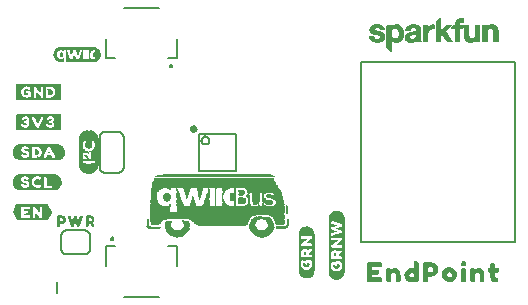
<source format=gto>
G04 EAGLE Gerber RS-274X export*
G75*
%MOMM*%
%FSLAX34Y34*%
%LPD*%
%INSilkscreen Top*%
%IPPOS*%
%AMOC8*
5,1,8,0,0,1.08239X$1,22.5*%
G01*
%ADD10C,0.203200*%
%ADD11C,0.127000*%
%ADD12R,0.040000X2.440000*%
%ADD13R,0.040000X2.680000*%
%ADD14R,0.040000X2.840000*%
%ADD15R,0.040000X3.000000*%
%ADD16R,0.040000X3.080000*%
%ADD17R,0.040000X3.160000*%
%ADD18R,0.040000X3.240000*%
%ADD19R,0.040000X1.240000*%
%ADD20R,0.040000X0.720000*%
%ADD21R,0.040000X1.000000*%
%ADD22R,0.040000X0.760000*%
%ADD23R,0.040000X0.200000*%
%ADD24R,0.040000X0.520000*%
%ADD25R,0.040000X0.880000*%
%ADD26R,0.040000X0.160000*%
%ADD27R,0.040000X0.400000*%
%ADD28R,0.040000X0.800000*%
%ADD29R,0.040000X0.320000*%
%ADD30R,0.040000X0.120000*%
%ADD31R,0.040000X0.280000*%
%ADD32R,0.040000X0.840000*%
%ADD33R,0.040000X0.080000*%
%ADD34R,0.040000X0.360000*%
%ADD35R,0.040000X0.960000*%
%ADD36R,0.040000X1.440000*%
%ADD37R,0.040000X1.480000*%
%ADD38R,0.040000X1.520000*%
%ADD39R,0.040000X0.240000*%
%ADD40R,0.040000X0.040000*%
%ADD41R,0.040000X0.920000*%
%ADD42R,0.040000X1.040000*%
%ADD43R,0.040000X1.160000*%
%ADD44R,5.790000X0.040000*%
%ADD45R,8.590000X0.040000*%
%ADD46R,9.200000X0.030000*%
%ADD47R,9.570000X0.040000*%
%ADD48R,9.870000X0.040000*%
%ADD49R,10.060000X0.040000*%
%ADD50R,10.210000X0.030000*%
%ADD51R,10.130000X0.040000*%
%ADD52R,10.210000X0.040000*%
%ADD53R,10.240000X0.040000*%
%ADD54R,10.320000X0.040000*%
%ADD55R,10.400000X0.030000*%
%ADD56R,10.430000X0.040000*%
%ADD57R,10.470000X0.030000*%
%ADD58R,10.500000X0.040000*%
%ADD59R,10.540000X0.040000*%
%ADD60R,10.580000X0.030000*%
%ADD61R,10.580000X0.040000*%
%ADD62R,10.650000X0.040000*%
%ADD63R,10.690000X0.040000*%
%ADD64R,10.690000X0.030000*%
%ADD65R,10.730000X0.040000*%
%ADD66R,1.010000X0.040000*%
%ADD67R,0.300000X0.040000*%
%ADD68R,0.080000X0.040000*%
%ADD69R,0.600000X0.040000*%
%ADD70R,0.560000X0.040000*%
%ADD71R,0.120000X0.040000*%
%ADD72R,0.670000X0.040000*%
%ADD73R,0.190000X0.040000*%
%ADD74R,2.960000X0.040000*%
%ADD75R,0.900000X0.030000*%
%ADD76R,0.190000X0.030000*%
%ADD77R,0.080000X0.030000*%
%ADD78R,0.560000X0.030000*%
%ADD79R,0.040000X0.030000*%
%ADD80R,0.150000X0.030000*%
%ADD81R,2.840000X0.030000*%
%ADD82R,0.830000X0.040000*%
%ADD83R,0.150000X0.040000*%
%ADD84R,0.520000X0.040000*%
%ADD85R,0.490000X0.040000*%
%ADD86R,2.840000X0.040000*%
%ADD87R,0.750000X0.040000*%
%ADD88R,0.410000X0.040000*%
%ADD89R,2.800000X0.040000*%
%ADD90R,0.710000X0.040000*%
%ADD91R,0.480000X0.040000*%
%ADD92R,0.110000X0.040000*%
%ADD93R,0.340000X0.040000*%
%ADD94R,2.770000X0.040000*%
%ADD95R,0.680000X0.030000*%
%ADD96R,0.440000X0.030000*%
%ADD97R,0.490000X0.030000*%
%ADD98R,0.110000X0.030000*%
%ADD99R,0.300000X0.030000*%
%ADD100R,0.410000X0.030000*%
%ADD101R,2.810000X0.030000*%
%ADD102R,0.640000X0.040000*%
%ADD103R,0.440000X0.040000*%
%ADD104R,0.230000X0.040000*%
%ADD105R,0.630000X0.030000*%
%ADD106R,0.230000X0.030000*%
%ADD107R,0.590000X0.040000*%
%ADD108R,0.380000X0.040000*%
%ADD109R,0.330000X0.040000*%
%ADD110R,1.650000X0.040000*%
%ADD111R,0.780000X0.040000*%
%ADD112R,0.290000X0.040000*%
%ADD113R,0.340000X0.030000*%
%ADD114R,0.330000X0.030000*%
%ADD115R,0.600000X0.030000*%
%ADD116R,0.260000X0.030000*%
%ADD117R,0.420000X0.040000*%
%ADD118R,0.270000X0.040000*%
%ADD119R,0.260000X0.040000*%
%ADD120R,0.450000X0.040000*%
%ADD121R,0.220000X0.040000*%
%ADD122R,0.180000X0.040000*%
%ADD123R,0.520000X0.030000*%
%ADD124R,0.220000X0.030000*%
%ADD125R,0.670000X0.030000*%
%ADD126R,1.310000X0.040000*%
%ADD127R,0.070000X0.040000*%
%ADD128R,0.370000X0.040000*%
%ADD129R,0.640000X0.030000*%
%ADD130R,0.070000X0.030000*%
%ADD131R,1.350000X0.030000*%
%ADD132R,1.280000X0.040000*%
%ADD133R,1.160000X0.040000*%
%ADD134R,0.030000X0.040000*%
%ADD135R,0.980000X0.040000*%
%ADD136R,0.030000X0.030000*%
%ADD137R,0.380000X0.030000*%
%ADD138R,0.890000X0.030000*%
%ADD139R,0.630000X0.040000*%
%ADD140R,0.420000X0.030000*%
%ADD141R,0.450000X0.030000*%
%ADD142R,0.270000X0.030000*%
%ADD143R,0.710000X0.030000*%
%ADD144R,0.860000X0.040000*%
%ADD145R,0.930000X0.030000*%
%ADD146R,0.930000X0.040000*%
%ADD147R,0.530000X0.040000*%
%ADD148R,0.750000X0.030000*%
%ADD149R,0.530000X0.030000*%
%ADD150R,0.370000X0.030000*%
%ADD151R,0.820000X0.040000*%
%ADD152R,0.900000X0.040000*%
%ADD153R,0.970000X0.030000*%
%ADD154R,0.180000X0.030000*%
%ADD155R,1.050000X0.040000*%
%ADD156R,4.640000X0.040000*%
%ADD157R,1.040000X0.040000*%
%ADD158R,1.760000X0.040000*%
%ADD159R,9.160000X0.040000*%
%ADD160R,1.760000X0.030000*%
%ADD161R,9.160000X0.030000*%
%ADD162R,11.400000X0.040000*%
%ADD163R,11.400000X0.030000*%
%ADD164R,8.900000X0.040000*%
%ADD165R,1.380000X0.040000*%
%ADD166R,8.670000X0.030000*%
%ADD167R,1.230000X0.030000*%
%ADD168R,8.600000X0.040000*%
%ADD169R,8.560000X0.040000*%
%ADD170R,1.120000X0.040000*%
%ADD171R,8.520000X0.040000*%
%ADD172R,1.080000X0.040000*%
%ADD173R,8.480000X0.030000*%
%ADD174R,1.270000X0.030000*%
%ADD175R,1.040000X0.030000*%
%ADD176R,8.450000X0.040000*%
%ADD177R,1.420000X0.040000*%
%ADD178R,1.500000X0.040000*%
%ADD179R,2.170000X0.040000*%
%ADD180R,5.570000X0.040000*%
%ADD181R,1.570000X0.040000*%
%ADD182R,0.970000X0.040000*%
%ADD183R,1.420000X0.030000*%
%ADD184R,5.160000X0.030000*%
%ADD185R,1.230000X0.040000*%
%ADD186R,5.010000X0.040000*%
%ADD187R,4.930000X0.040000*%
%ADD188R,0.890000X0.040000*%
%ADD189R,1.080000X0.030000*%
%ADD190R,4.860000X0.030000*%
%ADD191R,4.820000X0.040000*%
%ADD192R,4.750000X0.040000*%
%ADD193R,4.710000X0.040000*%
%ADD194R,4.640000X0.030000*%
%ADD195R,0.480000X0.030000*%
%ADD196R,0.820000X0.030000*%
%ADD197R,4.600000X0.040000*%
%ADD198R,4.520000X0.040000*%
%ADD199R,4.480000X0.040000*%
%ADD200R,0.740000X0.030000*%
%ADD201R,4.410000X0.030000*%
%ADD202R,0.740000X0.040000*%
%ADD203R,4.330000X0.040000*%
%ADD204R,4.290000X0.040000*%
%ADD205R,4.110000X0.040000*%
%ADD206R,0.570000X0.030000*%
%ADD207R,0.570000X0.040000*%
%ADD208R,1.190000X0.040000*%
%ADD209R,1.190000X0.030000*%
%ADD210R,0.940000X0.030000*%
%ADD211R,1.130000X0.040000*%
%ADD212R,0.590000X0.030000*%
%ADD213R,0.680000X0.040000*%
%ADD214R,1.830000X0.040000*%
%ADD215R,1.870000X0.040000*%
%ADD216R,1.800000X0.040000*%
%ADD217R,1.840000X0.040000*%
%ADD218R,1.720000X0.030000*%
%ADD219R,1.640000X0.040000*%
%ADD220R,1.540000X0.040000*%
%ADD221R,1.340000X0.040000*%
%ADD222R,1.270000X0.040000*%

G36*
X292604Y19004D02*
X292604Y19004D01*
X292607Y19001D01*
X293307Y19101D01*
X293311Y19105D01*
X293314Y19103D01*
X294014Y19303D01*
X294015Y19304D01*
X294016Y19303D01*
X294616Y19503D01*
X294619Y19508D01*
X294622Y19506D01*
X295822Y20106D01*
X295825Y20113D01*
X295831Y20112D01*
X296329Y20510D01*
X296927Y20909D01*
X296931Y20919D01*
X296938Y20919D01*
X297338Y21419D01*
X297339Y21423D01*
X297341Y21423D01*
X298141Y22623D01*
X298141Y22627D01*
X298144Y22628D01*
X298444Y23228D01*
X298443Y23233D01*
X298447Y23234D01*
X298647Y23834D01*
X298645Y23841D01*
X298649Y23843D01*
X298749Y24542D01*
X298849Y25142D01*
X298848Y25143D01*
X298849Y25143D01*
X298949Y25843D01*
X298946Y25848D01*
X298949Y25850D01*
X298949Y71250D01*
X298946Y71254D01*
X298949Y71257D01*
X298849Y71957D01*
X298844Y71962D01*
X298847Y71966D01*
X298647Y72565D01*
X298447Y73264D01*
X298442Y73268D01*
X298444Y73272D01*
X297844Y74472D01*
X297837Y74475D01*
X297838Y74481D01*
X297438Y74981D01*
X297434Y74982D01*
X297435Y74985D01*
X296435Y75985D01*
X296431Y75985D01*
X296431Y75988D01*
X295931Y76388D01*
X295923Y76389D01*
X295922Y76394D01*
X294122Y77294D01*
X294111Y77292D01*
X294107Y77299D01*
X293408Y77399D01*
X292808Y77499D01*
X292807Y77498D01*
X292807Y77499D01*
X292107Y77599D01*
X292098Y77594D01*
X292093Y77599D01*
X290693Y77399D01*
X290688Y77394D01*
X290684Y77397D01*
X290085Y77197D01*
X289386Y76997D01*
X289382Y76992D01*
X289378Y76994D01*
X288778Y76694D01*
X288777Y76691D01*
X288775Y76692D01*
X288275Y76392D01*
X288273Y76387D01*
X288268Y76388D01*
X287669Y75888D01*
X287169Y75488D01*
X287167Y75481D01*
X287162Y75481D01*
X286762Y74981D01*
X286761Y74977D01*
X286759Y74977D01*
X286359Y74377D01*
X286359Y74373D01*
X286356Y74372D01*
X285756Y73172D01*
X285757Y73167D01*
X285753Y73166D01*
X285553Y72566D01*
X285554Y72564D01*
X285553Y72564D01*
X285353Y71864D01*
X285354Y71861D01*
X285352Y71859D01*
X285353Y71858D01*
X285351Y71857D01*
X285251Y71157D01*
X285254Y71152D01*
X285251Y71150D01*
X285251Y25450D01*
X285254Y25445D01*
X285251Y25442D01*
X285351Y24842D01*
X285451Y24143D01*
X285456Y24138D01*
X285453Y24134D01*
X285653Y23534D01*
X285656Y23533D01*
X285655Y23531D01*
X285955Y22831D01*
X285957Y22829D01*
X285956Y22828D01*
X286256Y22228D01*
X286263Y22225D01*
X286262Y22219D01*
X287062Y21219D01*
X287066Y21218D01*
X287065Y21215D01*
X287565Y20715D01*
X287572Y20714D01*
X287573Y20709D01*
X288171Y20310D01*
X288669Y19912D01*
X288677Y19911D01*
X288678Y19906D01*
X289278Y19606D01*
X289280Y19606D01*
X289281Y19605D01*
X289981Y19305D01*
X289989Y19307D01*
X289992Y19301D01*
X290592Y19201D01*
X290593Y19202D01*
X290593Y19201D01*
X291292Y19101D01*
X291892Y19001D01*
X291897Y19004D01*
X291900Y19001D01*
X292600Y19001D01*
X292604Y19004D01*
G37*
G36*
X55284Y120154D02*
X55284Y120154D01*
X55287Y120151D01*
X55983Y120251D01*
X56680Y120251D01*
X56689Y120258D01*
X56696Y120253D01*
X57295Y120453D01*
X57994Y120653D01*
X57998Y120658D01*
X58002Y120656D01*
X58602Y120956D01*
X58604Y120960D01*
X58607Y120959D01*
X59207Y121359D01*
X59208Y121362D01*
X59211Y121362D01*
X60211Y122162D01*
X60212Y122166D01*
X60215Y122165D01*
X60715Y122665D01*
X60716Y122672D01*
X60721Y122673D01*
X61121Y123273D01*
X61121Y123277D01*
X61124Y123278D01*
X61724Y124478D01*
X61723Y124483D01*
X61727Y124484D01*
X61927Y125084D01*
X61926Y125086D01*
X61927Y125086D01*
X62127Y125786D01*
X62124Y125796D01*
X62129Y125800D01*
X62129Y126496D01*
X62229Y127092D01*
X62223Y127102D01*
X62229Y127107D01*
X62029Y128507D01*
X62024Y128512D01*
X62027Y128516D01*
X61827Y129115D01*
X61627Y129814D01*
X61622Y129818D01*
X61624Y129822D01*
X61324Y130422D01*
X61317Y130425D01*
X61318Y130431D01*
X60920Y130929D01*
X60521Y131527D01*
X60514Y131530D01*
X60515Y131535D01*
X60015Y132035D01*
X60011Y132035D01*
X60011Y132038D01*
X59511Y132438D01*
X59507Y132439D01*
X59507Y132441D01*
X58907Y132841D01*
X58903Y132841D01*
X58902Y132844D01*
X57702Y133444D01*
X57697Y133443D01*
X57696Y133447D01*
X57096Y133647D01*
X57091Y133645D01*
X57089Y133645D01*
X57087Y133649D01*
X55687Y133849D01*
X55682Y133846D01*
X55680Y133849D01*
X23980Y133849D01*
X23975Y133846D01*
X23972Y133849D01*
X23372Y133749D01*
X23369Y133745D01*
X23366Y133747D01*
X22666Y133547D01*
X22665Y133546D01*
X22664Y133547D01*
X22064Y133347D01*
X22063Y133344D01*
X22061Y133345D01*
X21361Y133045D01*
X21358Y133041D01*
X21355Y133042D01*
X20855Y132742D01*
X20854Y132741D01*
X20853Y132741D01*
X20253Y132341D01*
X20250Y132334D01*
X20245Y132335D01*
X19245Y131335D01*
X19245Y131331D01*
X19242Y131331D01*
X18842Y130831D01*
X18841Y130823D01*
X18836Y130822D01*
X18236Y129622D01*
X18236Y129620D01*
X18236Y129619D01*
X18237Y129615D01*
X18233Y129614D01*
X18033Y128915D01*
X17833Y128316D01*
X17835Y128309D01*
X17831Y128307D01*
X17731Y127607D01*
X17734Y127602D01*
X17731Y127600D01*
X17731Y126300D01*
X17737Y126292D01*
X17733Y126286D01*
X17932Y125590D01*
X18031Y124893D01*
X18039Y124885D01*
X18036Y124878D01*
X18936Y123078D01*
X18943Y123075D01*
X18942Y123069D01*
X19342Y122569D01*
X19346Y122568D01*
X19345Y122565D01*
X20345Y121565D01*
X20357Y121564D01*
X20358Y121556D01*
X20955Y121257D01*
X21553Y120859D01*
X21562Y120860D01*
X21564Y120853D01*
X22764Y120453D01*
X22766Y120454D01*
X22766Y120453D01*
X23466Y120253D01*
X23471Y120255D01*
X23473Y120251D01*
X24173Y120151D01*
X24178Y120154D01*
X24180Y120151D01*
X55280Y120151D01*
X55284Y120154D01*
G37*
G36*
X267004Y20274D02*
X267004Y20274D01*
X267007Y20271D01*
X267707Y20371D01*
X267708Y20372D01*
X267708Y20371D01*
X268308Y20471D01*
X268311Y20475D01*
X268314Y20473D01*
X269014Y20673D01*
X269018Y20678D01*
X269022Y20676D01*
X270822Y21576D01*
X270827Y21586D01*
X270835Y21585D01*
X271835Y22585D01*
X271835Y22589D01*
X271838Y22589D01*
X272238Y23089D01*
X272239Y23097D01*
X272244Y23098D01*
X272543Y23695D01*
X272941Y24293D01*
X272940Y24302D01*
X272947Y24304D01*
X273347Y25504D01*
X273345Y25511D01*
X273349Y25513D01*
X273549Y26913D01*
X273546Y26918D01*
X273549Y26920D01*
X273549Y57420D01*
X273546Y57424D01*
X273549Y57427D01*
X273449Y58127D01*
X273448Y58128D01*
X273449Y58128D01*
X273349Y58728D01*
X273249Y59427D01*
X273241Y59435D01*
X273244Y59442D01*
X272344Y61242D01*
X272337Y61245D01*
X272338Y61251D01*
X271938Y61751D01*
X271934Y61752D01*
X271935Y61755D01*
X270935Y62755D01*
X270928Y62756D01*
X270927Y62761D01*
X270327Y63161D01*
X270323Y63161D01*
X270322Y63164D01*
X269122Y63764D01*
X269117Y63763D01*
X269116Y63767D01*
X268516Y63967D01*
X268509Y63965D01*
X268507Y63969D01*
X267107Y64169D01*
X267102Y64166D01*
X267100Y64169D01*
X265800Y64169D01*
X265792Y64163D01*
X265786Y64167D01*
X265086Y63967D01*
X265085Y63966D01*
X265084Y63967D01*
X264485Y63767D01*
X263786Y63567D01*
X263782Y63562D01*
X263778Y63564D01*
X263178Y63264D01*
X263175Y63257D01*
X263169Y63258D01*
X262169Y62458D01*
X262168Y62454D01*
X262165Y62455D01*
X261165Y61455D01*
X261164Y61443D01*
X261156Y61442D01*
X260256Y59642D01*
X260257Y59637D01*
X260253Y59635D01*
X260254Y59634D01*
X260253Y59634D01*
X260053Y58934D01*
X260054Y58930D01*
X260051Y58928D01*
X259951Y58328D01*
X259952Y58327D01*
X259951Y58327D01*
X259851Y57627D01*
X259854Y57622D01*
X259851Y57620D01*
X259851Y27020D01*
X259854Y27016D01*
X259851Y27013D01*
X259951Y26313D01*
X259952Y26312D01*
X259951Y26312D01*
X260051Y25712D01*
X260055Y25709D01*
X260053Y25706D01*
X260253Y25006D01*
X260254Y25005D01*
X260253Y25004D01*
X260453Y24404D01*
X260458Y24401D01*
X260456Y24398D01*
X260756Y23798D01*
X260760Y23796D01*
X260759Y23793D01*
X261159Y23193D01*
X261162Y23192D01*
X261162Y23189D01*
X261962Y22189D01*
X261969Y22187D01*
X261968Y22182D01*
X262568Y21682D01*
X262569Y21682D01*
X263069Y21282D01*
X263077Y21281D01*
X263078Y21276D01*
X264278Y20676D01*
X264285Y20677D01*
X264286Y20673D01*
X264986Y20473D01*
X264990Y20474D01*
X264992Y20471D01*
X265592Y20371D01*
X265593Y20372D01*
X265593Y20371D01*
X266293Y20271D01*
X266298Y20274D01*
X266300Y20271D01*
X267000Y20271D01*
X267004Y20274D01*
G37*
G36*
X53084Y94754D02*
X53084Y94754D01*
X53087Y94751D01*
X53787Y94851D01*
X53792Y94856D01*
X53796Y94853D01*
X54395Y95053D01*
X55094Y95253D01*
X55098Y95258D01*
X55102Y95256D01*
X56302Y95856D01*
X56305Y95863D01*
X56311Y95862D01*
X56811Y96262D01*
X56812Y96266D01*
X56815Y96265D01*
X57815Y97265D01*
X57815Y97269D01*
X57818Y97269D01*
X58218Y97769D01*
X58219Y97777D01*
X58224Y97778D01*
X58824Y98978D01*
X58823Y98983D01*
X58827Y98984D01*
X59027Y99584D01*
X59026Y99586D01*
X59027Y99586D01*
X59227Y100286D01*
X59226Y100291D01*
X59229Y100293D01*
X59329Y100993D01*
X59326Y100998D01*
X59329Y101000D01*
X59329Y102300D01*
X59326Y102304D01*
X59329Y102307D01*
X59229Y103007D01*
X59224Y103012D01*
X59227Y103016D01*
X59027Y103615D01*
X58827Y104314D01*
X58822Y104318D01*
X58824Y104322D01*
X58524Y104922D01*
X58520Y104924D01*
X58521Y104927D01*
X58121Y105527D01*
X58118Y105528D01*
X58118Y105531D01*
X57718Y106031D01*
X57714Y106032D01*
X57715Y106035D01*
X57215Y106535D01*
X57211Y106535D01*
X57211Y106538D01*
X56211Y107338D01*
X56207Y107339D01*
X56207Y107341D01*
X55607Y107741D01*
X55598Y107740D01*
X55596Y107747D01*
X54996Y107947D01*
X54994Y107946D01*
X54994Y107947D01*
X54295Y108147D01*
X53696Y108347D01*
X53689Y108345D01*
X53687Y108349D01*
X52987Y108449D01*
X52982Y108446D01*
X52980Y108449D01*
X24180Y108449D01*
X24176Y108446D01*
X24173Y108449D01*
X23473Y108349D01*
X23469Y108345D01*
X23466Y108347D01*
X22766Y108147D01*
X22765Y108146D01*
X22764Y108147D01*
X21564Y107747D01*
X21559Y107739D01*
X21553Y107741D01*
X20955Y107343D01*
X20358Y107044D01*
X20353Y107034D01*
X20345Y107035D01*
X19345Y106035D01*
X19345Y106031D01*
X19342Y106031D01*
X18942Y105531D01*
X18941Y105523D01*
X18936Y105522D01*
X18036Y103722D01*
X18038Y103711D01*
X18031Y103707D01*
X17932Y103011D01*
X17733Y102416D01*
X17737Y102405D01*
X17731Y102400D01*
X17731Y101000D01*
X17734Y100996D01*
X17731Y100993D01*
X17831Y100293D01*
X17836Y100288D01*
X17833Y100284D01*
X18033Y99685D01*
X18233Y98986D01*
X18238Y98982D01*
X18236Y98978D01*
X18536Y98378D01*
X18539Y98377D01*
X18538Y98375D01*
X18838Y97875D01*
X18839Y97874D01*
X18839Y97873D01*
X19239Y97273D01*
X19246Y97270D01*
X19245Y97265D01*
X19745Y96765D01*
X19749Y96765D01*
X19749Y96762D01*
X20749Y95962D01*
X20753Y95961D01*
X20753Y95959D01*
X21353Y95559D01*
X21357Y95559D01*
X21358Y95556D01*
X21958Y95256D01*
X21965Y95257D01*
X21966Y95253D01*
X22665Y95053D01*
X23264Y94853D01*
X23275Y94857D01*
X23280Y94851D01*
X23977Y94851D01*
X24673Y94751D01*
X24678Y94754D01*
X24680Y94751D01*
X53080Y94751D01*
X53084Y94754D01*
G37*
G36*
X59024Y170868D02*
X59024Y170868D01*
X59069Y170880D01*
X59072Y170886D01*
X59080Y170889D01*
X59129Y170985D01*
X59126Y170994D01*
X59129Y171000D01*
X59129Y184500D01*
X59117Y184533D01*
X59113Y184568D01*
X59099Y184578D01*
X59091Y184600D01*
X59021Y184635D01*
X59005Y184647D01*
X58405Y184747D01*
X58390Y184744D01*
X58380Y184749D01*
X24580Y184749D01*
X24545Y184736D01*
X24530Y184734D01*
X24511Y184746D01*
X24492Y184743D01*
X24480Y184749D01*
X21180Y184749D01*
X21136Y184732D01*
X21091Y184720D01*
X21088Y184714D01*
X21080Y184711D01*
X21031Y184615D01*
X21034Y184606D01*
X21031Y184600D01*
X21031Y171100D01*
X21043Y171067D01*
X21047Y171032D01*
X21061Y171022D01*
X21069Y171000D01*
X21139Y170965D01*
X21155Y170953D01*
X21755Y170853D01*
X21770Y170856D01*
X21780Y170851D01*
X58980Y170851D01*
X59024Y170868D01*
G37*
G36*
X58213Y145463D02*
X58213Y145463D01*
X58248Y145467D01*
X58258Y145481D01*
X58280Y145489D01*
X58315Y145559D01*
X58327Y145575D01*
X58427Y146175D01*
X58426Y146179D01*
X58428Y146182D01*
X58425Y146192D01*
X58429Y146200D01*
X58429Y159100D01*
X58417Y159133D01*
X58413Y159168D01*
X58399Y159178D01*
X58391Y159200D01*
X58321Y159235D01*
X58305Y159247D01*
X57705Y159347D01*
X57690Y159344D01*
X57680Y159349D01*
X24580Y159349D01*
X24550Y159338D01*
X24530Y159337D01*
X24522Y159343D01*
X24496Y159341D01*
X24480Y159349D01*
X21380Y159349D01*
X21362Y159342D01*
X21342Y159344D01*
X21323Y159327D01*
X21280Y159311D01*
X21261Y159272D01*
X21241Y159255D01*
X21041Y158755D01*
X21041Y158720D01*
X21031Y158700D01*
X21031Y145800D01*
X21038Y145782D01*
X21036Y145762D01*
X21053Y145743D01*
X21069Y145700D01*
X21108Y145681D01*
X21125Y145661D01*
X21625Y145461D01*
X21660Y145461D01*
X21680Y145451D01*
X58180Y145451D01*
X58213Y145463D01*
G37*
G36*
X60830Y203138D02*
X60830Y203138D01*
X60852Y203141D01*
X60860Y203158D01*
X60869Y203163D01*
X60867Y203173D01*
X60874Y203188D01*
X60886Y203604D01*
X60886Y203605D01*
X60886Y206784D01*
X60880Y206793D01*
X60883Y206804D01*
X60863Y206820D01*
X60850Y206841D01*
X60839Y206839D01*
X60830Y206846D01*
X60787Y206832D01*
X60782Y206831D01*
X60782Y206830D01*
X60781Y206830D01*
X60464Y206532D01*
X60053Y206217D01*
X59588Y205995D01*
X59085Y205875D01*
X58568Y205841D01*
X58050Y205889D01*
X57545Y206007D01*
X57061Y206192D01*
X56612Y206449D01*
X56226Y206794D01*
X55901Y207198D01*
X55636Y207644D01*
X55429Y208120D01*
X55304Y208626D01*
X55231Y209144D01*
X55195Y209665D01*
X55235Y210186D01*
X55318Y210702D01*
X55450Y211206D01*
X55666Y211678D01*
X55948Y212113D01*
X56290Y212501D01*
X56690Y212828D01*
X57143Y213080D01*
X57636Y213239D01*
X58148Y213327D01*
X58667Y213360D01*
X59182Y213304D01*
X59677Y213155D01*
X60135Y212918D01*
X60540Y212589D01*
X60541Y212588D01*
X60542Y212587D01*
X60786Y212402D01*
X60794Y212402D01*
X60798Y212395D01*
X60826Y212399D01*
X60854Y212397D01*
X60857Y212404D01*
X60865Y212405D01*
X60886Y212452D01*
X60886Y213057D01*
X60897Y213283D01*
X63197Y213283D01*
X63193Y213037D01*
X63201Y213025D01*
X63221Y203379D01*
X63221Y203378D01*
X63221Y203376D01*
X63230Y203186D01*
X63242Y203169D01*
X63245Y203148D01*
X63263Y203140D01*
X63270Y203131D01*
X63279Y203133D01*
X63293Y203127D01*
X85871Y203129D01*
X85873Y203130D01*
X85877Y203129D01*
X86931Y203235D01*
X86934Y203237D01*
X86938Y203236D01*
X87453Y203348D01*
X87456Y203350D01*
X87460Y203349D01*
X88465Y203678D01*
X88469Y203682D01*
X88476Y203683D01*
X89407Y204188D01*
X89409Y204192D01*
X89416Y204194D01*
X90245Y204850D01*
X90246Y204853D01*
X90250Y204855D01*
X90627Y205223D01*
X90628Y205226D01*
X90632Y205228D01*
X91299Y206051D01*
X91299Y206056D01*
X91305Y206060D01*
X91811Y206991D01*
X91810Y206996D01*
X91814Y207000D01*
X91998Y207494D01*
X91997Y207496D01*
X91999Y207498D01*
X92156Y208003D01*
X92155Y208005D01*
X92157Y208007D01*
X92281Y208520D01*
X92279Y208524D01*
X92282Y208528D01*
X92389Y209582D01*
X92386Y209587D01*
X92389Y209594D01*
X92299Y210648D01*
X92298Y210650D01*
X92299Y210654D01*
X92208Y211173D01*
X92206Y211176D01*
X92206Y211181D01*
X91892Y212193D01*
X91888Y212196D01*
X91888Y212204D01*
X91387Y213137D01*
X91384Y213138D01*
X91383Y213143D01*
X91080Y213575D01*
X91078Y213576D01*
X91077Y213579D01*
X90740Y213988D01*
X90739Y213988D01*
X90738Y213990D01*
X90708Y214024D01*
X90651Y214086D01*
X90651Y214087D01*
X90594Y214149D01*
X90537Y214212D01*
X90424Y214337D01*
X90424Y214338D01*
X90384Y214381D01*
X90380Y214382D01*
X90377Y214388D01*
X89560Y215062D01*
X89555Y215062D01*
X89551Y215068D01*
X88626Y215583D01*
X88623Y215583D01*
X88619Y215586D01*
X88133Y215788D01*
X88130Y215788D01*
X88126Y215791D01*
X87112Y216092D01*
X87107Y216091D01*
X87101Y216094D01*
X86046Y216201D01*
X85857Y216220D01*
X85854Y216218D01*
X85851Y216220D01*
X58835Y216220D01*
X58833Y216218D01*
X58829Y216220D01*
X57775Y216115D01*
X57772Y216113D01*
X57769Y216114D01*
X57252Y216010D01*
X57250Y216008D01*
X57245Y216009D01*
X56237Y215686D01*
X56233Y215682D01*
X56226Y215682D01*
X55295Y215176D01*
X55293Y215173D01*
X55287Y215172D01*
X54863Y214858D01*
X54862Y214857D01*
X54860Y214856D01*
X54451Y214519D01*
X54451Y214517D01*
X54448Y214516D01*
X54066Y214153D01*
X54065Y214149D01*
X54061Y214147D01*
X53388Y213329D01*
X53388Y213324D01*
X53382Y213319D01*
X52876Y212388D01*
X52876Y212384D01*
X52873Y212380D01*
X52683Y211889D01*
X52683Y211887D01*
X52681Y211884D01*
X52524Y211379D01*
X52525Y211377D01*
X52523Y211376D01*
X52392Y210864D01*
X52394Y210860D01*
X52391Y210855D01*
X52284Y209801D01*
X52286Y209797D01*
X52284Y209791D01*
X52313Y209264D01*
X52314Y209263D01*
X52313Y209261D01*
X52366Y208734D01*
X52367Y208733D01*
X52367Y208731D01*
X52450Y208210D01*
X52453Y208207D01*
X52452Y208201D01*
X52766Y207189D01*
X52770Y207186D01*
X52771Y207179D01*
X53265Y206243D01*
X53268Y206241D01*
X53268Y206237D01*
X53565Y205801D01*
X53568Y205800D01*
X53569Y205795D01*
X53686Y205658D01*
X53740Y205595D01*
X53793Y205533D01*
X53954Y205344D01*
X54007Y205282D01*
X54061Y205219D01*
X54114Y205156D01*
X54256Y204990D01*
X54260Y204989D01*
X54263Y204983D01*
X55081Y204308D01*
X55085Y204308D01*
X55090Y204302D01*
X56011Y203782D01*
X56014Y203782D01*
X56017Y203779D01*
X56501Y203570D01*
X56504Y203570D01*
X56507Y203567D01*
X57520Y203258D01*
X57525Y203260D01*
X57532Y203256D01*
X58586Y203150D01*
X58588Y203151D01*
X58590Y203150D01*
X59118Y203127D01*
X59119Y203127D01*
X59121Y203127D01*
X60812Y203127D01*
X60830Y203138D01*
G37*
G36*
X47601Y69367D02*
X47601Y69367D01*
X47615Y69365D01*
X48015Y69765D01*
X48016Y69777D01*
X48024Y69778D01*
X51024Y75878D01*
X51023Y75884D01*
X51028Y75888D01*
X51026Y75890D01*
X51029Y75892D01*
X51129Y76492D01*
X51118Y76511D01*
X51124Y76523D01*
X48024Y82523D01*
X48017Y82526D01*
X48018Y82531D01*
X47618Y83031D01*
X47589Y83038D01*
X47586Y83042D01*
X47585Y83042D01*
X47580Y83049D01*
X21680Y83049D01*
X21671Y83042D01*
X21664Y83047D01*
X21064Y82847D01*
X21049Y82824D01*
X21036Y82822D01*
X18036Y76722D01*
X17736Y76122D01*
X17737Y76114D01*
X17734Y76111D01*
X17739Y76104D01*
X17742Y76090D01*
X17736Y76077D01*
X21136Y69477D01*
X21166Y69463D01*
X21172Y69451D01*
X21772Y69351D01*
X21777Y69354D01*
X21780Y69351D01*
X47580Y69351D01*
X47601Y69367D01*
G37*
G36*
X338570Y211640D02*
X338570Y211640D01*
X338652Y211641D01*
X338656Y211643D01*
X338661Y211643D01*
X338733Y211682D01*
X338806Y211720D01*
X338809Y211724D01*
X338813Y211726D01*
X338860Y211793D01*
X338909Y211860D01*
X338910Y211864D01*
X338913Y211868D01*
X338940Y212010D01*
X338940Y221192D01*
X339091Y221041D01*
X339107Y221031D01*
X339122Y221013D01*
X339622Y220613D01*
X339643Y220603D01*
X339664Y220584D01*
X340164Y220284D01*
X340197Y220274D01*
X340240Y220249D01*
X341440Y219849D01*
X341465Y219847D01*
X341498Y219835D01*
X342098Y219735D01*
X342124Y219737D01*
X342160Y219730D01*
X342760Y219730D01*
X342771Y219732D01*
X342785Y219731D01*
X344285Y219831D01*
X344323Y219842D01*
X344397Y219855D01*
X345697Y220355D01*
X345727Y220376D01*
X345778Y220399D01*
X346778Y221099D01*
X346797Y221120D01*
X346829Y221141D01*
X347729Y222041D01*
X347747Y222070D01*
X347781Y222106D01*
X348481Y223206D01*
X348490Y223232D01*
X348511Y223264D01*
X349011Y224464D01*
X349017Y224500D01*
X349036Y224556D01*
X349236Y225956D01*
X349235Y225968D01*
X349239Y225983D01*
X349339Y227383D01*
X349337Y227395D01*
X349340Y227410D01*
X349340Y228810D01*
X349333Y228842D01*
X349332Y228890D01*
X349032Y230290D01*
X349021Y230313D01*
X349015Y230347D01*
X348515Y231647D01*
X348500Y231668D01*
X348488Y231702D01*
X347788Y232902D01*
X347763Y232929D01*
X347729Y232979D01*
X346829Y233879D01*
X346800Y233897D01*
X346764Y233931D01*
X345664Y234631D01*
X345634Y234641D01*
X345597Y234665D01*
X344297Y235165D01*
X344260Y235170D01*
X344207Y235187D01*
X342607Y235387D01*
X342568Y235383D01*
X342498Y235385D01*
X340698Y235085D01*
X340661Y235070D01*
X340590Y235050D01*
X340061Y234786D01*
X339990Y234750D01*
X339980Y234742D01*
X339964Y234736D01*
X338964Y234136D01*
X338944Y234116D01*
X338863Y234048D01*
X338740Y233894D01*
X338740Y234610D01*
X338740Y234611D01*
X338740Y234612D01*
X338721Y234692D01*
X338701Y234779D01*
X338700Y234780D01*
X338700Y234781D01*
X338646Y234845D01*
X338591Y234912D01*
X338590Y234913D01*
X338589Y234914D01*
X338510Y234949D01*
X338432Y234983D01*
X338431Y234983D01*
X338430Y234984D01*
X338285Y234983D01*
X337785Y234883D01*
X337778Y234879D01*
X337768Y234879D01*
X337377Y234781D01*
X336422Y234590D01*
X336060Y234590D01*
X336030Y234583D01*
X335985Y234583D01*
X335485Y234483D01*
X335478Y234479D01*
X335468Y234479D01*
X335077Y234381D01*
X334585Y234283D01*
X334573Y234277D01*
X334559Y234277D01*
X334495Y234242D01*
X334428Y234211D01*
X334419Y234200D01*
X334407Y234194D01*
X334365Y234134D01*
X334318Y234077D01*
X334315Y234063D01*
X334307Y234052D01*
X334280Y233910D01*
X334280Y215510D01*
X334297Y215436D01*
X334310Y215361D01*
X334317Y215351D01*
X334319Y215341D01*
X334343Y215312D01*
X334391Y215241D01*
X334891Y214741D01*
X334907Y214731D01*
X334922Y214713D01*
X335406Y214326D01*
X336291Y213441D01*
X336307Y213431D01*
X336322Y213413D01*
X337306Y212626D01*
X337791Y212141D01*
X337807Y212131D01*
X337822Y212113D01*
X338322Y211713D01*
X338327Y211711D01*
X338329Y211708D01*
X338404Y211674D01*
X338479Y211639D01*
X338483Y211639D01*
X338488Y211637D01*
X338570Y211640D01*
G37*
G36*
X355297Y219638D02*
X355297Y219638D01*
X355380Y219649D01*
X355622Y219730D01*
X356260Y219730D01*
X356297Y219738D01*
X356380Y219749D01*
X356622Y219830D01*
X356860Y219830D01*
X356897Y219838D01*
X356980Y219849D01*
X357266Y219945D01*
X357652Y220041D01*
X357664Y220047D01*
X357680Y220049D01*
X357980Y220149D01*
X358013Y220169D01*
X358071Y220194D01*
X358351Y220381D01*
X358450Y220430D01*
X358530Y220470D01*
X358546Y220483D01*
X358571Y220494D01*
X358829Y220665D01*
X359080Y220749D01*
X359113Y220769D01*
X359171Y220794D01*
X359380Y220933D01*
X359380Y220910D01*
X359397Y220836D01*
X359410Y220761D01*
X359417Y220751D01*
X359419Y220741D01*
X359443Y220712D01*
X359491Y220641D01*
X359497Y220635D01*
X359510Y220561D01*
X359517Y220551D01*
X359519Y220541D01*
X359543Y220512D01*
X359580Y220458D01*
X359580Y220410D01*
X359591Y220360D01*
X359593Y220309D01*
X359611Y220277D01*
X359619Y220241D01*
X359652Y220202D01*
X359676Y220157D01*
X359706Y220136D01*
X359729Y220108D01*
X359776Y220087D01*
X359818Y220057D01*
X359860Y220049D01*
X359888Y220037D01*
X359918Y220038D01*
X359960Y220030D01*
X363860Y220030D01*
X363910Y220041D01*
X363961Y220043D01*
X363993Y220061D01*
X364029Y220069D01*
X364068Y220102D01*
X364113Y220126D01*
X364134Y220156D01*
X364162Y220179D01*
X364183Y220226D01*
X364213Y220268D01*
X364221Y220310D01*
X364233Y220338D01*
X364232Y220368D01*
X364240Y220410D01*
X364240Y220510D01*
X364237Y220525D01*
X364239Y220540D01*
X364202Y220672D01*
X364201Y220679D01*
X364200Y220679D01*
X364200Y220680D01*
X364140Y220800D01*
X364140Y220810D01*
X364137Y220825D01*
X364139Y220840D01*
X364102Y220972D01*
X364101Y220979D01*
X364100Y220979D01*
X364100Y220980D01*
X364040Y221100D01*
X364040Y221110D01*
X364037Y221125D01*
X364039Y221140D01*
X364002Y221272D01*
X364001Y221279D01*
X364000Y221279D01*
X364000Y221280D01*
X363940Y221400D01*
X363940Y221710D01*
X363937Y221725D01*
X363939Y221740D01*
X363902Y221872D01*
X363901Y221879D01*
X363900Y221879D01*
X363900Y221880D01*
X363840Y222000D01*
X363840Y230910D01*
X363834Y230936D01*
X363835Y230973D01*
X363635Y232173D01*
X363620Y232209D01*
X363600Y232280D01*
X363407Y232666D01*
X363213Y233151D01*
X363211Y233155D01*
X363210Y233159D01*
X363129Y233279D01*
X362429Y233979D01*
X362409Y233991D01*
X362388Y234014D01*
X361988Y234314D01*
X361962Y234326D01*
X361930Y234350D01*
X361530Y234550D01*
X361516Y234553D01*
X361501Y234563D01*
X361001Y234763D01*
X360979Y234766D01*
X360952Y234779D01*
X360566Y234875D01*
X359980Y235071D01*
X359959Y235073D01*
X359935Y235083D01*
X359435Y235183D01*
X359403Y235182D01*
X359360Y235190D01*
X358891Y235190D01*
X358323Y235285D01*
X358296Y235283D01*
X358260Y235290D01*
X356060Y235290D01*
X356034Y235284D01*
X355998Y235285D01*
X354198Y234985D01*
X354167Y234972D01*
X354119Y234963D01*
X353119Y234563D01*
X353097Y234548D01*
X353064Y234536D01*
X352564Y234236D01*
X352552Y234224D01*
X352532Y234214D01*
X351732Y233614D01*
X351717Y233596D01*
X351691Y233579D01*
X351291Y233179D01*
X351279Y233159D01*
X351256Y233138D01*
X350956Y232738D01*
X350949Y232722D01*
X350934Y232706D01*
X350634Y232206D01*
X350624Y232173D01*
X350599Y232130D01*
X350399Y231530D01*
X350397Y231509D01*
X350391Y231493D01*
X350389Y231490D01*
X350387Y231485D01*
X350287Y230985D01*
X350287Y230975D01*
X350284Y230964D01*
X350184Y230264D01*
X350190Y230187D01*
X350193Y230109D01*
X350198Y230101D01*
X350199Y230091D01*
X350239Y230025D01*
X350276Y229957D01*
X350284Y229952D01*
X350289Y229943D01*
X350355Y229902D01*
X350418Y229857D01*
X350428Y229855D01*
X350435Y229851D01*
X350471Y229847D01*
X350560Y229830D01*
X354460Y229830D01*
X354510Y229841D01*
X354561Y229843D01*
X354593Y229861D01*
X354629Y229869D01*
X354668Y229902D01*
X354713Y229926D01*
X354734Y229956D01*
X354762Y229979D01*
X354783Y230026D01*
X354813Y230068D01*
X354821Y230110D01*
X354833Y230138D01*
X354832Y230168D01*
X354840Y230210D01*
X354840Y230420D01*
X354900Y230540D01*
X354904Y230555D01*
X354913Y230568D01*
X354939Y230702D01*
X354940Y230709D01*
X354940Y230710D01*
X354940Y230920D01*
X355073Y231185D01*
X355585Y231698D01*
X355850Y231830D01*
X355960Y231830D01*
X355997Y231838D01*
X356080Y231849D01*
X356322Y231930D01*
X356760Y231930D01*
X356797Y231938D01*
X356880Y231949D01*
X357031Y231999D01*
X357090Y231970D01*
X357105Y231966D01*
X357118Y231957D01*
X357252Y231931D01*
X357259Y231930D01*
X357260Y231930D01*
X357870Y231930D01*
X357990Y231870D01*
X358005Y231866D01*
X358018Y231857D01*
X358152Y231831D01*
X358159Y231830D01*
X358160Y231830D01*
X358270Y231830D01*
X358735Y231598D01*
X358948Y231385D01*
X359080Y231120D01*
X359080Y231010D01*
X359088Y230973D01*
X359099Y230890D01*
X359180Y230648D01*
X359180Y230448D01*
X359104Y230069D01*
X358888Y229782D01*
X358581Y229551D01*
X358072Y229382D01*
X357409Y229287D01*
X356617Y229188D01*
X355718Y229088D01*
X355701Y229082D01*
X355678Y229081D01*
X354795Y228885D01*
X354013Y228787D01*
X353998Y228782D01*
X353978Y228781D01*
X353078Y228581D01*
X353057Y228571D01*
X353027Y228566D01*
X352227Y228266D01*
X352205Y228251D01*
X352171Y228240D01*
X351471Y227840D01*
X351443Y227814D01*
X351391Y227779D01*
X350791Y227179D01*
X350777Y227156D01*
X350751Y227131D01*
X350251Y226431D01*
X350236Y226395D01*
X350199Y226330D01*
X349899Y225430D01*
X349898Y225413D01*
X349895Y225406D01*
X349895Y225392D01*
X349881Y225344D01*
X349781Y224244D01*
X349783Y224229D01*
X349780Y224210D01*
X349780Y223710D01*
X349787Y223680D01*
X349787Y223635D01*
X349887Y223135D01*
X349891Y223128D01*
X349891Y223118D01*
X350091Y222318D01*
X350107Y222288D01*
X350120Y222240D01*
X350320Y221840D01*
X350338Y221818D01*
X350356Y221782D01*
X350656Y221382D01*
X350674Y221367D01*
X350691Y221341D01*
X351291Y220741D01*
X351318Y220725D01*
X351349Y220694D01*
X351649Y220494D01*
X351669Y220486D01*
X351690Y220470D01*
X352490Y220070D01*
X352523Y220062D01*
X352568Y220041D01*
X352927Y219951D01*
X353290Y219770D01*
X353305Y219766D01*
X353318Y219757D01*
X353452Y219731D01*
X353459Y219730D01*
X353460Y219730D01*
X353922Y219730D01*
X354385Y219637D01*
X354417Y219638D01*
X354460Y219630D01*
X355260Y219630D01*
X355297Y219638D01*
G37*
G36*
X380110Y220041D02*
X380110Y220041D01*
X380161Y220043D01*
X380193Y220061D01*
X380229Y220069D01*
X380268Y220102D01*
X380313Y220126D01*
X380334Y220156D01*
X380362Y220179D01*
X380383Y220226D01*
X380413Y220268D01*
X380421Y220310D01*
X380433Y220338D01*
X380432Y220368D01*
X380440Y220410D01*
X380440Y225153D01*
X381487Y226199D01*
X385135Y220212D01*
X385160Y220187D01*
X385176Y220157D01*
X385219Y220127D01*
X385257Y220089D01*
X385290Y220077D01*
X385318Y220057D01*
X385384Y220045D01*
X385420Y220032D01*
X385438Y220034D01*
X385460Y220030D01*
X390160Y220030D01*
X390232Y220047D01*
X390304Y220058D01*
X390315Y220066D01*
X390329Y220069D01*
X390385Y220116D01*
X390445Y220159D01*
X390452Y220171D01*
X390462Y220179D01*
X390492Y220247D01*
X390527Y220311D01*
X390528Y220325D01*
X390533Y220338D01*
X390530Y220411D01*
X390533Y220484D01*
X390527Y220498D01*
X390527Y220511D01*
X390508Y220545D01*
X390478Y220618D01*
X384749Y229357D01*
X389826Y234339D01*
X389841Y234362D01*
X389862Y234379D01*
X389887Y234434D01*
X389919Y234485D01*
X389922Y234512D01*
X389933Y234538D01*
X389931Y234598D01*
X389937Y234657D01*
X389928Y234683D01*
X389927Y234711D01*
X389898Y234763D01*
X389877Y234820D01*
X389857Y234839D01*
X389844Y234863D01*
X389795Y234897D01*
X389751Y234939D01*
X389725Y234947D01*
X389702Y234963D01*
X389622Y234978D01*
X389586Y234989D01*
X389574Y234988D01*
X389560Y234990D01*
X384960Y234990D01*
X384882Y234972D01*
X384804Y234957D01*
X384798Y234952D01*
X384791Y234951D01*
X384766Y234930D01*
X384686Y234873D01*
X380440Y230455D01*
X380440Y240010D01*
X380426Y240072D01*
X380419Y240134D01*
X380406Y240155D01*
X380401Y240179D01*
X380360Y240228D01*
X380327Y240281D01*
X380306Y240294D01*
X380291Y240312D01*
X380233Y240338D01*
X380179Y240371D01*
X380155Y240373D01*
X380132Y240383D01*
X380069Y240381D01*
X380006Y240386D01*
X379981Y240378D01*
X379959Y240377D01*
X379926Y240359D01*
X379869Y240339D01*
X376069Y238139D01*
X376041Y238112D01*
X376007Y238094D01*
X375979Y238054D01*
X375943Y238020D01*
X375930Y237984D01*
X375907Y237952D01*
X375896Y237893D01*
X375883Y237858D01*
X375885Y237837D01*
X375880Y237810D01*
X375880Y220410D01*
X375891Y220360D01*
X375893Y220309D01*
X375911Y220277D01*
X375919Y220241D01*
X375952Y220202D01*
X375976Y220157D01*
X376006Y220136D01*
X376029Y220108D01*
X376076Y220087D01*
X376118Y220057D01*
X376160Y220049D01*
X376188Y220037D01*
X376218Y220038D01*
X376260Y220030D01*
X380060Y220030D01*
X380110Y220041D01*
G37*
G36*
X329412Y17060D02*
X329412Y17060D01*
X329420Y17055D01*
X330320Y17455D01*
X330335Y17483D01*
X330348Y17488D01*
X330648Y18688D01*
X330643Y18698D01*
X330649Y18703D01*
X330549Y20203D01*
X330535Y20220D01*
X330537Y20232D01*
X329937Y20932D01*
X329915Y20937D01*
X329909Y20948D01*
X328809Y21148D01*
X328803Y21145D01*
X328800Y21149D01*
X321649Y21149D01*
X321649Y22296D01*
X321841Y23351D01*
X326600Y23351D01*
X326605Y23355D01*
X326609Y23355D01*
X326614Y23358D01*
X326620Y23355D01*
X327520Y23755D01*
X327529Y23772D01*
X327541Y23773D01*
X328141Y24673D01*
X328140Y24693D01*
X328149Y24700D01*
X328149Y26200D01*
X328139Y26214D01*
X328143Y26224D01*
X327643Y27124D01*
X327619Y27135D01*
X327614Y27147D01*
X326614Y27447D01*
X326604Y27444D01*
X326600Y27449D01*
X321840Y27449D01*
X321649Y28405D01*
X321649Y29559D01*
X322705Y29751D01*
X328600Y29751D01*
X328603Y29753D01*
X328604Y29751D01*
X329804Y29851D01*
X329822Y29867D01*
X329835Y29865D01*
X330435Y30465D01*
X330437Y30477D01*
X330443Y30483D01*
X330439Y30488D01*
X330449Y30494D01*
X330649Y31994D01*
X330644Y32003D01*
X330649Y32008D01*
X330449Y33208D01*
X330426Y33230D01*
X330424Y33243D01*
X329524Y33743D01*
X329509Y33741D01*
X329504Y33749D01*
X328304Y33849D01*
X328301Y33847D01*
X328300Y33849D01*
X320000Y33849D01*
X319998Y33847D01*
X319996Y33849D01*
X318696Y33749D01*
X318686Y33740D01*
X318678Y33744D01*
X317878Y33344D01*
X317868Y33323D01*
X317859Y33317D01*
X317860Y33315D01*
X317852Y33312D01*
X317552Y32112D01*
X317556Y32104D01*
X317551Y32100D01*
X317551Y19000D01*
X317553Y18997D01*
X317551Y18996D01*
X317651Y17796D01*
X317670Y17774D01*
X317670Y17761D01*
X318470Y17161D01*
X318490Y17161D01*
X318497Y17151D01*
X319897Y17051D01*
X319899Y17052D01*
X319900Y17051D01*
X329400Y17051D01*
X329412Y17060D01*
G37*
G36*
X368403Y17151D02*
X368403Y17151D01*
X368420Y17165D01*
X368432Y17163D01*
X369132Y17763D01*
X369135Y17776D01*
X369137Y17786D01*
X369149Y17792D01*
X369349Y18992D01*
X369346Y18997D01*
X369349Y19000D01*
X369349Y21366D01*
X370109Y21651D01*
X372400Y21651D01*
X372405Y21655D01*
X372409Y21652D01*
X373509Y21852D01*
X373513Y21856D01*
X373517Y21854D01*
X374617Y22254D01*
X374620Y22258D01*
X374624Y22257D01*
X375724Y22857D01*
X375727Y22864D01*
X375733Y22863D01*
X376633Y23663D01*
X376634Y23670D01*
X376639Y23670D01*
X377339Y24570D01*
X377339Y24578D01*
X377345Y24580D01*
X377845Y25680D01*
X377844Y25685D01*
X377848Y25687D01*
X378148Y26787D01*
X378147Y26788D01*
X378148Y26789D01*
X378146Y26791D01*
X378145Y26793D01*
X378149Y26796D01*
X378249Y27996D01*
X378247Y27999D01*
X378249Y28000D01*
X378249Y29200D01*
X378237Y29216D01*
X378241Y29227D01*
X378043Y29524D01*
X377545Y30620D01*
X377539Y30624D01*
X377540Y30628D01*
X376840Y31628D01*
X376832Y31631D01*
X376833Y31637D01*
X375933Y32437D01*
X375928Y32437D01*
X375928Y32440D01*
X374928Y33140D01*
X374919Y33140D01*
X374917Y33146D01*
X373817Y33546D01*
X373814Y33545D01*
X373813Y33548D01*
X372713Y33848D01*
X372707Y33845D01*
X372703Y33845D01*
X372700Y33849D01*
X366700Y33849D01*
X366694Y33845D01*
X366688Y33845D01*
X366687Y33844D01*
X366683Y33846D01*
X365583Y33446D01*
X365568Y33423D01*
X365562Y33419D01*
X365553Y33416D01*
X365253Y32516D01*
X365257Y32505D01*
X365251Y32500D01*
X365251Y18300D01*
X365260Y18287D01*
X365256Y18278D01*
X365656Y17478D01*
X365680Y17466D01*
X365684Y17453D01*
X366884Y17053D01*
X366897Y17058D01*
X366903Y17051D01*
X368403Y17151D01*
G37*
G36*
X419510Y220041D02*
X419510Y220041D01*
X419561Y220043D01*
X419593Y220061D01*
X419629Y220069D01*
X419668Y220102D01*
X419713Y220126D01*
X419734Y220156D01*
X419762Y220179D01*
X419783Y220226D01*
X419813Y220268D01*
X419821Y220310D01*
X419833Y220338D01*
X419832Y220368D01*
X419840Y220410D01*
X419840Y228768D01*
X420029Y229616D01*
X420212Y230257D01*
X420473Y230692D01*
X420814Y231119D01*
X421190Y231344D01*
X422456Y231525D01*
X423506Y231350D01*
X423788Y231138D01*
X424044Y230798D01*
X424312Y230350D01*
X424488Y229822D01*
X424580Y229183D01*
X424580Y220410D01*
X424591Y220360D01*
X424593Y220309D01*
X424611Y220277D01*
X424619Y220241D01*
X424652Y220202D01*
X424676Y220157D01*
X424706Y220136D01*
X424729Y220108D01*
X424776Y220087D01*
X424818Y220057D01*
X424860Y220049D01*
X424888Y220037D01*
X424918Y220038D01*
X424960Y220030D01*
X428860Y220030D01*
X428910Y220041D01*
X428961Y220043D01*
X428993Y220061D01*
X429029Y220069D01*
X429068Y220102D01*
X429113Y220126D01*
X429134Y220156D01*
X429162Y220179D01*
X429183Y220226D01*
X429213Y220268D01*
X429221Y220310D01*
X429233Y220338D01*
X429232Y220368D01*
X429240Y220410D01*
X429240Y229110D01*
X429237Y229123D01*
X429239Y229139D01*
X429139Y230439D01*
X429138Y230442D01*
X429139Y230444D01*
X429039Y231544D01*
X429026Y231582D01*
X429013Y231651D01*
X428613Y232651D01*
X428601Y232669D01*
X428592Y232695D01*
X428092Y233595D01*
X428066Y233623D01*
X428029Y233679D01*
X427429Y234279D01*
X427396Y234299D01*
X427345Y234342D01*
X426445Y234842D01*
X426408Y234853D01*
X426352Y234879D01*
X425152Y235179D01*
X425135Y235179D01*
X425114Y235186D01*
X423714Y235386D01*
X423675Y235383D01*
X423598Y235385D01*
X422398Y235185D01*
X422374Y235175D01*
X422340Y235171D01*
X421140Y234771D01*
X421111Y234753D01*
X421064Y234736D01*
X420564Y234436D01*
X420558Y234430D01*
X420549Y234426D01*
X419949Y234026D01*
X419923Y233998D01*
X419863Y233948D01*
X419640Y233669D01*
X419640Y234610D01*
X419629Y234660D01*
X419627Y234711D01*
X419609Y234743D01*
X419601Y234779D01*
X419568Y234818D01*
X419544Y234863D01*
X419514Y234884D01*
X419491Y234912D01*
X419444Y234933D01*
X419402Y234963D01*
X419360Y234971D01*
X419332Y234983D01*
X419302Y234982D01*
X419260Y234990D01*
X415660Y234990D01*
X415620Y234981D01*
X415580Y234982D01*
X415537Y234962D01*
X415491Y234951D01*
X415460Y234925D01*
X415423Y234908D01*
X415394Y234871D01*
X415358Y234841D01*
X415341Y234804D01*
X415316Y234772D01*
X415302Y234716D01*
X415287Y234682D01*
X415288Y234660D01*
X415280Y234631D01*
X415180Y232831D01*
X415182Y232822D01*
X415180Y232810D01*
X415180Y220410D01*
X415191Y220360D01*
X415193Y220309D01*
X415211Y220277D01*
X415219Y220241D01*
X415252Y220202D01*
X415276Y220157D01*
X415306Y220136D01*
X415329Y220108D01*
X415376Y220087D01*
X415418Y220057D01*
X415460Y220049D01*
X415488Y220037D01*
X415518Y220038D01*
X415560Y220030D01*
X419460Y220030D01*
X419510Y220041D01*
G37*
G36*
X406114Y219734D02*
X406114Y219734D01*
X406118Y219735D01*
X406123Y219735D01*
X406723Y219835D01*
X406746Y219845D01*
X406780Y219849D01*
X407980Y220249D01*
X408009Y220267D01*
X408056Y220284D01*
X408556Y220584D01*
X408582Y220609D01*
X408629Y220641D01*
X409114Y221126D01*
X409380Y221339D01*
X409380Y220410D01*
X409391Y220360D01*
X409393Y220309D01*
X409411Y220277D01*
X409419Y220241D01*
X409452Y220202D01*
X409476Y220157D01*
X409506Y220136D01*
X409529Y220108D01*
X409576Y220087D01*
X409618Y220057D01*
X409660Y220049D01*
X409688Y220037D01*
X409718Y220038D01*
X409760Y220030D01*
X413460Y220030D01*
X413510Y220041D01*
X413561Y220043D01*
X413593Y220061D01*
X413629Y220069D01*
X413668Y220102D01*
X413713Y220126D01*
X413734Y220156D01*
X413762Y220179D01*
X413783Y220226D01*
X413813Y220268D01*
X413821Y220310D01*
X413833Y220338D01*
X413832Y220368D01*
X413840Y220410D01*
X413840Y234610D01*
X413829Y234660D01*
X413827Y234711D01*
X413809Y234743D01*
X413801Y234779D01*
X413768Y234818D01*
X413744Y234863D01*
X413714Y234884D01*
X413691Y234912D01*
X413644Y234933D01*
X413602Y234963D01*
X413560Y234971D01*
X413532Y234983D01*
X413502Y234982D01*
X413460Y234990D01*
X409660Y234990D01*
X409610Y234979D01*
X409559Y234977D01*
X409527Y234959D01*
X409491Y234951D01*
X409452Y234918D01*
X409407Y234894D01*
X409386Y234864D01*
X409358Y234841D01*
X409337Y234794D01*
X409307Y234752D01*
X409299Y234710D01*
X409287Y234682D01*
X409288Y234652D01*
X409280Y234610D01*
X409280Y227229D01*
X409182Y226250D01*
X409086Y225384D01*
X408908Y224763D01*
X408658Y224346D01*
X408224Y223912D01*
X407826Y223673D01*
X407303Y223586D01*
X406660Y223494D01*
X406024Y223585D01*
X405619Y223666D01*
X405310Y223898D01*
X404984Y224224D01*
X404817Y224641D01*
X404632Y225198D01*
X404540Y225837D01*
X404540Y234610D01*
X404529Y234660D01*
X404527Y234711D01*
X404509Y234743D01*
X404501Y234779D01*
X404468Y234818D01*
X404444Y234863D01*
X404414Y234884D01*
X404391Y234912D01*
X404344Y234933D01*
X404302Y234963D01*
X404260Y234971D01*
X404232Y234983D01*
X404202Y234982D01*
X404160Y234990D01*
X400260Y234990D01*
X400210Y234979D01*
X400159Y234977D01*
X400127Y234959D01*
X400091Y234951D01*
X400052Y234918D01*
X400007Y234894D01*
X399986Y234864D01*
X399958Y234841D01*
X399937Y234794D01*
X399907Y234752D01*
X399899Y234710D01*
X399887Y234682D01*
X399888Y234652D01*
X399880Y234610D01*
X399880Y224610D01*
X399886Y224582D01*
X399886Y224542D01*
X400086Y223442D01*
X400093Y223425D01*
X400096Y223401D01*
X400396Y222401D01*
X400412Y222372D01*
X400428Y222325D01*
X400928Y221425D01*
X400947Y221404D01*
X401013Y221321D01*
X401713Y220721D01*
X401741Y220707D01*
X401775Y220678D01*
X402675Y220178D01*
X402710Y220168D01*
X402760Y220143D01*
X403860Y219843D01*
X403881Y219842D01*
X403906Y219834D01*
X405306Y219634D01*
X405345Y219637D01*
X405414Y219634D01*
X406114Y219734D01*
G37*
G36*
X360303Y17151D02*
X360303Y17151D01*
X360313Y17159D01*
X360320Y17155D01*
X361220Y17555D01*
X361234Y17581D01*
X361247Y17586D01*
X361547Y18586D01*
X361544Y18596D01*
X361549Y18600D01*
X361549Y33000D01*
X361545Y33005D01*
X361548Y33009D01*
X361348Y34109D01*
X361325Y34131D01*
X361322Y34144D01*
X360322Y34644D01*
X360306Y34641D01*
X360300Y34649D01*
X359000Y34649D01*
X358995Y34645D01*
X358991Y34648D01*
X357891Y34448D01*
X357869Y34425D01*
X357856Y34422D01*
X357656Y34022D01*
X357658Y34012D01*
X357652Y34009D01*
X357452Y32909D01*
X357455Y32903D01*
X357451Y32900D01*
X357451Y28192D01*
X356927Y28541D01*
X356923Y28541D01*
X356922Y28544D01*
X355922Y29044D01*
X355909Y29042D01*
X355904Y29049D01*
X354604Y29149D01*
X354596Y29144D01*
X354591Y29148D01*
X353491Y28948D01*
X353484Y28941D01*
X353478Y28944D01*
X352478Y28444D01*
X352475Y28437D01*
X352469Y28438D01*
X351469Y27638D01*
X351468Y27634D01*
X351465Y27635D01*
X350565Y26735D01*
X350564Y26726D01*
X350558Y26725D01*
X349958Y25725D01*
X349959Y25716D01*
X349953Y25713D01*
X349653Y24613D01*
X349654Y24609D01*
X349651Y24608D01*
X349451Y23408D01*
X349456Y23400D01*
X349451Y23396D01*
X349551Y22196D01*
X349553Y22193D01*
X349552Y22191D01*
X349752Y21091D01*
X349759Y21084D01*
X349756Y21078D01*
X350256Y20078D01*
X350261Y20076D01*
X350260Y20072D01*
X350960Y19072D01*
X350968Y19069D01*
X350967Y19063D01*
X351967Y18163D01*
X351972Y18163D01*
X351972Y18160D01*
X352972Y17460D01*
X352983Y17460D01*
X352986Y17453D01*
X353986Y17153D01*
X353993Y17156D01*
X353996Y17151D01*
X355196Y17051D01*
X355206Y17057D01*
X355212Y17052D01*
X356412Y17352D01*
X356420Y17362D01*
X356427Y17359D01*
X357297Y17939D01*
X357769Y17562D01*
X357777Y17561D01*
X357778Y17556D01*
X358778Y17056D01*
X358796Y17059D01*
X358803Y17051D01*
X360303Y17151D01*
G37*
G36*
X327786Y219736D02*
X327786Y219736D01*
X327823Y219735D01*
X329023Y219935D01*
X329050Y219946D01*
X329090Y219953D01*
X330190Y220353D01*
X330206Y220363D01*
X330230Y220370D01*
X330550Y220530D01*
X331230Y220870D01*
X331252Y220888D01*
X331288Y220906D01*
X332088Y221506D01*
X332110Y221532D01*
X332176Y221599D01*
X332776Y222499D01*
X332784Y222519D01*
X332800Y222540D01*
X333300Y223540D01*
X333300Y223541D01*
X333301Y223541D01*
X333339Y223681D01*
X333439Y224981D01*
X333435Y225010D01*
X333438Y225052D01*
X333338Y225952D01*
X333326Y225987D01*
X333316Y226044D01*
X333016Y226844D01*
X332997Y226873D01*
X332976Y226921D01*
X332576Y227521D01*
X332548Y227548D01*
X332503Y227602D01*
X331903Y228102D01*
X331878Y228115D01*
X331849Y228140D01*
X331149Y228540D01*
X331130Y228546D01*
X331110Y228560D01*
X330410Y228860D01*
X330402Y228861D01*
X330394Y228866D01*
X329594Y229166D01*
X329570Y229169D01*
X329543Y229181D01*
X328648Y229380D01*
X327852Y229579D01*
X327832Y229579D01*
X327807Y229587D01*
X327036Y229684D01*
X325673Y230073D01*
X325139Y230251D01*
X324832Y230482D01*
X324616Y230769D01*
X324550Y231101D01*
X324625Y231404D01*
X324680Y231566D01*
X325129Y231865D01*
X325322Y231930D01*
X325660Y231930D01*
X325697Y231938D01*
X325780Y231949D01*
X326022Y232030D01*
X326822Y232030D01*
X327277Y231939D01*
X327627Y231851D01*
X327935Y231698D01*
X328417Y231216D01*
X328489Y230927D01*
X328587Y230435D01*
X328593Y230423D01*
X328593Y230409D01*
X328629Y230345D01*
X328659Y230278D01*
X328670Y230269D01*
X328676Y230257D01*
X328736Y230215D01*
X328793Y230168D01*
X328807Y230165D01*
X328818Y230157D01*
X328960Y230130D01*
X332660Y230130D01*
X332743Y230149D01*
X332825Y230167D01*
X332826Y230169D01*
X332829Y230169D01*
X332894Y230223D01*
X332960Y230276D01*
X332961Y230278D01*
X332962Y230279D01*
X332997Y230356D01*
X333032Y230433D01*
X333032Y230436D01*
X333033Y230438D01*
X333033Y230454D01*
X333034Y230578D01*
X332834Y231678D01*
X332821Y231707D01*
X332813Y231751D01*
X332413Y232751D01*
X332393Y232780D01*
X332346Y232860D01*
X331646Y233660D01*
X331633Y233670D01*
X331632Y233672D01*
X331617Y233683D01*
X331588Y233714D01*
X330788Y234314D01*
X330767Y234323D01*
X330745Y234342D01*
X329845Y234842D01*
X329812Y234852D01*
X329769Y234874D01*
X328769Y235174D01*
X328738Y235176D01*
X328694Y235189D01*
X326494Y235389D01*
X326467Y235385D01*
X326428Y235389D01*
X325228Y235289D01*
X325227Y235289D01*
X325226Y235289D01*
X324126Y235189D01*
X324095Y235179D01*
X324051Y235174D01*
X323051Y234874D01*
X323022Y234858D01*
X322975Y234842D01*
X322075Y234342D01*
X322059Y234327D01*
X322032Y234314D01*
X321232Y233714D01*
X321210Y233688D01*
X321171Y233657D01*
X320571Y232957D01*
X320554Y232925D01*
X320507Y232851D01*
X320107Y231851D01*
X320102Y231817D01*
X320084Y231768D01*
X319884Y230468D01*
X319887Y230429D01*
X319883Y230363D01*
X319983Y229563D01*
X319992Y229539D01*
X319993Y229516D01*
X320000Y229503D01*
X320004Y229477D01*
X320304Y228677D01*
X320309Y228670D01*
X320310Y228661D01*
X320391Y228541D01*
X321391Y227541D01*
X321424Y227521D01*
X321471Y227480D01*
X322171Y227080D01*
X322197Y227072D01*
X322227Y227054D01*
X323027Y226754D01*
X323045Y226752D01*
X323068Y226741D01*
X323847Y226546D01*
X324627Y226254D01*
X324653Y226251D01*
X324685Y226237D01*
X325682Y226038D01*
X326566Y225841D01*
X327907Y225458D01*
X328324Y225208D01*
X328565Y224968D01*
X328707Y224754D01*
X328780Y224463D01*
X328780Y224100D01*
X328648Y223835D01*
X328166Y223353D01*
X327868Y223279D01*
X327848Y223269D01*
X327819Y223263D01*
X327387Y223090D01*
X327060Y223090D01*
X327024Y223082D01*
X326968Y223079D01*
X326644Y222998D01*
X326129Y223084D01*
X325669Y223176D01*
X324748Y223544D01*
X324473Y223750D01*
X324313Y224151D01*
X324305Y224163D01*
X324300Y224180D01*
X324126Y224529D01*
X324035Y225073D01*
X324027Y225091D01*
X324027Y225111D01*
X323994Y225170D01*
X323968Y225232D01*
X323953Y225246D01*
X323944Y225263D01*
X323889Y225302D01*
X323838Y225346D01*
X323818Y225351D01*
X323802Y225363D01*
X323697Y225383D01*
X323670Y225390D01*
X323666Y225389D01*
X323660Y225390D01*
X319960Y225390D01*
X319880Y225372D01*
X319800Y225355D01*
X319796Y225352D01*
X319791Y225351D01*
X319728Y225299D01*
X319664Y225249D01*
X319662Y225244D01*
X319658Y225241D01*
X319624Y225166D01*
X319589Y225092D01*
X319589Y225087D01*
X319587Y225082D01*
X319588Y225055D01*
X319585Y224948D01*
X319785Y223748D01*
X319796Y223720D01*
X319803Y223680D01*
X320203Y222580D01*
X320224Y222548D01*
X320260Y222477D01*
X320960Y221577D01*
X320990Y221553D01*
X321032Y221506D01*
X321832Y220906D01*
X321858Y220894D01*
X321890Y220870D01*
X322890Y220370D01*
X322909Y220365D01*
X322930Y220353D01*
X324030Y219953D01*
X324059Y219949D01*
X324098Y219935D01*
X325298Y219735D01*
X325324Y219737D01*
X325360Y219730D01*
X327760Y219730D01*
X327786Y219736D01*
G37*
G36*
X388307Y17056D02*
X388307Y17056D01*
X388312Y17052D01*
X389512Y17352D01*
X389516Y17357D01*
X389520Y17355D01*
X390620Y17855D01*
X390622Y17859D01*
X390625Y17858D01*
X391625Y18458D01*
X391629Y18468D01*
X391637Y18467D01*
X392437Y19367D01*
X392437Y19372D01*
X392440Y19372D01*
X393140Y20372D01*
X393140Y20380D01*
X393146Y20382D01*
X393546Y21382D01*
X393544Y21387D01*
X393548Y21388D01*
X393848Y22588D01*
X393844Y22596D01*
X393849Y22600D01*
X393849Y23900D01*
X393846Y23905D01*
X393849Y23908D01*
X393649Y25108D01*
X393644Y25113D01*
X393646Y25117D01*
X393246Y26217D01*
X393239Y26222D01*
X393241Y26227D01*
X392641Y27127D01*
X392636Y27129D01*
X392637Y27133D01*
X391837Y28033D01*
X391828Y28034D01*
X391828Y28040D01*
X390828Y28740D01*
X390823Y28740D01*
X390822Y28744D01*
X389822Y29244D01*
X389814Y29243D01*
X389812Y29248D01*
X388612Y29548D01*
X388604Y29544D01*
X388600Y29549D01*
X387400Y29549D01*
X387397Y29547D01*
X387396Y29549D01*
X386196Y29449D01*
X386189Y29443D01*
X386183Y29446D01*
X385083Y29046D01*
X385081Y29043D01*
X385078Y29044D01*
X384078Y28544D01*
X384075Y28537D01*
X384069Y28538D01*
X383069Y27738D01*
X383068Y27736D01*
X383066Y27736D01*
X381366Y26136D01*
X381362Y26108D01*
X381351Y26100D01*
X381351Y22300D01*
X381357Y22292D01*
X381353Y22287D01*
X381653Y21187D01*
X381659Y21182D01*
X381657Y21176D01*
X382257Y20076D01*
X382262Y20074D01*
X382261Y20070D01*
X382961Y19170D01*
X382968Y19168D01*
X382967Y19163D01*
X383867Y18363D01*
X383874Y18363D01*
X383875Y18358D01*
X384875Y17758D01*
X384879Y17758D01*
X384880Y17755D01*
X385980Y17255D01*
X385989Y17257D01*
X385992Y17251D01*
X387192Y17051D01*
X387197Y17054D01*
X387200Y17051D01*
X388300Y17051D01*
X388307Y17056D01*
G37*
G36*
X396510Y220041D02*
X396510Y220041D01*
X396561Y220043D01*
X396593Y220061D01*
X396629Y220069D01*
X396668Y220102D01*
X396713Y220126D01*
X396734Y220156D01*
X396762Y220179D01*
X396783Y220226D01*
X396813Y220268D01*
X396821Y220310D01*
X396833Y220338D01*
X396832Y220368D01*
X396840Y220410D01*
X396840Y231630D01*
X399160Y231630D01*
X399210Y231641D01*
X399261Y231643D01*
X399293Y231661D01*
X399329Y231669D01*
X399368Y231702D01*
X399413Y231726D01*
X399434Y231756D01*
X399462Y231779D01*
X399483Y231826D01*
X399513Y231868D01*
X399521Y231910D01*
X399533Y231938D01*
X399532Y231968D01*
X399540Y232010D01*
X399540Y234610D01*
X399529Y234660D01*
X399527Y234711D01*
X399509Y234743D01*
X399501Y234779D01*
X399468Y234818D01*
X399444Y234863D01*
X399414Y234884D01*
X399391Y234912D01*
X399344Y234933D01*
X399302Y234963D01*
X399260Y234971D01*
X399232Y234983D01*
X399202Y234982D01*
X399160Y234990D01*
X396840Y234990D01*
X396840Y235763D01*
X396919Y236077D01*
X397000Y236240D01*
X397006Y236263D01*
X397021Y236290D01*
X397071Y236440D01*
X397106Y236458D01*
X397622Y236630D01*
X399360Y236630D01*
X399410Y236641D01*
X399461Y236643D01*
X399493Y236661D01*
X399529Y236669D01*
X399568Y236702D01*
X399613Y236726D01*
X399634Y236756D01*
X399662Y236779D01*
X399683Y236826D01*
X399713Y236868D01*
X399721Y236910D01*
X399733Y236938D01*
X399732Y236968D01*
X399740Y237010D01*
X399740Y239910D01*
X399729Y239960D01*
X399727Y240011D01*
X399709Y240043D01*
X399701Y240079D01*
X399668Y240118D01*
X399644Y240163D01*
X399614Y240184D01*
X399591Y240212D01*
X399544Y240233D01*
X399502Y240263D01*
X399460Y240271D01*
X399432Y240283D01*
X399402Y240282D01*
X399360Y240290D01*
X398422Y240290D01*
X398180Y240371D01*
X398143Y240374D01*
X398060Y240390D01*
X397260Y240390D01*
X397245Y240387D01*
X397226Y240389D01*
X396126Y240289D01*
X396095Y240279D01*
X396051Y240274D01*
X395051Y239974D01*
X395041Y239968D01*
X395027Y239966D01*
X394227Y239666D01*
X394220Y239661D01*
X394211Y239660D01*
X394091Y239579D01*
X393491Y238979D01*
X393483Y238966D01*
X393468Y238953D01*
X392968Y238353D01*
X392955Y238328D01*
X392930Y238299D01*
X392530Y237599D01*
X392519Y237562D01*
X392491Y237502D01*
X392291Y236702D01*
X392291Y236680D01*
X392282Y236652D01*
X392182Y235752D01*
X392184Y235733D01*
X392180Y235710D01*
X392180Y234990D01*
X391360Y234990D01*
X391344Y234987D01*
X391328Y234989D01*
X391261Y234967D01*
X391191Y234951D01*
X391179Y234940D01*
X391163Y234935D01*
X391067Y234848D01*
X391058Y234841D01*
X391057Y234839D01*
X391056Y234838D01*
X390788Y234482D01*
X390432Y234214D01*
X390417Y234196D01*
X390391Y234179D01*
X389791Y233579D01*
X389779Y233559D01*
X389756Y233538D01*
X389488Y233182D01*
X389132Y232914D01*
X389117Y232896D01*
X389091Y232879D01*
X388491Y232279D01*
X388478Y232257D01*
X388458Y232241D01*
X388432Y232184D01*
X388400Y232132D01*
X388397Y232106D01*
X388387Y232082D01*
X388389Y232021D01*
X388383Y231959D01*
X388392Y231935D01*
X388393Y231909D01*
X388423Y231855D01*
X388445Y231797D01*
X388464Y231780D01*
X388476Y231757D01*
X388527Y231722D01*
X388572Y231680D01*
X388597Y231672D01*
X388618Y231657D01*
X388702Y231641D01*
X388738Y231630D01*
X388748Y231632D01*
X388760Y231630D01*
X392180Y231630D01*
X392180Y220410D01*
X392191Y220360D01*
X392193Y220309D01*
X392211Y220277D01*
X392219Y220241D01*
X392252Y220202D01*
X392276Y220157D01*
X392306Y220136D01*
X392329Y220108D01*
X392376Y220087D01*
X392418Y220057D01*
X392460Y220049D01*
X392488Y220037D01*
X392518Y220038D01*
X392560Y220030D01*
X396460Y220030D01*
X396510Y220041D01*
G37*
G36*
X345203Y17151D02*
X345203Y17151D01*
X345218Y17164D01*
X345230Y17161D01*
X346030Y17761D01*
X346037Y17785D01*
X346048Y17791D01*
X346248Y18891D01*
X346245Y18897D01*
X346249Y18900D01*
X346249Y22500D01*
X346247Y22503D01*
X346249Y22504D01*
X346149Y23704D01*
X346147Y23706D01*
X346149Y23708D01*
X345949Y24908D01*
X345944Y24913D01*
X345946Y24917D01*
X345546Y26017D01*
X345540Y26021D01*
X345542Y26025D01*
X344942Y27025D01*
X344936Y27028D01*
X344937Y27033D01*
X344137Y27933D01*
X344126Y27935D01*
X344125Y27942D01*
X343125Y28542D01*
X343118Y28541D01*
X343117Y28546D01*
X342017Y28946D01*
X342010Y28944D01*
X342008Y28949D01*
X340808Y29149D01*
X340797Y29143D01*
X340791Y29148D01*
X339691Y28948D01*
X339681Y28937D01*
X339672Y28940D01*
X338681Y28247D01*
X338121Y28154D01*
X337539Y28930D01*
X337514Y28937D01*
X337508Y28949D01*
X336208Y29149D01*
X336198Y29144D01*
X336193Y29149D01*
X334793Y28949D01*
X334774Y28930D01*
X334761Y28930D01*
X334161Y28130D01*
X334161Y28108D01*
X334151Y28100D01*
X334151Y18600D01*
X334157Y18592D01*
X334153Y18586D01*
X334453Y17586D01*
X334475Y17569D01*
X334478Y17556D01*
X335478Y17056D01*
X335496Y17059D01*
X335503Y17051D01*
X337103Y17151D01*
X337116Y17162D01*
X337126Y17158D01*
X337926Y17658D01*
X337936Y17684D01*
X337948Y17690D01*
X338148Y18690D01*
X338145Y18697D01*
X338149Y18700D01*
X338149Y23586D01*
X338735Y24562D01*
X339710Y25050D01*
X340982Y24952D01*
X341756Y24371D01*
X342051Y23194D01*
X342051Y19600D01*
X342053Y19597D01*
X342051Y19596D01*
X342151Y18396D01*
X342157Y18389D01*
X342153Y18384D01*
X342453Y17484D01*
X342480Y17466D01*
X342484Y17453D01*
X343684Y17053D01*
X343697Y17058D01*
X343703Y17051D01*
X345203Y17151D01*
G37*
G36*
X416203Y17151D02*
X416203Y17151D01*
X416218Y17164D01*
X416230Y17161D01*
X417030Y17761D01*
X417037Y17785D01*
X417048Y17791D01*
X417248Y18891D01*
X417245Y18897D01*
X417249Y18900D01*
X417249Y22500D01*
X417247Y22503D01*
X417249Y22504D01*
X417149Y23704D01*
X417147Y23706D01*
X417149Y23708D01*
X416949Y24908D01*
X416944Y24913D01*
X416946Y24917D01*
X416546Y26017D01*
X416540Y26021D01*
X416542Y26025D01*
X415942Y27025D01*
X415936Y27028D01*
X415937Y27033D01*
X415137Y27933D01*
X415126Y27935D01*
X415125Y27942D01*
X414125Y28542D01*
X414118Y28541D01*
X414117Y28546D01*
X413017Y28946D01*
X413010Y28944D01*
X413008Y28949D01*
X411808Y29149D01*
X411797Y29143D01*
X411791Y29148D01*
X410691Y28948D01*
X410681Y28937D01*
X410672Y28940D01*
X409681Y28247D01*
X409121Y28154D01*
X408539Y28930D01*
X408514Y28937D01*
X408508Y28949D01*
X407208Y29149D01*
X407198Y29144D01*
X407193Y29149D01*
X405793Y28949D01*
X405774Y28930D01*
X405761Y28930D01*
X405161Y28130D01*
X405161Y28108D01*
X405151Y28100D01*
X405151Y18600D01*
X405157Y18592D01*
X405153Y18586D01*
X405453Y17586D01*
X405475Y17569D01*
X405478Y17556D01*
X406478Y17056D01*
X406496Y17059D01*
X406503Y17051D01*
X408103Y17151D01*
X408116Y17162D01*
X408126Y17158D01*
X408926Y17658D01*
X408936Y17684D01*
X408948Y17690D01*
X409148Y18690D01*
X409145Y18697D01*
X409149Y18700D01*
X409149Y23586D01*
X409735Y24562D01*
X410710Y25050D01*
X411982Y24952D01*
X412756Y24371D01*
X413051Y23194D01*
X413051Y19600D01*
X413053Y19597D01*
X413051Y19596D01*
X413151Y18396D01*
X413157Y18389D01*
X413153Y18384D01*
X413453Y17484D01*
X413480Y17466D01*
X413484Y17453D01*
X414684Y17053D01*
X414697Y17058D01*
X414703Y17051D01*
X416203Y17151D01*
G37*
G36*
X426901Y17054D02*
X426901Y17054D01*
X426904Y17051D01*
X428104Y17151D01*
X428120Y17165D01*
X428132Y17163D01*
X428832Y17763D01*
X428835Y17776D01*
X428837Y17787D01*
X428849Y17793D01*
X429049Y19193D01*
X429043Y19203D01*
X429049Y19208D01*
X428849Y20408D01*
X428823Y20432D01*
X428820Y20445D01*
X427920Y20845D01*
X427911Y20843D01*
X427908Y20849D01*
X426634Y21045D01*
X426249Y21910D01*
X426249Y24195D01*
X426439Y25047D01*
X427596Y24951D01*
X427604Y24956D01*
X427609Y24952D01*
X428709Y25152D01*
X428721Y25165D01*
X428732Y25163D01*
X429432Y25763D01*
X429437Y25787D01*
X429449Y25793D01*
X429649Y27193D01*
X429644Y27202D01*
X429649Y27208D01*
X429449Y28508D01*
X429426Y28530D01*
X429424Y28543D01*
X428524Y29043D01*
X428510Y29041D01*
X428504Y29049D01*
X427404Y29149D01*
X427399Y29146D01*
X427396Y29149D01*
X426249Y29054D01*
X426249Y31300D01*
X426246Y31305D01*
X426249Y31308D01*
X426049Y32508D01*
X426031Y32524D01*
X426032Y32537D01*
X425332Y33137D01*
X425310Y33139D01*
X425303Y33149D01*
X423803Y33249D01*
X423793Y33243D01*
X423787Y33248D01*
X422687Y32948D01*
X422668Y32923D01*
X422655Y32920D01*
X422255Y32020D01*
X422258Y32006D01*
X422251Y32000D01*
X422251Y29620D01*
X421676Y29046D01*
X420591Y28848D01*
X420567Y28822D01*
X420554Y28818D01*
X420154Y27818D01*
X420157Y27808D01*
X420151Y27804D01*
X420051Y26504D01*
X420058Y26494D01*
X420053Y26487D01*
X420353Y25387D01*
X420381Y25365D01*
X420385Y25353D01*
X422251Y24764D01*
X422251Y21100D01*
X422254Y21095D01*
X422251Y21093D01*
X422451Y19793D01*
X422457Y19787D01*
X422454Y19782D01*
X422854Y18782D01*
X422866Y18774D01*
X422865Y18765D01*
X423565Y18065D01*
X423570Y18064D01*
X423570Y18061D01*
X424370Y17461D01*
X424384Y17461D01*
X424387Y17453D01*
X425487Y17153D01*
X425494Y17155D01*
X425497Y17151D01*
X426897Y17051D01*
X426901Y17054D01*
G37*
G36*
X369510Y220041D02*
X369510Y220041D01*
X369561Y220043D01*
X369593Y220061D01*
X369629Y220069D01*
X369668Y220102D01*
X369713Y220126D01*
X369734Y220156D01*
X369762Y220179D01*
X369783Y220226D01*
X369813Y220268D01*
X369821Y220310D01*
X369833Y220338D01*
X369832Y220368D01*
X369840Y220410D01*
X369840Y227668D01*
X370024Y228493D01*
X370581Y229793D01*
X371102Y230315D01*
X371616Y230657D01*
X372325Y230834D01*
X373279Y230930D01*
X374270Y230930D01*
X374390Y230870D01*
X374405Y230866D01*
X374418Y230857D01*
X374552Y230831D01*
X374559Y230830D01*
X374560Y230830D01*
X374660Y230830D01*
X374710Y230841D01*
X374761Y230843D01*
X374793Y230861D01*
X374829Y230869D01*
X374868Y230902D01*
X374913Y230926D01*
X374934Y230956D01*
X374962Y230979D01*
X374983Y231026D01*
X375013Y231068D01*
X375021Y231110D01*
X375033Y231138D01*
X375032Y231168D01*
X375040Y231210D01*
X375040Y234810D01*
X375023Y234884D01*
X375010Y234959D01*
X375003Y234969D01*
X375001Y234979D01*
X374977Y235008D01*
X374929Y235079D01*
X374829Y235179D01*
X374764Y235219D01*
X374702Y235263D01*
X374690Y235265D01*
X374682Y235270D01*
X374645Y235274D01*
X374560Y235290D01*
X373160Y235290D01*
X373122Y235281D01*
X373056Y235276D01*
X371656Y234876D01*
X371622Y234857D01*
X371549Y234826D01*
X370349Y234026D01*
X370328Y234004D01*
X370291Y233979D01*
X369791Y233479D01*
X369775Y233452D01*
X369744Y233421D01*
X369640Y233266D01*
X369640Y234610D01*
X369638Y234620D01*
X369640Y234630D01*
X369618Y234704D01*
X369601Y234779D01*
X369594Y234787D01*
X369591Y234797D01*
X369540Y234853D01*
X369491Y234912D01*
X369481Y234917D01*
X369474Y234924D01*
X369403Y234952D01*
X369332Y234983D01*
X369322Y234983D01*
X369312Y234987D01*
X369168Y234979D01*
X368777Y234881D01*
X368285Y234783D01*
X368278Y234779D01*
X368268Y234779D01*
X367877Y234681D01*
X367422Y234590D01*
X366960Y234590D01*
X366924Y234582D01*
X366868Y234579D01*
X366477Y234481D01*
X365485Y234283D01*
X365473Y234277D01*
X365459Y234277D01*
X365395Y234242D01*
X365328Y234211D01*
X365319Y234200D01*
X365307Y234194D01*
X365265Y234134D01*
X365218Y234077D01*
X365215Y234063D01*
X365207Y234052D01*
X365180Y233910D01*
X365180Y220410D01*
X365191Y220360D01*
X365193Y220309D01*
X365211Y220277D01*
X365219Y220241D01*
X365252Y220202D01*
X365276Y220157D01*
X365306Y220136D01*
X365329Y220108D01*
X365376Y220087D01*
X365418Y220057D01*
X365460Y220049D01*
X365488Y220037D01*
X365518Y220038D01*
X365560Y220030D01*
X369460Y220030D01*
X369510Y220041D01*
G37*
G36*
X73671Y63841D02*
X73671Y63841D01*
X73682Y63836D01*
X74282Y64136D01*
X74289Y64149D01*
X74298Y64149D01*
X74698Y64649D01*
X74699Y64662D01*
X74707Y64664D01*
X77107Y71764D01*
X77106Y71766D01*
X77107Y71766D01*
X77307Y72466D01*
X77298Y72490D01*
X77304Y72502D01*
X77104Y72902D01*
X77086Y72911D01*
X77084Y72923D01*
X76384Y73323D01*
X76376Y73322D01*
X76374Y73327D01*
X75674Y73527D01*
X75642Y73515D01*
X75629Y73518D01*
X75129Y73118D01*
X75125Y73104D01*
X75125Y73103D01*
X75125Y73100D01*
X75114Y73097D01*
X73517Y68707D01*
X73382Y68571D01*
X72107Y72396D01*
X71907Y72996D01*
X71888Y73008D01*
X71887Y73021D01*
X71287Y73421D01*
X71262Y73419D01*
X71253Y73429D01*
X70553Y73329D01*
X70543Y73319D01*
X70535Y73322D01*
X70035Y73022D01*
X70027Y73002D01*
X70015Y72999D01*
X69715Y72299D01*
X69715Y72297D01*
X69713Y72296D01*
X68439Y68571D01*
X68303Y68707D01*
X67007Y72596D01*
X67002Y72599D01*
X67004Y72602D01*
X66704Y73202D01*
X66687Y73211D01*
X66685Y73222D01*
X66185Y73522D01*
X66157Y73519D01*
X66146Y73527D01*
X65446Y73327D01*
X65441Y73320D01*
X65436Y73323D01*
X64736Y72923D01*
X64724Y72896D01*
X64712Y72890D01*
X64612Y72390D01*
X64619Y72375D01*
X64613Y72366D01*
X64813Y71666D01*
X64814Y71665D01*
X64813Y71664D01*
X67213Y64564D01*
X67224Y64557D01*
X67222Y64549D01*
X67622Y64049D01*
X67642Y64044D01*
X67646Y64033D01*
X68346Y63833D01*
X68361Y63838D01*
X68368Y63831D01*
X68968Y63931D01*
X68985Y63949D01*
X68998Y63948D01*
X69498Y64548D01*
X69498Y64556D01*
X69499Y64556D01*
X69498Y64557D01*
X69498Y64561D01*
X69507Y64564D01*
X70307Y66864D01*
X70306Y66864D01*
X70307Y66864D01*
X70960Y68824D01*
X72413Y64464D01*
X72427Y64455D01*
X72425Y64445D01*
X72925Y63945D01*
X72947Y63942D01*
X72953Y63931D01*
X73653Y63831D01*
X73671Y63841D01*
G37*
%LPC*%
G36*
X287924Y56399D02*
X287924Y56399D01*
X287543Y56875D01*
X287252Y57651D01*
X287441Y58217D01*
X287921Y58505D01*
X291816Y59803D01*
X292416Y60003D01*
X292425Y60017D01*
X292441Y60022D01*
X292437Y60034D01*
X292449Y60052D01*
X292425Y60069D01*
X292416Y60097D01*
X288516Y61397D01*
X287929Y61592D01*
X287545Y62073D01*
X287353Y62745D01*
X287638Y63315D01*
X288121Y63605D01*
X292016Y64903D01*
X292021Y64911D01*
X292027Y64909D01*
X292327Y65109D01*
X292331Y65119D01*
X292341Y65122D01*
X292338Y65130D01*
X292344Y65135D01*
X292339Y65142D01*
X292347Y65165D01*
X292324Y65173D01*
X292316Y65197D01*
X288416Y66497D01*
X288414Y66496D01*
X288414Y66497D01*
X287726Y66694D01*
X287349Y67070D01*
X287349Y67742D01*
X287445Y68030D01*
X287832Y68707D01*
X288203Y68800D01*
X288888Y68702D01*
X295880Y66205D01*
X296463Y65913D01*
X296749Y65342D01*
X296653Y64670D01*
X296271Y64193D01*
X295586Y63997D01*
X295585Y63996D01*
X295584Y63997D01*
X291784Y62697D01*
X291776Y62685D01*
X291762Y62681D01*
X291765Y62668D01*
X291751Y62647D01*
X291774Y62632D01*
X291780Y62605D01*
X292680Y62205D01*
X292683Y62206D01*
X292683Y62204D01*
X295183Y61304D01*
X295188Y61305D01*
X295189Y61302D01*
X296075Y61105D01*
X296557Y60623D01*
X296749Y60046D01*
X296654Y59474D01*
X296173Y58993D01*
X289085Y56597D01*
X288393Y56399D01*
X287924Y56399D01*
G37*
%LPD*%
G36*
X81366Y63931D02*
X81366Y63931D01*
X81380Y63944D01*
X81391Y63942D01*
X81891Y64342D01*
X81895Y64357D01*
X81898Y64359D01*
X81896Y64362D01*
X81897Y64366D01*
X81909Y64372D01*
X82009Y64972D01*
X82006Y64977D01*
X82009Y64980D01*
X82009Y66347D01*
X82469Y66531D01*
X83733Y66531D01*
X84216Y65757D01*
X84915Y64160D01*
X84933Y64150D01*
X84935Y64138D01*
X85435Y63838D01*
X85458Y63840D01*
X85467Y63831D01*
X86167Y63931D01*
X86176Y63941D01*
X86184Y63937D01*
X86884Y64337D01*
X86893Y64358D01*
X86906Y64362D01*
X87106Y64862D01*
X87100Y64883D01*
X87107Y64894D01*
X86907Y65594D01*
X86906Y65595D01*
X86907Y65596D01*
X86807Y65896D01*
X86803Y65898D01*
X86805Y65901D01*
X86207Y67195D01*
X86113Y67664D01*
X86595Y68145D01*
X86597Y68161D01*
X86607Y68164D01*
X86807Y68764D01*
X86806Y68766D01*
X86807Y68766D01*
X87007Y69466D01*
X87004Y69476D01*
X87009Y69480D01*
X87009Y70180D01*
X87006Y70184D01*
X87009Y70187D01*
X86909Y70887D01*
X86904Y70892D01*
X86907Y70896D01*
X86707Y71496D01*
X86702Y71499D01*
X86704Y71502D01*
X86404Y72102D01*
X86391Y72109D01*
X86391Y72118D01*
X85891Y72518D01*
X85870Y72519D01*
X85896Y72546D01*
X85902Y72605D01*
X85888Y72607D01*
X85887Y72621D01*
X85287Y73021D01*
X85283Y73021D01*
X85282Y73024D01*
X84682Y73324D01*
X84671Y73322D01*
X84667Y73329D01*
X83968Y73429D01*
X83368Y73529D01*
X83363Y73526D01*
X83360Y73529D01*
X80560Y73529D01*
X80552Y73523D01*
X80546Y73527D01*
X79846Y73327D01*
X79827Y73302D01*
X79814Y73298D01*
X79614Y72798D01*
X79618Y72785D01*
X79611Y72780D01*
X79611Y64580D01*
X79619Y64569D01*
X79614Y64562D01*
X79814Y64062D01*
X79842Y64045D01*
X79846Y64033D01*
X80546Y63833D01*
X80560Y63838D01*
X80566Y63831D01*
X81366Y63931D01*
G37*
%LPC*%
G36*
X270248Y47530D02*
X270248Y47530D01*
X270204Y47569D01*
X270202Y47567D01*
X270200Y47569D01*
X262709Y47569D01*
X262236Y47759D01*
X261949Y48332D01*
X261949Y49008D01*
X262239Y49589D01*
X262831Y50081D01*
X265529Y52080D01*
X265529Y52081D01*
X265530Y52081D01*
X267230Y53381D01*
X267234Y53397D01*
X267242Y53403D01*
X267238Y53409D01*
X267238Y53412D01*
X267249Y53420D01*
X267249Y53620D01*
X267213Y53667D01*
X267206Y53662D01*
X267200Y53669D01*
X262415Y53669D01*
X262141Y53852D01*
X261949Y54428D01*
X261949Y55108D01*
X262233Y55676D01*
X262808Y55771D01*
X263503Y55871D01*
X270293Y55871D01*
X270974Y55676D01*
X271253Y55397D01*
X271350Y54521D01*
X271254Y53944D01*
X270668Y53357D01*
X266571Y50260D01*
X266273Y50061D01*
X266270Y50054D01*
X266265Y50055D01*
X266065Y49855D01*
X266063Y49842D01*
X266053Y49834D01*
X266053Y49833D01*
X266061Y49823D01*
X266057Y49796D01*
X266084Y49792D01*
X266100Y49771D01*
X270786Y49771D01*
X271255Y49490D01*
X271350Y48819D01*
X271253Y47947D01*
X270880Y47667D01*
X270292Y47569D01*
X270251Y47525D01*
X270256Y47520D01*
X270255Y47519D01*
X270256Y47518D01*
X270252Y47513D01*
X270248Y47530D01*
G37*
%LPD*%
%LPC*%
G36*
X288503Y46299D02*
X288503Y46299D01*
X287823Y46396D01*
X287446Y46773D01*
X287350Y47447D01*
X287545Y48127D01*
X287934Y48614D01*
X291229Y51010D01*
X291229Y51011D01*
X291230Y51011D01*
X292830Y52211D01*
X292833Y52222D01*
X292844Y52228D01*
X292838Y52240D01*
X292846Y52268D01*
X292821Y52275D01*
X292810Y52298D01*
X292310Y52398D01*
X292303Y52395D01*
X292300Y52399D01*
X288104Y52399D01*
X287540Y52493D01*
X287449Y52859D01*
X287350Y53645D01*
X287541Y54217D01*
X288017Y54503D01*
X288703Y54601D01*
X295496Y54601D01*
X296087Y54502D01*
X296559Y54313D01*
X296751Y53643D01*
X296751Y52864D01*
X296463Y52384D01*
X291470Y48589D01*
X291466Y48573D01*
X291454Y48564D01*
X291453Y48563D01*
X291460Y48553D01*
X291454Y48532D01*
X291482Y48524D01*
X291500Y48501D01*
X295991Y48501D01*
X296466Y48310D01*
X296751Y47836D01*
X296751Y46959D01*
X296563Y46490D01*
X295992Y46299D01*
X288503Y46299D01*
G37*
%LPD*%
%LPC*%
G36*
X66809Y205933D02*
X66809Y205933D01*
X66448Y205938D01*
X63860Y213056D01*
X63859Y213058D01*
X63861Y213092D01*
X63789Y213283D01*
X66125Y213283D01*
X66182Y213087D01*
X67531Y208514D01*
X67545Y208502D01*
X67551Y208484D01*
X67574Y208477D01*
X67583Y208470D01*
X67590Y208473D01*
X67600Y208470D01*
X67749Y208491D01*
X67757Y208498D01*
X67767Y208497D01*
X67799Y208535D01*
X67800Y208536D01*
X69140Y213274D01*
X69437Y213283D01*
X71025Y213283D01*
X71427Y213285D01*
X72777Y208678D01*
X72874Y208322D01*
X72888Y208310D01*
X72893Y208292D01*
X72911Y208289D01*
X72925Y208277D01*
X72942Y208284D01*
X72961Y208282D01*
X72976Y208299D01*
X72987Y208304D01*
X72989Y208313D01*
X72995Y208321D01*
X74395Y212944D01*
X74497Y213283D01*
X76571Y213283D01*
X76755Y213277D01*
X76665Y213015D01*
X74105Y205940D01*
X73776Y205933D01*
X72190Y205933D01*
X71724Y205956D01*
X70332Y210469D01*
X70319Y210480D01*
X70316Y210496D01*
X70296Y210500D01*
X70280Y210513D01*
X70265Y210506D01*
X70249Y210509D01*
X70229Y210489D01*
X70219Y210484D01*
X70218Y210477D01*
X70213Y210472D01*
X70056Y210035D01*
X70056Y210034D01*
X70055Y210033D01*
X68782Y205952D01*
X68396Y205933D01*
X66809Y205933D01*
G37*
%LPD*%
G36*
X57381Y63847D02*
X57381Y63847D01*
X57395Y63845D01*
X57795Y64245D01*
X57796Y64257D01*
X57801Y64261D01*
X57798Y64266D01*
X57809Y64272D01*
X57909Y64872D01*
X57906Y64877D01*
X57909Y64880D01*
X57909Y66247D01*
X58369Y66431D01*
X59660Y66431D01*
X59664Y66434D01*
X59667Y66431D01*
X60367Y66531D01*
X60372Y66536D01*
X60376Y66533D01*
X60976Y66733D01*
X60981Y66741D01*
X60987Y66739D01*
X61587Y67139D01*
X61588Y67142D01*
X61591Y67142D01*
X62091Y67542D01*
X62093Y67549D01*
X62098Y67549D01*
X62498Y68049D01*
X62499Y68059D01*
X62505Y68061D01*
X62805Y68761D01*
X62805Y68764D01*
X62807Y68764D01*
X63007Y69364D01*
X63003Y69375D01*
X63009Y69380D01*
X63009Y70780D01*
X63000Y70793D01*
X63004Y70802D01*
X62604Y71602D01*
X62597Y71605D01*
X62598Y71611D01*
X62198Y72111D01*
X62194Y72112D01*
X62195Y72115D01*
X61695Y72615D01*
X61688Y72616D01*
X61687Y72621D01*
X61087Y73021D01*
X61083Y73021D01*
X61082Y73024D01*
X60482Y73324D01*
X60472Y73322D01*
X60468Y73329D01*
X59868Y73429D01*
X59863Y73426D01*
X59860Y73429D01*
X56360Y73429D01*
X56351Y73422D01*
X56344Y73427D01*
X55744Y73227D01*
X55727Y73202D01*
X55714Y73198D01*
X55514Y72698D01*
X55518Y72685D01*
X55511Y72680D01*
X55511Y64480D01*
X55524Y64462D01*
X55521Y64450D01*
X55821Y64050D01*
X55842Y64044D01*
X55846Y64033D01*
X56546Y63833D01*
X56556Y63836D01*
X56560Y63831D01*
X57360Y63831D01*
X57381Y63847D01*
G37*
%LPC*%
G36*
X35003Y71647D02*
X35003Y71647D01*
X34629Y72020D01*
X34629Y80092D01*
X34820Y80665D01*
X35392Y80951D01*
X36066Y80951D01*
X36550Y80661D01*
X37143Y80068D01*
X39140Y77371D01*
X39141Y77371D01*
X39141Y77370D01*
X40441Y75670D01*
X40472Y75662D01*
X40477Y75655D01*
X40480Y75651D01*
X40580Y75651D01*
X40627Y75687D01*
X40625Y75689D01*
X40627Y75691D01*
X40624Y75696D01*
X40629Y75700D01*
X40629Y79697D01*
X40728Y80489D01*
X40819Y80760D01*
X41487Y80951D01*
X42166Y80951D01*
X42639Y80667D01*
X42831Y80092D01*
X42831Y72603D01*
X42734Y71927D01*
X42361Y71647D01*
X41581Y71550D01*
X41004Y71646D01*
X40417Y72232D01*
X37619Y75930D01*
X37617Y75930D01*
X37617Y75932D01*
X37017Y76632D01*
X37015Y76633D01*
X37015Y76635D01*
X36815Y76835D01*
X36801Y76837D01*
X36793Y76847D01*
X36783Y76839D01*
X36756Y76843D01*
X36752Y76816D01*
X36731Y76800D01*
X36731Y72114D01*
X36450Y71645D01*
X35780Y71550D01*
X35003Y71647D01*
G37*
%LPD*%
%LPC*%
G36*
X26183Y71549D02*
X26183Y71549D01*
X25412Y71646D01*
X25228Y72015D01*
X25129Y72803D01*
X25129Y80286D01*
X25413Y80759D01*
X25988Y80951D01*
X31476Y80951D01*
X32056Y80854D01*
X32433Y80477D01*
X32530Y79704D01*
X32338Y79032D01*
X31866Y78749D01*
X27780Y78749D01*
X27762Y78736D01*
X27750Y78739D01*
X27350Y78439D01*
X27342Y78408D01*
X27331Y78400D01*
X27331Y77700D01*
X27347Y77679D01*
X27345Y77665D01*
X27645Y77365D01*
X27672Y77362D01*
X27680Y77351D01*
X30366Y77351D01*
X30838Y77068D01*
X31031Y76393D01*
X31031Y75620D01*
X30657Y75246D01*
X29975Y75149D01*
X27978Y75049D01*
X27974Y75046D01*
X27972Y75049D01*
X27372Y74949D01*
X27331Y74905D01*
X27334Y74903D01*
X27331Y74900D01*
X27331Y74200D01*
X27340Y74187D01*
X27336Y74178D01*
X27536Y73778D01*
X27573Y73760D01*
X27580Y73751D01*
X30977Y73751D01*
X31672Y73651D01*
X32243Y73556D01*
X32431Y72992D01*
X32431Y72114D01*
X32150Y71645D01*
X31576Y71549D01*
X26183Y71549D01*
G37*
%LPD*%
%LPC*%
G36*
X291403Y26199D02*
X291403Y26199D01*
X290711Y26298D01*
X290119Y26496D01*
X289527Y26792D01*
X288533Y27587D01*
X288035Y28085D01*
X288004Y28089D01*
X288032Y28113D01*
X288045Y28171D01*
X288036Y28172D01*
X288038Y28181D01*
X287642Y28677D01*
X287346Y29268D01*
X287148Y29961D01*
X287049Y30554D01*
X287049Y31247D01*
X287148Y31939D01*
X287347Y32534D01*
X287545Y33128D01*
X287938Y33719D01*
X288417Y34197D01*
X288983Y34103D01*
X289663Y33715D01*
X289948Y33143D01*
X289854Y32669D01*
X289459Y32077D01*
X289460Y32070D01*
X289454Y32065D01*
X289455Y32064D01*
X289453Y32064D01*
X289253Y31364D01*
X289256Y31354D01*
X289251Y31350D01*
X289251Y30650D01*
X289258Y30641D01*
X289253Y30634D01*
X289453Y30034D01*
X289458Y30031D01*
X289456Y30028D01*
X289756Y29428D01*
X289766Y29423D01*
X289765Y29415D01*
X290265Y28915D01*
X290274Y28914D01*
X290275Y28908D01*
X290775Y28608D01*
X290784Y28609D01*
X290786Y28603D01*
X291486Y28403D01*
X291496Y28406D01*
X291500Y28401D01*
X292200Y28401D01*
X292208Y28407D01*
X292214Y28403D01*
X292914Y28603D01*
X292918Y28608D01*
X292922Y28606D01*
X293522Y28906D01*
X293527Y28916D01*
X293535Y28915D01*
X294035Y29415D01*
X294036Y29426D01*
X294037Y29427D01*
X294044Y29428D01*
X294344Y30028D01*
X294343Y30033D01*
X294347Y30034D01*
X294547Y30634D01*
X294543Y30645D01*
X294549Y30650D01*
X294549Y31350D01*
X294546Y31354D01*
X294549Y31357D01*
X294449Y32057D01*
X294422Y32084D01*
X294418Y32096D01*
X293918Y32296D01*
X293907Y32293D01*
X293903Y32298D01*
X293901Y32298D01*
X293900Y32299D01*
X293200Y32299D01*
X293182Y32286D01*
X293170Y32289D01*
X292770Y31989D01*
X292766Y31973D01*
X292757Y31967D01*
X292762Y31960D01*
X292762Y31958D01*
X292751Y31950D01*
X292751Y31254D01*
X292656Y30687D01*
X292092Y30499D01*
X291424Y30499D01*
X291047Y30970D01*
X290949Y31753D01*
X290949Y33047D01*
X291048Y33735D01*
X291336Y34311D01*
X291809Y34501D01*
X295185Y34501D01*
X295766Y34113D01*
X296160Y33622D01*
X296454Y33130D01*
X296652Y32440D01*
X296751Y31747D01*
X296751Y30353D01*
X296652Y29665D01*
X296356Y29072D01*
X296058Y28477D01*
X295663Y27983D01*
X294671Y26991D01*
X294081Y26696D01*
X293485Y26497D01*
X292790Y26298D01*
X292097Y26199D01*
X291403Y26199D01*
G37*
%LPD*%
%LPC*%
G36*
X266303Y27469D02*
X266303Y27469D01*
X265608Y27569D01*
X265015Y27667D01*
X263827Y28262D01*
X263333Y28657D01*
X262838Y29151D01*
X262441Y29747D01*
X262045Y30342D01*
X261848Y30932D01*
X261749Y31528D01*
X261650Y32220D01*
X261749Y32912D01*
X261848Y33509D01*
X262046Y34202D01*
X262342Y34793D01*
X262827Y35375D01*
X263295Y35469D01*
X263970Y35179D01*
X264455Y34597D01*
X264548Y34224D01*
X264255Y33541D01*
X263956Y32942D01*
X263958Y32931D01*
X263951Y32927D01*
X263851Y32227D01*
X263856Y32218D01*
X263851Y32213D01*
X263951Y31513D01*
X263959Y31505D01*
X263956Y31498D01*
X264256Y30898D01*
X264263Y30895D01*
X264262Y30889D01*
X264662Y30389D01*
X264669Y30387D01*
X264669Y30382D01*
X265169Y29982D01*
X265182Y29981D01*
X265184Y29973D01*
X265784Y29773D01*
X265791Y29776D01*
X265794Y29771D01*
X266594Y29671D01*
X266603Y29676D01*
X266608Y29671D01*
X267208Y29771D01*
X267215Y29779D01*
X267222Y29776D01*
X267822Y30076D01*
X267824Y30080D01*
X267827Y30079D01*
X268427Y30479D01*
X268432Y30492D01*
X268441Y30493D01*
X268841Y31093D01*
X268841Y31097D01*
X268844Y31098D01*
X269144Y31698D01*
X269141Y31714D01*
X269149Y31720D01*
X269149Y32320D01*
X269146Y32324D01*
X269149Y32327D01*
X269049Y33027D01*
X269039Y33037D01*
X269042Y33045D01*
X268742Y33545D01*
X268708Y33559D01*
X268700Y33569D01*
X268100Y33569D01*
X268099Y33568D01*
X268094Y33568D01*
X268093Y33569D01*
X267393Y33469D01*
X267366Y33441D01*
X267356Y33434D01*
X267357Y33432D01*
X267351Y33426D01*
X267355Y33423D01*
X267351Y33420D01*
X267351Y32048D01*
X266886Y31769D01*
X266214Y31769D01*
X265742Y32052D01*
X265549Y32727D01*
X265549Y34713D01*
X265743Y35391D01*
X266130Y35681D01*
X266139Y35715D01*
X266149Y35723D01*
X266146Y35771D01*
X269592Y35771D01*
X270171Y35578D01*
X270560Y35092D01*
X270857Y34597D01*
X271154Y34001D01*
X271351Y33412D01*
X271351Y31923D01*
X271252Y31231D01*
X271053Y30636D01*
X270855Y30042D01*
X270462Y29451D01*
X269469Y28458D01*
X268878Y28065D01*
X268284Y27867D01*
X267685Y27667D01*
X266993Y27469D01*
X266303Y27469D01*
G37*
%LPD*%
%LPC*%
G36*
X36042Y173249D02*
X36042Y173249D01*
X35729Y173562D01*
X35729Y174100D01*
X35721Y174122D01*
X35722Y174145D01*
X35705Y174162D01*
X35691Y174200D01*
X35648Y174222D01*
X35629Y174241D01*
X35629Y181576D01*
X35808Y182111D01*
X36232Y182451D01*
X36856Y182451D01*
X37393Y182272D01*
X37863Y181707D01*
X37901Y181657D01*
X38014Y181508D01*
X38353Y181060D01*
X38692Y180612D01*
X38805Y180463D01*
X39143Y180015D01*
X39256Y179866D01*
X39595Y179418D01*
X39934Y178971D01*
X40047Y178821D01*
X40386Y178374D01*
X40499Y178224D01*
X40661Y178011D01*
X40661Y178010D01*
X41261Y177210D01*
X41271Y177204D01*
X41274Y177194D01*
X41474Y176994D01*
X41520Y176974D01*
X41565Y176951D01*
X41569Y176953D01*
X41573Y176951D01*
X41620Y176967D01*
X41669Y176980D01*
X41670Y176983D01*
X41675Y176985D01*
X41728Y177078D01*
X41724Y177089D01*
X41729Y177100D01*
X41729Y181838D01*
X42342Y182451D01*
X43039Y182451D01*
X43471Y182191D01*
X43731Y181759D01*
X43731Y181100D01*
X43741Y181073D01*
X43742Y181052D01*
X43739Y181048D01*
X43739Y181030D01*
X43731Y181014D01*
X43734Y181006D01*
X43731Y181000D01*
X43731Y174300D01*
X43746Y174260D01*
X43749Y174249D01*
X43745Y174241D01*
X43733Y174225D01*
X43641Y173672D01*
X43310Y173341D01*
X42669Y173249D01*
X42042Y173249D01*
X41493Y173798D01*
X37899Y178590D01*
X37893Y178593D01*
X37891Y178600D01*
X37849Y178621D01*
X37808Y178647D01*
X37801Y178645D01*
X37795Y178649D01*
X37749Y178636D01*
X37703Y178628D01*
X37698Y178622D01*
X37691Y178620D01*
X37681Y178599D01*
X37637Y178543D01*
X37641Y178520D01*
X37631Y178500D01*
X37631Y173829D01*
X37469Y173423D01*
X36859Y173249D01*
X36042Y173249D01*
G37*
%LPD*%
G36*
X400107Y17057D02*
X400107Y17057D01*
X400113Y17053D01*
X401213Y17353D01*
X401232Y17377D01*
X401245Y17380D01*
X401645Y18280D01*
X401642Y18294D01*
X401649Y18300D01*
X401649Y27900D01*
X401639Y27914D01*
X401643Y27924D01*
X401143Y28824D01*
X401117Y28835D01*
X401112Y28848D01*
X399912Y29148D01*
X399899Y29142D01*
X399893Y29149D01*
X398493Y28949D01*
X398478Y28933D01*
X398465Y28935D01*
X397765Y28235D01*
X397762Y28211D01*
X397751Y28204D01*
X397651Y27104D01*
X397653Y27102D01*
X397651Y27100D01*
X397651Y19000D01*
X397653Y18997D01*
X397651Y18996D01*
X397751Y17896D01*
X397767Y17878D01*
X397765Y17865D01*
X398465Y17165D01*
X398490Y17162D01*
X398497Y17151D01*
X400097Y17051D01*
X400107Y17057D01*
G37*
%LPC*%
G36*
X47091Y173249D02*
X47091Y173249D01*
X46439Y173342D01*
X46119Y173582D01*
X46029Y174211D01*
X46029Y180347D01*
X48031Y179881D01*
X48031Y176000D01*
X48036Y175986D01*
X48033Y175975D01*
X48133Y175375D01*
X48151Y175345D01*
X48160Y175311D01*
X48175Y175303D01*
X48187Y175283D01*
X48262Y175260D01*
X48280Y175251D01*
X50280Y175251D01*
X50307Y175261D01*
X50327Y175258D01*
X50627Y175358D01*
X50661Y175386D01*
X50686Y175394D01*
X51186Y175894D01*
X51190Y175904D01*
X51197Y175907D01*
X51597Y176407D01*
X51602Y176425D01*
X51614Y176433D01*
X51914Y177033D01*
X51916Y177062D01*
X51928Y177079D01*
X52028Y177779D01*
X52022Y177804D01*
X52028Y177821D01*
X51928Y178521D01*
X51913Y178547D01*
X51914Y178567D01*
X51614Y179167D01*
X51599Y179180D01*
X51597Y179193D01*
X51197Y179693D01*
X51179Y179703D01*
X51173Y179717D01*
X50673Y180117D01*
X50655Y180122D01*
X50647Y180134D01*
X50047Y180434D01*
X50003Y180438D01*
X49980Y180449D01*
X48580Y180449D01*
X48513Y180423D01*
X48490Y180419D01*
X48148Y180162D01*
X46029Y180704D01*
X46029Y181676D01*
X46207Y182209D01*
X46530Y182451D01*
X49768Y182451D01*
X50347Y182354D01*
X51026Y182160D01*
X51608Y181869D01*
X52093Y181578D01*
X52673Y181095D01*
X53063Y180607D01*
X53454Y180119D01*
X53740Y179546D01*
X53934Y178869D01*
X54031Y178189D01*
X54031Y177512D01*
X53934Y176933D01*
X53740Y176254D01*
X53449Y175672D01*
X53158Y175187D01*
X52675Y174607D01*
X52187Y174217D01*
X51699Y173826D01*
X51126Y173540D01*
X50447Y173346D01*
X49868Y173249D01*
X47091Y173249D01*
G37*
%LPD*%
%LPC*%
G36*
X29391Y173249D02*
X29391Y173249D01*
X28703Y173348D01*
X28127Y173444D01*
X27555Y173729D01*
X26975Y174116D01*
X25999Y175093D01*
X25711Y175572D01*
X25420Y176154D01*
X25224Y176841D01*
X25221Y176844D01*
X25222Y176847D01*
X25029Y177424D01*
X25029Y178089D01*
X25226Y179466D01*
X25415Y180034D01*
X25801Y180612D01*
X26191Y181100D01*
X26680Y181589D01*
X27161Y181974D01*
X27747Y182267D01*
X28325Y182556D01*
X29001Y182652D01*
X29678Y182749D01*
X30255Y182653D01*
X30258Y182653D01*
X30259Y182652D01*
X30946Y182554D01*
X31523Y182362D01*
X32105Y182071D01*
X32655Y181704D01*
X32823Y181200D01*
X32650Y180681D01*
X32106Y180138D01*
X31701Y180056D01*
X30547Y180634D01*
X30518Y180636D01*
X30501Y180648D01*
X29801Y180748D01*
X29776Y180742D01*
X29759Y180748D01*
X29059Y180648D01*
X29045Y180640D01*
X29033Y180642D01*
X28433Y180442D01*
X28414Y180426D01*
X28397Y180424D01*
X27797Y180024D01*
X27781Y180001D01*
X27763Y179993D01*
X27363Y179493D01*
X27352Y179458D01*
X27337Y179441D01*
X27137Y178741D01*
X27138Y178729D01*
X27132Y178721D01*
X27032Y178021D01*
X27038Y177996D01*
X27032Y177979D01*
X27132Y177279D01*
X27140Y177265D01*
X27138Y177253D01*
X27338Y176653D01*
X27359Y176628D01*
X27363Y176607D01*
X27763Y176107D01*
X27779Y176098D01*
X27784Y176085D01*
X28384Y175585D01*
X28417Y175574D01*
X28433Y175558D01*
X29033Y175358D01*
X29047Y175359D01*
X29055Y175353D01*
X29655Y175253D01*
X29670Y175256D01*
X29680Y175251D01*
X30380Y175251D01*
X30421Y175267D01*
X30447Y175267D01*
X31047Y175567D01*
X31056Y175577D01*
X31069Y175580D01*
X31081Y175604D01*
X31119Y175646D01*
X31119Y175680D01*
X31129Y175700D01*
X31129Y177000D01*
X31114Y177039D01*
X31106Y177080D01*
X31096Y177086D01*
X31091Y177100D01*
X30995Y177149D01*
X30992Y177148D01*
X30991Y177149D01*
X29646Y177245D01*
X29329Y177562D01*
X29329Y178176D01*
X29498Y178682D01*
X30004Y178851D01*
X32159Y178851D01*
X32791Y178670D01*
X33038Y178341D01*
X33131Y177689D01*
X33131Y175000D01*
X33138Y174982D01*
X33135Y174963D01*
X33142Y174956D01*
X33141Y174955D01*
X32953Y174484D01*
X32487Y174019D01*
X32008Y173731D01*
X31433Y173444D01*
X30858Y173348D01*
X30071Y173249D01*
X29391Y173249D01*
G37*
%LPD*%
%LPC*%
G36*
X27587Y122349D02*
X27587Y122349D01*
X26900Y122546D01*
X26405Y122842D01*
X26404Y122843D01*
X25713Y123238D01*
X25319Y123730D01*
X25026Y124121D01*
X24932Y124590D01*
X25316Y125165D01*
X25895Y125551D01*
X26362Y125551D01*
X26948Y125062D01*
X26953Y125062D01*
X26953Y125059D01*
X27553Y124659D01*
X27557Y124659D01*
X27558Y124656D01*
X28158Y124356D01*
X28178Y124360D01*
X28186Y124351D01*
X28986Y124451D01*
X29002Y124467D01*
X29015Y124465D01*
X29415Y124865D01*
X29418Y124887D01*
X29429Y124893D01*
X29529Y125593D01*
X29510Y125626D01*
X29511Y125638D01*
X29011Y126038D01*
X28998Y126039D01*
X28996Y126047D01*
X28396Y126247D01*
X28389Y126245D01*
X28387Y126249D01*
X27693Y126348D01*
X26999Y126645D01*
X26996Y126645D01*
X26996Y126647D01*
X26404Y126844D01*
X25913Y127237D01*
X25423Y127727D01*
X25228Y128311D01*
X25129Y129003D01*
X25129Y129692D01*
X25326Y130281D01*
X25621Y130871D01*
X26111Y131361D01*
X26603Y131657D01*
X27195Y131952D01*
X27883Y132051D01*
X28676Y132051D01*
X29269Y131952D01*
X29960Y131754D01*
X30451Y131460D01*
X31039Y130970D01*
X31225Y130504D01*
X30841Y129830D01*
X30360Y129349D01*
X29792Y129349D01*
X29203Y129643D01*
X28705Y129942D01*
X28687Y129940D01*
X28680Y129949D01*
X27880Y129949D01*
X27865Y129938D01*
X27855Y129942D01*
X27355Y129642D01*
X27347Y129622D01*
X27344Y129620D01*
X27345Y129618D01*
X27341Y129608D01*
X27331Y129600D01*
X27331Y128900D01*
X27350Y128875D01*
X27349Y128862D01*
X27849Y128462D01*
X27863Y128461D01*
X27866Y128453D01*
X28566Y128253D01*
X28570Y128254D01*
X28572Y128251D01*
X29166Y128152D01*
X29861Y127855D01*
X29864Y127856D01*
X29864Y127853D01*
X30461Y127654D01*
X31046Y127362D01*
X31435Y126778D01*
X31632Y126189D01*
X31731Y125497D01*
X31731Y124808D01*
X31534Y124219D01*
X31239Y123629D01*
X30749Y123138D01*
X30158Y122745D01*
X29564Y122547D01*
X28972Y122349D01*
X27587Y122349D01*
G37*
%LPD*%
%LPC*%
G36*
X27684Y96949D02*
X27684Y96949D01*
X27095Y97047D01*
X26505Y97343D01*
X25911Y97738D01*
X25417Y98232D01*
X25124Y98623D01*
X24934Y99194D01*
X25218Y99667D01*
X25798Y100151D01*
X26363Y100151D01*
X26849Y99762D01*
X26853Y99761D01*
X26853Y99759D01*
X28053Y98959D01*
X28077Y98961D01*
X28086Y98951D01*
X28886Y99051D01*
X28897Y99061D01*
X28905Y99058D01*
X29405Y99358D01*
X29417Y99386D01*
X29429Y99393D01*
X29529Y100093D01*
X29515Y100118D01*
X29518Y100131D01*
X29118Y100631D01*
X29099Y100636D01*
X29096Y100647D01*
X28496Y100847D01*
X28489Y100845D01*
X28487Y100849D01*
X27791Y100948D01*
X27198Y101146D01*
X26502Y101444D01*
X26011Y101739D01*
X25521Y102229D01*
X25228Y102815D01*
X25129Y103503D01*
X25129Y104196D01*
X25227Y104785D01*
X25521Y105371D01*
X26013Y105863D01*
X26504Y106256D01*
X27095Y106453D01*
X27787Y106651D01*
X28477Y106651D01*
X29170Y106552D01*
X29862Y106354D01*
X30453Y106058D01*
X30942Y105667D01*
X31224Y105198D01*
X30939Y104627D01*
X30450Y104041D01*
X29981Y103853D01*
X29306Y104143D01*
X28811Y104538D01*
X28792Y104539D01*
X28787Y104549D01*
X28087Y104649D01*
X28069Y104639D01*
X28058Y104644D01*
X27458Y104344D01*
X27447Y104321D01*
X27443Y104319D01*
X27444Y104317D01*
X27443Y104313D01*
X27431Y104307D01*
X27331Y103607D01*
X27347Y103579D01*
X27345Y103565D01*
X27745Y103165D01*
X27757Y103164D01*
X27758Y103156D01*
X28358Y102856D01*
X28369Y102858D01*
X28373Y102851D01*
X29070Y102752D01*
X29765Y102553D01*
X30361Y102354D01*
X30946Y102062D01*
X31337Y101475D01*
X31633Y100885D01*
X31731Y100296D01*
X31731Y99508D01*
X31534Y98919D01*
X31238Y98327D01*
X30845Y97835D01*
X30353Y97442D01*
X29762Y97146D01*
X29073Y96949D01*
X27684Y96949D01*
G37*
%LPD*%
%LPC*%
G36*
X38242Y124576D02*
X38242Y124576D01*
X39002Y124956D01*
X39007Y124966D01*
X39015Y124965D01*
X39515Y125465D01*
X39516Y125477D01*
X39524Y125478D01*
X39824Y126078D01*
X39823Y126083D01*
X39827Y126084D01*
X40027Y126684D01*
X40026Y126687D01*
X40027Y126688D01*
X40024Y126692D01*
X40023Y126695D01*
X40029Y126700D01*
X40029Y127400D01*
X40023Y127408D01*
X40027Y127414D01*
X39827Y128114D01*
X39820Y128119D01*
X39822Y128125D01*
X39522Y128625D01*
X39514Y128629D01*
X39515Y128635D01*
X39015Y129135D01*
X39003Y129136D01*
X39002Y129144D01*
X38402Y129444D01*
X38391Y129442D01*
X38387Y129449D01*
X37687Y129549D01*
X37682Y129546D01*
X37680Y129549D01*
X36380Y129549D01*
X36333Y129513D01*
X36338Y129506D01*
X36331Y129500D01*
X36331Y124849D01*
X34129Y124849D01*
X34129Y131186D01*
X34410Y131654D01*
X35183Y131751D01*
X38272Y131751D01*
X38864Y131553D01*
X38866Y131554D01*
X38866Y131553D01*
X39560Y131354D01*
X40051Y131060D01*
X40647Y130563D01*
X41143Y130067D01*
X41538Y129573D01*
X41834Y128981D01*
X42033Y128385D01*
X42231Y127693D01*
X42231Y127100D01*
X42267Y127053D01*
X42271Y127056D01*
X42273Y127051D01*
X42317Y127045D01*
X42286Y127049D01*
X42281Y127046D01*
X42280Y127046D01*
X42278Y127044D01*
X42235Y127019D01*
X42238Y127014D01*
X42233Y127010D01*
X42237Y127004D01*
X42231Y127000D01*
X42231Y126407D01*
X42033Y125715D01*
X41834Y125119D01*
X41537Y124525D01*
X41142Y123931D01*
X40649Y123438D01*
X40054Y123042D01*
X39559Y122745D01*
X39009Y122562D01*
X38242Y124576D01*
G37*
%LPD*%
%LPC*%
G36*
X340958Y223482D02*
X340958Y223482D01*
X340342Y223746D01*
X339834Y224084D01*
X339113Y225166D01*
X338740Y226657D01*
X338740Y228263D01*
X339122Y229788D01*
X339388Y230409D01*
X339817Y230924D01*
X340342Y231274D01*
X340958Y231538D01*
X341757Y231627D01*
X342460Y231539D01*
X343078Y231274D01*
X343603Y230924D01*
X344032Y230409D01*
X344307Y229768D01*
X344588Y229018D01*
X344777Y227507D01*
X344682Y226653D01*
X344586Y225880D01*
X344407Y225166D01*
X343686Y224084D01*
X343178Y223746D01*
X342562Y223482D01*
X341760Y223393D01*
X340958Y223482D01*
G37*
%LPD*%
%LPC*%
G36*
X37888Y96949D02*
X37888Y96949D01*
X37299Y97146D01*
X36105Y97743D01*
X35511Y98138D01*
X35017Y98633D01*
X34622Y99127D01*
X34326Y99719D01*
X34127Y100315D01*
X33929Y101007D01*
X33929Y102396D01*
X34028Y102989D01*
X34226Y103682D01*
X34522Y104273D01*
X34917Y104767D01*
X35413Y105263D01*
X35909Y105660D01*
X36502Y106055D01*
X37095Y106253D01*
X37791Y106452D01*
X38384Y106551D01*
X39077Y106551D01*
X39770Y106452D01*
X40464Y106253D01*
X40957Y106056D01*
X41546Y105663D01*
X41928Y105186D01*
X41833Y104521D01*
X41347Y103938D01*
X40871Y103652D01*
X40399Y103746D01*
X39807Y104141D01*
X39798Y104140D01*
X39796Y104147D01*
X39196Y104347D01*
X39185Y104343D01*
X39180Y104349D01*
X38480Y104349D01*
X38472Y104343D01*
X38466Y104347D01*
X37766Y104147D01*
X37762Y104142D01*
X37758Y104144D01*
X37158Y103844D01*
X37155Y103837D01*
X37149Y103838D01*
X36649Y103438D01*
X36647Y103428D01*
X36639Y103427D01*
X36239Y102827D01*
X36240Y102813D01*
X36231Y102808D01*
X36131Y102208D01*
X36134Y102203D01*
X36131Y102200D01*
X36131Y101400D01*
X36134Y101395D01*
X36131Y101392D01*
X36231Y100792D01*
X36239Y100785D01*
X36236Y100778D01*
X36536Y100178D01*
X36546Y100173D01*
X36545Y100165D01*
X37045Y99665D01*
X37057Y99664D01*
X37058Y99656D01*
X37658Y99356D01*
X37663Y99357D01*
X37664Y99353D01*
X38264Y99153D01*
X38275Y99157D01*
X38280Y99151D01*
X38980Y99151D01*
X38984Y99154D01*
X38987Y99151D01*
X39687Y99251D01*
X39699Y99264D01*
X39710Y99261D01*
X40105Y99557D01*
X40784Y99848D01*
X41150Y99757D01*
X41638Y99075D01*
X41925Y98500D01*
X41641Y97932D01*
X41155Y97543D01*
X40663Y97346D01*
X39868Y97048D01*
X39177Y96949D01*
X37888Y96949D01*
G37*
%LPD*%
%LPC*%
G36*
X48901Y147849D02*
X48901Y147849D01*
X48224Y148043D01*
X47652Y148233D01*
X47173Y148617D01*
X46691Y149002D01*
X46317Y149563D01*
X46129Y150221D01*
X46129Y150750D01*
X46368Y151068D01*
X47088Y151248D01*
X47710Y151159D01*
X48057Y150812D01*
X48347Y150233D01*
X48384Y150199D01*
X48397Y150176D01*
X48997Y149776D01*
X49057Y149763D01*
X49080Y149751D01*
X49880Y149751D01*
X49907Y149761D01*
X49927Y149758D01*
X50527Y149958D01*
X50572Y149996D01*
X50597Y150007D01*
X50997Y150507D01*
X51029Y150609D01*
X51025Y150618D01*
X51027Y150625D01*
X50927Y151225D01*
X50873Y151317D01*
X50866Y151319D01*
X50863Y151324D01*
X50263Y151724D01*
X50222Y151733D01*
X50201Y151748D01*
X49503Y151848D01*
X48973Y151936D01*
X48729Y152341D01*
X48729Y153176D01*
X48894Y153671D01*
X49303Y153752D01*
X50196Y153852D01*
X50232Y153870D01*
X50257Y153872D01*
X50757Y154172D01*
X50769Y154188D01*
X50787Y154196D01*
X50795Y154221D01*
X50823Y154257D01*
X50820Y154300D01*
X50827Y154325D01*
X50727Y154925D01*
X50727Y154926D01*
X50724Y154930D01*
X50673Y155017D01*
X50655Y155023D01*
X50647Y155034D01*
X50047Y155334D01*
X50003Y155338D01*
X49980Y155349D01*
X49280Y155349D01*
X49223Y155327D01*
X49197Y155324D01*
X48597Y154924D01*
X48581Y154901D01*
X48563Y154893D01*
X48180Y154414D01*
X47750Y154156D01*
X47236Y154242D01*
X46705Y154596D01*
X46522Y155147D01*
X46521Y155148D01*
X46521Y155150D01*
X46518Y155152D01*
X46518Y155160D01*
X46526Y155171D01*
X46621Y155642D01*
X46996Y156205D01*
X47468Y156677D01*
X48625Y157256D01*
X49291Y157351D01*
X51118Y157351D01*
X52069Y156400D01*
X52454Y155919D01*
X52736Y155355D01*
X52831Y154689D01*
X52831Y154035D01*
X52561Y153496D01*
X52087Y153117D01*
X52079Y153103D01*
X52065Y153095D01*
X52059Y153069D01*
X52033Y153024D01*
X52040Y152987D01*
X52035Y152964D01*
X52135Y152564D01*
X52153Y152539D01*
X52156Y152526D01*
X52165Y152522D01*
X52166Y152520D01*
X52174Y152494D01*
X52657Y152012D01*
X52936Y151453D01*
X53031Y150888D01*
X53031Y150221D01*
X52845Y149570D01*
X52469Y149100D01*
X51980Y148611D01*
X51508Y148233D01*
X50936Y148043D01*
X50259Y147849D01*
X48901Y147849D01*
G37*
%LPD*%
%LPC*%
G36*
X28091Y147849D02*
X28091Y147849D01*
X27414Y147946D01*
X26837Y148138D01*
X26268Y148423D01*
X25406Y149285D01*
X25124Y149942D01*
X25033Y150488D01*
X25200Y150987D01*
X25617Y151154D01*
X26446Y151246D01*
X26866Y150994D01*
X27147Y150433D01*
X27168Y150414D01*
X27174Y150394D01*
X27574Y149994D01*
X27619Y149975D01*
X27639Y149957D01*
X28339Y149757D01*
X28376Y149760D01*
X28399Y149752D01*
X29199Y149852D01*
X29233Y149870D01*
X29257Y149872D01*
X29757Y150172D01*
X29823Y150257D01*
X29822Y150268D01*
X29827Y150275D01*
X29927Y150875D01*
X29906Y150981D01*
X29904Y150982D01*
X29904Y150983D01*
X29504Y151583D01*
X29442Y151627D01*
X29427Y151642D01*
X28827Y151842D01*
X28798Y151840D01*
X28780Y151849D01*
X28121Y151849D01*
X27718Y152091D01*
X27630Y152702D01*
X27721Y153519D01*
X28039Y153758D01*
X28700Y153852D01*
X29499Y153952D01*
X29520Y153963D01*
X29544Y153965D01*
X29559Y153984D01*
X29593Y154003D01*
X29610Y154050D01*
X29626Y154071D01*
X29726Y154571D01*
X29708Y154677D01*
X29698Y154684D01*
X29697Y154693D01*
X29297Y155193D01*
X29207Y155246D01*
X29205Y155247D01*
X28605Y155347D01*
X28577Y155342D01*
X28559Y155348D01*
X27859Y155248D01*
X27765Y155195D01*
X27765Y155194D01*
X27763Y155193D01*
X27365Y154695D01*
X26910Y154149D01*
X26415Y154149D01*
X25876Y154419D01*
X25529Y154852D01*
X25529Y155376D01*
X25713Y155926D01*
X26185Y156493D01*
X26657Y156871D01*
X27322Y157156D01*
X27903Y157253D01*
X28591Y157351D01*
X29930Y157351D01*
X30282Y157087D01*
X30769Y156600D01*
X31159Y156112D01*
X31547Y155530D01*
X31741Y155045D01*
X31744Y155042D01*
X31742Y155026D01*
X31738Y155017D01*
X31741Y155008D01*
X31740Y155000D01*
X31733Y154975D01*
X31827Y154409D01*
X31645Y153770D01*
X31269Y153300D01*
X30874Y152906D01*
X30856Y152863D01*
X30832Y152822D01*
X30835Y152815D01*
X30831Y152807D01*
X30865Y152705D01*
X30872Y152701D01*
X30874Y152694D01*
X31369Y152200D01*
X31747Y151728D01*
X31931Y151176D01*
X31931Y150511D01*
X31836Y149845D01*
X31554Y149281D01*
X31174Y148806D01*
X30699Y148426D01*
X30123Y148138D01*
X29546Y147946D01*
X28869Y147849D01*
X28091Y147849D01*
G37*
%LPD*%
%LPC*%
G36*
X291752Y36799D02*
X291752Y36799D01*
X291651Y39120D01*
X291822Y39206D01*
X291841Y39243D01*
X291849Y39250D01*
X291849Y40550D01*
X291846Y40554D01*
X291849Y40557D01*
X291749Y41257D01*
X291736Y41270D01*
X291738Y41281D01*
X291338Y41781D01*
X291313Y41787D01*
X291307Y41799D01*
X290607Y41899D01*
X290593Y41891D01*
X290584Y41897D01*
X289984Y41697D01*
X289973Y41680D01*
X289962Y41681D01*
X289587Y41213D01*
X287671Y42267D01*
X288038Y42819D01*
X288533Y43313D01*
X289026Y43707D01*
X289714Y44002D01*
X290304Y44101D01*
X290997Y44101D01*
X291685Y44002D01*
X292278Y43706D01*
X293278Y43206D01*
X293307Y43211D01*
X293319Y43205D01*
X294518Y43704D01*
X295797Y44196D01*
X296167Y44011D01*
X296653Y43331D01*
X296749Y42758D01*
X296464Y42187D01*
X294980Y41495D01*
X294080Y41095D01*
X294058Y41056D01*
X294051Y41050D01*
X294051Y39650D01*
X294054Y39645D01*
X294051Y39642D01*
X294151Y39042D01*
X294195Y39001D01*
X294198Y39004D01*
X294200Y39001D01*
X296183Y39001D01*
X296654Y38624D01*
X296750Y37854D01*
X296557Y37180D01*
X296181Y36897D01*
X295497Y36799D01*
X291752Y36799D01*
G37*
%LPD*%
%LPC*%
G36*
X265950Y40397D02*
X265950Y40397D01*
X266431Y40782D01*
X266438Y40812D01*
X266449Y40820D01*
X266449Y42220D01*
X266440Y42233D01*
X266444Y42242D01*
X266144Y42842D01*
X266127Y42851D01*
X266125Y42862D01*
X265625Y43162D01*
X265607Y43160D01*
X265600Y43169D01*
X264800Y43169D01*
X264775Y43150D01*
X264762Y43151D01*
X264388Y42684D01*
X262470Y43836D01*
X262837Y44386D01*
X263328Y44779D01*
X264020Y45175D01*
X264608Y45371D01*
X265992Y45371D01*
X266581Y45174D01*
X267171Y44879D01*
X267665Y44385D01*
X267714Y44379D01*
X267720Y44375D01*
X269518Y45174D01*
X270113Y45372D01*
X270587Y45467D01*
X271059Y45090D01*
X271351Y44311D01*
X271351Y43745D01*
X270975Y43463D01*
X269180Y42665D01*
X269172Y42651D01*
X269162Y42652D01*
X268662Y42052D01*
X268661Y42028D01*
X268651Y42020D01*
X268651Y40620D01*
X268670Y40594D01*
X268670Y40581D01*
X269070Y40281D01*
X269092Y40281D01*
X269100Y40271D01*
X270496Y40271D01*
X271063Y40176D01*
X271251Y39612D01*
X271251Y38729D01*
X271065Y38264D01*
X270496Y38169D01*
X266050Y38110D01*
X265950Y40397D01*
G37*
%LPD*%
%LPC*%
G36*
X51518Y122634D02*
X51518Y122634D01*
X50925Y123921D01*
X50917Y123925D01*
X50918Y123931D01*
X50518Y124431D01*
X50488Y124438D01*
X50480Y124449D01*
X47254Y124449D01*
X48013Y126251D01*
X49280Y126251D01*
X49313Y126276D01*
X49324Y126278D01*
X49524Y126678D01*
X49523Y126685D01*
X49527Y126688D01*
X49521Y126696D01*
X49518Y126710D01*
X49524Y126722D01*
X48924Y127922D01*
X48923Y127923D01*
X48923Y127924D01*
X48919Y127925D01*
X48871Y127948D01*
X48863Y127932D01*
X48845Y127935D01*
X48445Y127535D01*
X48444Y127523D01*
X48436Y127522D01*
X48136Y126922D01*
X48137Y126917D01*
X48133Y126916D01*
X47946Y126354D01*
X45516Y126696D01*
X47722Y131173D01*
X48109Y131657D01*
X48783Y131850D01*
X49353Y131755D01*
X49738Y131273D01*
X53334Y123881D01*
X53526Y123306D01*
X53244Y122836D01*
X52563Y122447D01*
X51990Y122352D01*
X51518Y122634D01*
G37*
%LPD*%
%LPC*%
G36*
X38615Y147849D02*
X38615Y147849D01*
X38091Y148111D01*
X37814Y148667D01*
X37813Y148667D01*
X34514Y155366D01*
X34514Y155367D01*
X34217Y155961D01*
X34218Y155977D01*
X34229Y156000D01*
X34229Y156438D01*
X34665Y156874D01*
X35287Y157140D01*
X35799Y156970D01*
X36150Y156619D01*
X36338Y156053D01*
X36345Y156045D01*
X36344Y156038D01*
X38444Y151438D01*
X38447Y151436D01*
X38447Y151433D01*
X38747Y150833D01*
X38770Y150812D01*
X38785Y150785D01*
X38808Y150777D01*
X38826Y150761D01*
X38857Y150761D01*
X38887Y150751D01*
X38905Y150761D01*
X38933Y150761D01*
X38982Y150805D01*
X39004Y150817D01*
X39204Y151117D01*
X39207Y151131D01*
X39216Y151138D01*
X41514Y156135D01*
X41803Y156712D01*
X42142Y157051D01*
X42651Y157051D01*
X43096Y156873D01*
X43543Y156426D01*
X43634Y155971D01*
X43640Y155961D01*
X43639Y155952D01*
X43347Y155367D01*
X43346Y155366D01*
X40047Y148667D01*
X39769Y148111D01*
X39245Y147849D01*
X38615Y147849D01*
G37*
%LPD*%
G36*
X171855Y143580D02*
X171855Y143580D01*
X171857Y143582D01*
X171858Y143581D01*
X172529Y143816D01*
X172530Y143817D01*
X172531Y143817D01*
X173133Y144195D01*
X173134Y144197D01*
X173136Y144197D01*
X173638Y144699D01*
X173638Y144701D01*
X173640Y144702D01*
X174018Y145304D01*
X174018Y145305D01*
X174019Y145306D01*
X174254Y145977D01*
X174254Y145979D01*
X174255Y145980D01*
X174334Y146686D01*
X174334Y146687D01*
X174333Y146688D01*
X174334Y146689D01*
X174255Y147395D01*
X174253Y147397D01*
X174254Y147398D01*
X174019Y148069D01*
X174018Y148070D01*
X174018Y148071D01*
X173640Y148673D01*
X173638Y148674D01*
X173638Y148676D01*
X173136Y149178D01*
X173134Y149178D01*
X173133Y149180D01*
X172531Y149558D01*
X172530Y149558D01*
X172529Y149559D01*
X171858Y149794D01*
X171856Y149794D01*
X171855Y149795D01*
X171149Y149874D01*
X171147Y149873D01*
X171146Y149874D01*
X170440Y149795D01*
X170438Y149793D01*
X170437Y149794D01*
X169766Y149559D01*
X169765Y149558D01*
X169764Y149558D01*
X169162Y149180D01*
X169161Y149178D01*
X169159Y149178D01*
X168657Y148676D01*
X168657Y148674D01*
X168655Y148673D01*
X168277Y148071D01*
X168277Y148070D01*
X168276Y148069D01*
X168041Y147398D01*
X168042Y147396D01*
X168040Y147395D01*
X167961Y146689D01*
X167962Y146687D01*
X167961Y146686D01*
X168040Y145980D01*
X168042Y145978D01*
X168041Y145977D01*
X168276Y145306D01*
X168277Y145305D01*
X168277Y145304D01*
X168655Y144702D01*
X168657Y144701D01*
X168657Y144699D01*
X169159Y144197D01*
X169161Y144197D01*
X169162Y144195D01*
X169764Y143817D01*
X169765Y143817D01*
X169766Y143816D01*
X170437Y143581D01*
X170439Y143582D01*
X170440Y143580D01*
X171146Y143501D01*
X171148Y143502D01*
X171149Y143501D01*
X171855Y143580D01*
G37*
%LPC*%
G36*
X45283Y96949D02*
X45283Y96949D01*
X44610Y97045D01*
X44329Y97514D01*
X44329Y105592D01*
X44519Y106161D01*
X45088Y106351D01*
X45963Y106351D01*
X46435Y105973D01*
X46531Y105396D01*
X46531Y98800D01*
X46567Y98753D01*
X46574Y98758D01*
X46580Y98751D01*
X49977Y98751D01*
X50650Y98655D01*
X50931Y98186D01*
X50931Y97514D01*
X50650Y97045D01*
X50076Y96949D01*
X45283Y96949D01*
G37*
%LPD*%
%LPC*%
G36*
X86968Y205853D02*
X86968Y205853D01*
X86967Y205853D01*
X86966Y205853D01*
X86443Y205912D01*
X85409Y206090D01*
X84950Y206308D01*
X84069Y206865D01*
X83496Y207735D01*
X83269Y208189D01*
X83086Y209220D01*
X83051Y209730D01*
X83232Y210763D01*
X83374Y211251D01*
X84026Y212207D01*
X84026Y212209D01*
X84304Y212476D01*
X85183Y213039D01*
X85678Y213164D01*
X86714Y213345D01*
X87249Y213346D01*
X87244Y212946D01*
X87244Y212945D01*
X87244Y211426D01*
X86913Y211456D01*
X86906Y211452D01*
X86894Y211455D01*
X86376Y211343D01*
X86369Y211336D01*
X86354Y211333D01*
X85923Y211035D01*
X85920Y211027D01*
X85907Y211019D01*
X85613Y210590D01*
X85612Y210582D01*
X85605Y210574D01*
X85443Y210077D01*
X85444Y210072D01*
X85440Y210065D01*
X85378Y209541D01*
X85381Y209535D01*
X85379Y209525D01*
X85455Y209001D01*
X85460Y208996D01*
X85459Y208986D01*
X85654Y208501D01*
X85661Y208497D01*
X85664Y208485D01*
X85991Y208083D01*
X86000Y208080D01*
X86009Y208068D01*
X86461Y207815D01*
X86469Y207815D01*
X86481Y207808D01*
X87001Y207717D01*
X87001Y207718D01*
X87002Y207717D01*
X87244Y207680D01*
X87244Y205812D01*
X86968Y205853D01*
G37*
%LPD*%
%LPC*%
G36*
X80285Y205933D02*
X80285Y205933D01*
X80134Y205943D01*
X80144Y213141D01*
X80145Y213142D01*
X80141Y213283D01*
X82463Y213283D01*
X82462Y213015D01*
X82455Y212999D01*
X82455Y205933D01*
X82401Y205933D01*
X80285Y205933D01*
G37*
%LPD*%
%LPC*%
G36*
X77628Y205933D02*
X77628Y205933D01*
X77191Y205961D01*
X77191Y213264D01*
X77252Y213263D01*
X77254Y213264D01*
X77257Y213263D01*
X77633Y213283D01*
X79507Y213283D01*
X79502Y213236D01*
X79502Y213235D01*
X79502Y213232D01*
X79512Y205939D01*
X79214Y205933D01*
X77628Y205933D01*
G37*
%LPD*%
%LPC*%
G36*
X369349Y25849D02*
X369349Y25849D01*
X369349Y29275D01*
X370016Y29751D01*
X372289Y29751D01*
X373367Y29261D01*
X373952Y28383D01*
X374050Y27212D01*
X373464Y26236D01*
X372787Y25849D01*
X369349Y25849D01*
G37*
%LPD*%
%LPC*%
G36*
X262320Y38167D02*
X262320Y38167D01*
X261946Y38447D01*
X261849Y39223D01*
X261849Y42016D01*
X261948Y42608D01*
X262146Y43201D01*
X262420Y43749D01*
X264241Y42599D01*
X264053Y42036D01*
X264057Y42025D01*
X264051Y42020D01*
X264051Y40720D01*
X264067Y40699D01*
X264065Y40685D01*
X264465Y40285D01*
X264492Y40282D01*
X264500Y40271D01*
X265754Y40271D01*
X265895Y38108D01*
X263003Y38069D01*
X262320Y38167D01*
G37*
%LPD*%
%LPC*%
G36*
X288009Y36799D02*
X288009Y36799D01*
X287536Y36989D01*
X287249Y37562D01*
X287249Y41042D01*
X287447Y41634D01*
X287627Y42176D01*
X289546Y41025D01*
X289451Y40458D01*
X289454Y40453D01*
X289451Y40450D01*
X289451Y39050D01*
X289487Y39003D01*
X289494Y39008D01*
X289500Y39001D01*
X291454Y39001D01*
X291601Y36799D01*
X288009Y36799D01*
G37*
%LPD*%
%LPC*%
G36*
X386819Y21149D02*
X386819Y21149D01*
X385940Y21931D01*
X385450Y22910D01*
X385548Y24181D01*
X386232Y25061D01*
X387210Y25550D01*
X388381Y25452D01*
X389260Y24769D01*
X389749Y23693D01*
X389553Y22520D01*
X388869Y21640D01*
X387789Y21149D01*
X386819Y21149D01*
G37*
%LPD*%
G36*
X399804Y30656D02*
X399804Y30656D01*
X399808Y30651D01*
X401008Y30851D01*
X401012Y30856D01*
X401016Y30853D01*
X401316Y30953D01*
X401335Y30981D01*
X401347Y30986D01*
X401647Y31986D01*
X401644Y31996D01*
X401649Y32000D01*
X401649Y33300D01*
X401643Y33308D01*
X401647Y33314D01*
X401347Y34314D01*
X401318Y34336D01*
X401313Y34348D01*
X400213Y34648D01*
X400202Y34643D01*
X400197Y34649D01*
X398597Y34549D01*
X398582Y34537D01*
X398571Y34540D01*
X397871Y34040D01*
X397866Y34023D01*
X397853Y34013D01*
X397855Y34010D01*
X397851Y34008D01*
X397651Y32808D01*
X397656Y32800D01*
X397651Y32796D01*
X397751Y31696D01*
X397766Y31679D01*
X397763Y31667D01*
X398563Y30767D01*
X398589Y30762D01*
X398596Y30751D01*
X399796Y30651D01*
X399804Y30656D01*
G37*
%LPC*%
G36*
X355550Y223090D02*
X355550Y223090D01*
X355430Y223150D01*
X355415Y223154D01*
X355402Y223163D01*
X355268Y223189D01*
X355262Y223190D01*
X355261Y223190D01*
X355260Y223190D01*
X355150Y223190D01*
X355085Y223223D01*
X355029Y223279D01*
X354997Y223299D01*
X354930Y223350D01*
X354785Y223423D01*
X354573Y223635D01*
X354540Y223700D01*
X354540Y223710D01*
X354532Y223747D01*
X354521Y223830D01*
X354440Y224072D01*
X354440Y224210D01*
X354437Y224225D01*
X354439Y224240D01*
X354427Y224283D01*
X354427Y224293D01*
X354422Y224303D01*
X354402Y224372D01*
X354401Y224379D01*
X354400Y224379D01*
X354400Y224380D01*
X354371Y224439D01*
X354421Y224590D01*
X354424Y224627D01*
X354440Y224710D01*
X354440Y225020D01*
X354573Y225285D01*
X354885Y225598D01*
X355197Y225753D01*
X355750Y226030D01*
X355860Y226030D01*
X355875Y226033D01*
X355890Y226031D01*
X356022Y226068D01*
X356029Y226069D01*
X356029Y226070D01*
X356030Y226070D01*
X356150Y226130D01*
X356260Y226130D01*
X356297Y226138D01*
X356380Y226149D01*
X356622Y226230D01*
X356960Y226230D01*
X356997Y226238D01*
X357080Y226249D01*
X357322Y226330D01*
X357660Y226330D01*
X357675Y226333D01*
X357690Y226331D01*
X357822Y226368D01*
X357829Y226369D01*
X357829Y226370D01*
X357830Y226370D01*
X357950Y226430D01*
X358360Y226430D01*
X358375Y226433D01*
X358390Y226431D01*
X358522Y226468D01*
X358529Y226469D01*
X358529Y226470D01*
X358530Y226470D01*
X358618Y226514D01*
X358850Y226630D01*
X358960Y226630D01*
X359034Y226647D01*
X359109Y226660D01*
X359119Y226667D01*
X359129Y226669D01*
X359158Y226693D01*
X359180Y226708D01*
X359180Y225600D01*
X359120Y225480D01*
X359116Y225465D01*
X359107Y225452D01*
X359081Y225318D01*
X359080Y225312D01*
X359080Y225311D01*
X359080Y225310D01*
X359080Y225100D01*
X359020Y224980D01*
X359016Y224965D01*
X359007Y224952D01*
X358981Y224818D01*
X358980Y224812D01*
X358980Y224811D01*
X358980Y224810D01*
X358980Y224572D01*
X358928Y224415D01*
X358791Y224279D01*
X358783Y224266D01*
X358770Y224256D01*
X358703Y224137D01*
X358700Y224132D01*
X358700Y224131D01*
X358699Y224130D01*
X358628Y223915D01*
X358218Y223506D01*
X358004Y223363D01*
X356913Y223090D01*
X355550Y223090D01*
G37*
%LPD*%
%LPC*%
G36*
X354622Y21149D02*
X354622Y21149D01*
X353843Y22026D01*
X353452Y23100D01*
X353841Y24170D01*
X354719Y24852D01*
X355890Y24950D01*
X356862Y24464D01*
X357350Y23392D01*
X357252Y22321D01*
X356473Y21444D01*
X355294Y21149D01*
X354622Y21149D01*
G37*
%LPD*%
G36*
X59363Y207679D02*
X59363Y207679D01*
X59375Y207676D01*
X59887Y207783D01*
X59895Y207791D01*
X59912Y207795D01*
X60330Y208110D01*
X60333Y208118D01*
X60344Y208125D01*
X60633Y208553D01*
X60633Y208560D01*
X60640Y208568D01*
X60807Y209055D01*
X60805Y209061D01*
X60809Y209067D01*
X60883Y209584D01*
X60880Y209591D01*
X60883Y209603D01*
X60804Y210120D01*
X60800Y210125D01*
X60801Y210132D01*
X60623Y210616D01*
X60617Y210621D01*
X60615Y210631D01*
X60315Y211049D01*
X60307Y211052D01*
X60300Y211064D01*
X59875Y211363D01*
X59864Y211364D01*
X59851Y211373D01*
X59338Y211479D01*
X59330Y211476D01*
X59318Y211480D01*
X58805Y211417D01*
X58799Y211412D01*
X58787Y211412D01*
X58322Y211201D01*
X58317Y211193D01*
X58304Y211189D01*
X57932Y210834D01*
X57931Y210826D01*
X57921Y210819D01*
X57666Y210362D01*
X57666Y210353D01*
X57659Y210341D01*
X57579Y209823D01*
X57581Y209819D01*
X57578Y209813D01*
X57584Y209296D01*
X57586Y209292D01*
X57585Y209285D01*
X57677Y208772D01*
X57683Y208766D01*
X57684Y208752D01*
X57939Y208295D01*
X57947Y208291D01*
X57952Y208279D01*
X58335Y207934D01*
X58344Y207933D01*
X58353Y207923D01*
X58825Y207726D01*
X58833Y207728D01*
X58844Y207722D01*
X59356Y207675D01*
X59363Y207679D01*
G37*
%LPC*%
G36*
X34788Y122349D02*
X34788Y122349D01*
X34224Y122537D01*
X34129Y123104D01*
X34129Y124700D01*
X36375Y124651D01*
X36870Y124552D01*
X36877Y124555D01*
X36880Y124551D01*
X38145Y124551D01*
X38818Y122531D01*
X38272Y122349D01*
X34788Y122349D01*
G37*
%LPD*%
%LPC*%
G36*
X45097Y122447D02*
X45097Y122447D01*
X44413Y122838D01*
X44033Y123313D01*
X44127Y123785D01*
X44425Y124480D01*
X45450Y126561D01*
X47906Y126259D01*
X47037Y124423D01*
X46738Y123925D01*
X46738Y123922D01*
X46736Y123922D01*
X46141Y122732D01*
X45666Y122352D01*
X45097Y122447D01*
G37*
%LPD*%
%LPC*%
G36*
X59903Y68804D02*
X59903Y68804D01*
X59867Y68820D01*
X59860Y68829D01*
X57909Y68829D01*
X57909Y70755D01*
X58276Y71031D01*
X59553Y71031D01*
X60226Y70839D01*
X60512Y70265D01*
X60608Y69594D01*
X60223Y69113D01*
X59925Y68815D01*
X59920Y68774D01*
X59903Y68804D01*
G37*
%LPD*%
%LPC*%
G36*
X82009Y68929D02*
X82009Y68929D01*
X82009Y70855D01*
X82376Y71131D01*
X83648Y71131D01*
X84238Y70836D01*
X84294Y70846D01*
X84296Y70846D01*
X84320Y70872D01*
X84319Y70864D01*
X84316Y70858D01*
X84611Y70268D01*
X84611Y69597D01*
X84231Y69122D01*
X83652Y68929D01*
X82009Y68929D01*
G37*
%LPD*%
D10*
X112000Y4800D02*
X142000Y4800D01*
X97000Y30800D02*
X97000Y47300D01*
X149500Y47300D02*
X157000Y47300D01*
X157000Y30800D01*
X104500Y47300D02*
X97000Y47300D01*
X100984Y53800D02*
X100986Y53863D01*
X100992Y53926D01*
X101002Y53989D01*
X101015Y54050D01*
X101033Y54111D01*
X101054Y54170D01*
X101079Y54229D01*
X101107Y54285D01*
X101139Y54340D01*
X101174Y54392D01*
X101213Y54442D01*
X101254Y54490D01*
X101299Y54535D01*
X101346Y54577D01*
X101395Y54616D01*
X101447Y54652D01*
X101501Y54685D01*
X101557Y54714D01*
X101615Y54740D01*
X101674Y54762D01*
X101734Y54781D01*
X101796Y54795D01*
X101858Y54806D01*
X101921Y54813D01*
X101984Y54816D01*
X102047Y54815D01*
X102110Y54810D01*
X102173Y54801D01*
X102235Y54788D01*
X102296Y54772D01*
X102356Y54752D01*
X102414Y54728D01*
X102471Y54700D01*
X102526Y54669D01*
X102579Y54635D01*
X102630Y54597D01*
X102678Y54556D01*
X102724Y54513D01*
X102767Y54466D01*
X102807Y54417D01*
X102844Y54366D01*
X102877Y54313D01*
X102907Y54257D01*
X102934Y54200D01*
X102957Y54141D01*
X102976Y54081D01*
X102992Y54019D01*
X103004Y53957D01*
X103012Y53895D01*
X103016Y53832D01*
X103016Y53768D01*
X103012Y53705D01*
X103004Y53643D01*
X102992Y53581D01*
X102976Y53519D01*
X102957Y53459D01*
X102934Y53400D01*
X102907Y53343D01*
X102877Y53287D01*
X102844Y53234D01*
X102807Y53183D01*
X102767Y53134D01*
X102724Y53087D01*
X102678Y53044D01*
X102630Y53003D01*
X102579Y52965D01*
X102526Y52931D01*
X102471Y52900D01*
X102414Y52872D01*
X102356Y52848D01*
X102296Y52828D01*
X102235Y52812D01*
X102173Y52799D01*
X102110Y52790D01*
X102047Y52785D01*
X101984Y52784D01*
X101921Y52787D01*
X101858Y52794D01*
X101796Y52805D01*
X101734Y52819D01*
X101674Y52838D01*
X101615Y52860D01*
X101557Y52886D01*
X101501Y52915D01*
X101447Y52948D01*
X101395Y52984D01*
X101346Y53023D01*
X101299Y53065D01*
X101254Y53110D01*
X101213Y53158D01*
X101174Y53208D01*
X101139Y53260D01*
X101107Y53315D01*
X101079Y53371D01*
X101054Y53430D01*
X101033Y53489D01*
X101015Y53550D01*
X101002Y53611D01*
X100992Y53674D01*
X100986Y53737D01*
X100984Y53800D01*
D11*
X177606Y137025D02*
X177608Y137141D01*
X177614Y137256D01*
X177624Y137372D01*
X177638Y137487D01*
X177656Y137601D01*
X177678Y137715D01*
X177703Y137828D01*
X177733Y137940D01*
X177767Y138050D01*
X177804Y138160D01*
X177845Y138268D01*
X177890Y138375D01*
X177938Y138480D01*
X177990Y138584D01*
X178046Y138685D01*
X178105Y138785D01*
X178167Y138882D01*
X178233Y138978D01*
X178302Y139071D01*
X178374Y139161D01*
X178449Y139249D01*
X178528Y139334D01*
X178609Y139417D01*
X178693Y139497D01*
X178780Y139574D01*
X178869Y139647D01*
X178961Y139718D01*
X179055Y139785D01*
X179151Y139849D01*
X179250Y139910D01*
X179350Y139967D01*
X179453Y140021D01*
X179557Y140072D01*
X179663Y140118D01*
X179771Y140161D01*
X179880Y140200D01*
X179990Y140236D01*
X180101Y140267D01*
X180214Y140295D01*
X180327Y140319D01*
X180441Y140339D01*
X180556Y140355D01*
X180671Y140367D01*
X180786Y140375D01*
X180902Y140379D01*
X181018Y140379D01*
X181134Y140375D01*
X181249Y140367D01*
X181364Y140355D01*
X181479Y140339D01*
X181593Y140319D01*
X181706Y140295D01*
X181819Y140267D01*
X181930Y140236D01*
X182040Y140200D01*
X182149Y140161D01*
X182257Y140118D01*
X182363Y140072D01*
X182467Y140021D01*
X182570Y139967D01*
X182670Y139910D01*
X182769Y139849D01*
X182865Y139785D01*
X182959Y139718D01*
X183051Y139647D01*
X183140Y139574D01*
X183227Y139497D01*
X183311Y139417D01*
X183392Y139334D01*
X183471Y139249D01*
X183546Y139161D01*
X183618Y139071D01*
X183687Y138978D01*
X183753Y138882D01*
X183815Y138785D01*
X183874Y138685D01*
X183930Y138584D01*
X183982Y138480D01*
X184030Y138375D01*
X184075Y138268D01*
X184116Y138160D01*
X184153Y138050D01*
X184187Y137940D01*
X184217Y137828D01*
X184242Y137715D01*
X184264Y137601D01*
X184282Y137487D01*
X184296Y137372D01*
X184306Y137256D01*
X184312Y137141D01*
X184314Y137025D01*
X184312Y136909D01*
X184306Y136794D01*
X184296Y136678D01*
X184282Y136563D01*
X184264Y136449D01*
X184242Y136335D01*
X184217Y136222D01*
X184187Y136110D01*
X184153Y136000D01*
X184116Y135890D01*
X184075Y135782D01*
X184030Y135675D01*
X183982Y135570D01*
X183930Y135466D01*
X183874Y135365D01*
X183815Y135265D01*
X183753Y135168D01*
X183687Y135072D01*
X183618Y134979D01*
X183546Y134889D01*
X183471Y134801D01*
X183392Y134716D01*
X183311Y134633D01*
X183227Y134553D01*
X183140Y134476D01*
X183051Y134403D01*
X182959Y134332D01*
X182865Y134265D01*
X182769Y134201D01*
X182670Y134140D01*
X182570Y134083D01*
X182467Y134029D01*
X182363Y133978D01*
X182257Y133932D01*
X182149Y133889D01*
X182040Y133850D01*
X181930Y133814D01*
X181819Y133783D01*
X181706Y133755D01*
X181593Y133731D01*
X181479Y133711D01*
X181364Y133695D01*
X181249Y133683D01*
X181134Y133675D01*
X181018Y133671D01*
X180902Y133671D01*
X180786Y133675D01*
X180671Y133683D01*
X180556Y133695D01*
X180441Y133711D01*
X180327Y133731D01*
X180214Y133755D01*
X180101Y133783D01*
X179990Y133814D01*
X179880Y133850D01*
X179771Y133889D01*
X179663Y133932D01*
X179557Y133978D01*
X179453Y134029D01*
X179350Y134083D01*
X179250Y134140D01*
X179151Y134201D01*
X179055Y134265D01*
X178961Y134332D01*
X178869Y134403D01*
X178780Y134476D01*
X178693Y134553D01*
X178609Y134633D01*
X178528Y134716D01*
X178449Y134801D01*
X178374Y134889D01*
X178302Y134979D01*
X178233Y135072D01*
X178167Y135168D01*
X178105Y135265D01*
X178046Y135365D01*
X177990Y135466D01*
X177938Y135570D01*
X177890Y135675D01*
X177845Y135782D01*
X177804Y135890D01*
X177767Y136000D01*
X177733Y136110D01*
X177703Y136222D01*
X177678Y136335D01*
X177656Y136449D01*
X177638Y136563D01*
X177624Y136678D01*
X177614Y136794D01*
X177608Y136909D01*
X177606Y137025D01*
X175260Y111125D02*
X206760Y111125D01*
X206760Y142625D01*
X175260Y142625D01*
X175260Y111125D01*
D10*
X142000Y249200D02*
X112000Y249200D01*
X157000Y223200D02*
X157000Y206700D01*
X104500Y206700D02*
X97000Y206700D01*
X97000Y223200D01*
X149500Y206700D02*
X157000Y206700D01*
X150984Y200200D02*
X150986Y200263D01*
X150992Y200326D01*
X151002Y200389D01*
X151015Y200450D01*
X151033Y200511D01*
X151054Y200570D01*
X151079Y200629D01*
X151107Y200685D01*
X151139Y200740D01*
X151174Y200792D01*
X151213Y200842D01*
X151254Y200890D01*
X151299Y200935D01*
X151346Y200977D01*
X151395Y201016D01*
X151447Y201052D01*
X151501Y201085D01*
X151557Y201114D01*
X151615Y201140D01*
X151674Y201162D01*
X151734Y201181D01*
X151796Y201195D01*
X151858Y201206D01*
X151921Y201213D01*
X151984Y201216D01*
X152047Y201215D01*
X152110Y201210D01*
X152173Y201201D01*
X152235Y201188D01*
X152296Y201172D01*
X152356Y201152D01*
X152414Y201128D01*
X152471Y201100D01*
X152526Y201069D01*
X152579Y201035D01*
X152630Y200997D01*
X152678Y200956D01*
X152724Y200913D01*
X152767Y200866D01*
X152807Y200817D01*
X152844Y200766D01*
X152877Y200713D01*
X152907Y200657D01*
X152934Y200600D01*
X152957Y200541D01*
X152976Y200481D01*
X152992Y200419D01*
X153004Y200357D01*
X153012Y200295D01*
X153016Y200232D01*
X153016Y200168D01*
X153012Y200105D01*
X153004Y200043D01*
X152992Y199981D01*
X152976Y199919D01*
X152957Y199859D01*
X152934Y199800D01*
X152907Y199743D01*
X152877Y199687D01*
X152844Y199634D01*
X152807Y199583D01*
X152767Y199534D01*
X152724Y199487D01*
X152678Y199444D01*
X152630Y199403D01*
X152579Y199365D01*
X152526Y199331D01*
X152471Y199300D01*
X152414Y199272D01*
X152356Y199248D01*
X152296Y199228D01*
X152235Y199212D01*
X152173Y199199D01*
X152110Y199190D01*
X152047Y199185D01*
X151984Y199184D01*
X151921Y199187D01*
X151858Y199194D01*
X151796Y199205D01*
X151734Y199219D01*
X151674Y199238D01*
X151615Y199260D01*
X151557Y199286D01*
X151501Y199315D01*
X151447Y199348D01*
X151395Y199384D01*
X151346Y199423D01*
X151299Y199465D01*
X151254Y199510D01*
X151213Y199558D01*
X151174Y199608D01*
X151139Y199660D01*
X151107Y199715D01*
X151079Y199771D01*
X151054Y199830D01*
X151033Y199889D01*
X151015Y199950D01*
X151002Y200011D01*
X150992Y200074D01*
X150986Y200137D01*
X150984Y200200D01*
X312750Y203200D02*
X312750Y50800D01*
X442750Y50800D01*
X442750Y203200D01*
X312750Y203200D01*
X91440Y139700D02*
X91440Y114300D01*
X107188Y109728D02*
X107321Y109730D01*
X107454Y109736D01*
X107586Y109745D01*
X107719Y109759D01*
X107851Y109776D01*
X107982Y109797D01*
X108113Y109822D01*
X108242Y109851D01*
X108371Y109884D01*
X108499Y109920D01*
X108626Y109960D01*
X108752Y110004D01*
X108876Y110051D01*
X108999Y110102D01*
X109120Y110156D01*
X109240Y110214D01*
X109358Y110276D01*
X109474Y110341D01*
X109588Y110409D01*
X109700Y110480D01*
X109810Y110555D01*
X109918Y110633D01*
X110024Y110714D01*
X110127Y110798D01*
X110227Y110885D01*
X110325Y110974D01*
X110421Y111067D01*
X110514Y111163D01*
X110603Y111261D01*
X110690Y111361D01*
X110774Y111464D01*
X110855Y111570D01*
X110933Y111678D01*
X111008Y111788D01*
X111079Y111900D01*
X111147Y112014D01*
X111212Y112130D01*
X111274Y112248D01*
X111332Y112368D01*
X111386Y112489D01*
X111437Y112612D01*
X111484Y112736D01*
X111528Y112862D01*
X111568Y112989D01*
X111604Y113117D01*
X111637Y113246D01*
X111666Y113375D01*
X111691Y113506D01*
X111712Y113637D01*
X111729Y113769D01*
X111743Y113902D01*
X111752Y114034D01*
X111758Y114167D01*
X111760Y114300D01*
X111760Y139700D02*
X111758Y139833D01*
X111752Y139966D01*
X111743Y140098D01*
X111729Y140231D01*
X111712Y140363D01*
X111691Y140494D01*
X111666Y140625D01*
X111637Y140754D01*
X111604Y140883D01*
X111568Y141011D01*
X111528Y141138D01*
X111484Y141264D01*
X111437Y141388D01*
X111386Y141511D01*
X111332Y141632D01*
X111274Y141752D01*
X111212Y141870D01*
X111147Y141986D01*
X111079Y142100D01*
X111008Y142212D01*
X110933Y142322D01*
X110855Y142430D01*
X110774Y142536D01*
X110690Y142639D01*
X110603Y142739D01*
X110514Y142837D01*
X110421Y142933D01*
X110325Y143026D01*
X110227Y143115D01*
X110127Y143202D01*
X110024Y143286D01*
X109918Y143367D01*
X109810Y143445D01*
X109700Y143520D01*
X109588Y143591D01*
X109474Y143659D01*
X109358Y143724D01*
X109240Y143786D01*
X109120Y143844D01*
X108999Y143898D01*
X108876Y143949D01*
X108752Y143996D01*
X108626Y144040D01*
X108499Y144080D01*
X108371Y144116D01*
X108242Y144149D01*
X108113Y144178D01*
X107982Y144203D01*
X107851Y144224D01*
X107719Y144241D01*
X107586Y144255D01*
X107454Y144264D01*
X107321Y144270D01*
X107188Y144272D01*
X96012Y144272D02*
X95879Y144270D01*
X95746Y144264D01*
X95614Y144255D01*
X95481Y144241D01*
X95349Y144224D01*
X95218Y144203D01*
X95087Y144178D01*
X94958Y144149D01*
X94829Y144116D01*
X94701Y144080D01*
X94574Y144040D01*
X94448Y143996D01*
X94324Y143949D01*
X94201Y143898D01*
X94080Y143844D01*
X93960Y143786D01*
X93842Y143724D01*
X93726Y143659D01*
X93612Y143591D01*
X93500Y143520D01*
X93390Y143445D01*
X93282Y143367D01*
X93176Y143286D01*
X93073Y143202D01*
X92973Y143115D01*
X92875Y143026D01*
X92779Y142933D01*
X92686Y142837D01*
X92597Y142739D01*
X92510Y142639D01*
X92426Y142536D01*
X92345Y142430D01*
X92267Y142322D01*
X92192Y142212D01*
X92121Y142100D01*
X92053Y141986D01*
X91988Y141870D01*
X91926Y141752D01*
X91868Y141632D01*
X91814Y141511D01*
X91763Y141388D01*
X91716Y141264D01*
X91672Y141138D01*
X91632Y141011D01*
X91596Y140883D01*
X91563Y140754D01*
X91534Y140625D01*
X91509Y140494D01*
X91488Y140363D01*
X91471Y140231D01*
X91457Y140098D01*
X91448Y139966D01*
X91442Y139833D01*
X91440Y139700D01*
X91440Y114300D02*
X91442Y114167D01*
X91448Y114034D01*
X91457Y113902D01*
X91471Y113769D01*
X91488Y113637D01*
X91509Y113506D01*
X91534Y113375D01*
X91563Y113246D01*
X91596Y113117D01*
X91632Y112989D01*
X91672Y112862D01*
X91716Y112736D01*
X91763Y112612D01*
X91814Y112489D01*
X91868Y112368D01*
X91926Y112248D01*
X91988Y112130D01*
X92053Y112014D01*
X92121Y111900D01*
X92192Y111788D01*
X92267Y111678D01*
X92345Y111570D01*
X92426Y111464D01*
X92510Y111361D01*
X92597Y111261D01*
X92686Y111163D01*
X92779Y111067D01*
X92875Y110974D01*
X92973Y110885D01*
X93073Y110798D01*
X93176Y110714D01*
X93282Y110633D01*
X93390Y110555D01*
X93500Y110480D01*
X93612Y110409D01*
X93726Y110341D01*
X93842Y110276D01*
X93960Y110214D01*
X94080Y110156D01*
X94201Y110102D01*
X94324Y110051D01*
X94448Y110004D01*
X94574Y109960D01*
X94701Y109920D01*
X94829Y109884D01*
X94958Y109851D01*
X95087Y109822D01*
X95218Y109797D01*
X95349Y109776D01*
X95481Y109759D01*
X95614Y109745D01*
X95746Y109736D01*
X95879Y109730D01*
X96012Y109728D01*
X107188Y109728D01*
X107188Y144272D02*
X96012Y144272D01*
X111760Y139700D02*
X111760Y114300D01*
D12*
X74550Y126950D03*
D13*
X74950Y126950D03*
D14*
X75350Y126950D03*
D15*
X75750Y126950D03*
D16*
X76150Y126950D03*
D17*
X76550Y126950D03*
D18*
X76950Y126950D03*
D19*
X77350Y116550D03*
D20*
X77350Y128750D03*
D21*
X77350Y138550D03*
D22*
X77750Y113750D03*
D23*
X77750Y120950D03*
D24*
X77750Y128150D03*
D25*
X77750Y139550D03*
D22*
X78150Y113750D03*
D26*
X78150Y120750D03*
D27*
X78150Y127950D03*
D28*
X78150Y139950D03*
X78550Y113550D03*
D26*
X78550Y120750D03*
D29*
X78550Y127950D03*
D28*
X78550Y140350D03*
X78950Y113550D03*
D30*
X78950Y120550D03*
D31*
X78950Y127750D03*
D28*
X78950Y140350D03*
D32*
X79350Y113350D03*
D30*
X79350Y120550D03*
D33*
X79350Y123950D03*
D23*
X79350Y127750D03*
D32*
X79350Y140550D03*
X79750Y113350D03*
D30*
X79750Y120550D03*
D26*
X79750Y123950D03*
X79750Y127550D03*
D32*
X79750Y140550D03*
X80150Y113350D03*
D30*
X80150Y120550D03*
D26*
X80150Y123950D03*
D30*
X80150Y127350D03*
D31*
X80150Y132950D03*
D25*
X80150Y140350D03*
X80550Y113150D03*
D30*
X80550Y120550D03*
X80550Y123750D03*
X80550Y127350D03*
D34*
X80550Y132950D03*
D35*
X80550Y140350D03*
D25*
X80950Y113150D03*
D26*
X80950Y120750D03*
X80950Y123150D03*
X80950Y127150D03*
D36*
X80950Y137950D03*
D25*
X81350Y113150D03*
D34*
X81350Y121750D03*
D30*
X81350Y126950D03*
D37*
X81350Y137750D03*
D25*
X81750Y113150D03*
D31*
X81750Y121350D03*
D26*
X81750Y126750D03*
D37*
X81750Y137750D03*
D25*
X82150Y113150D03*
D23*
X82150Y120950D03*
X82150Y126550D03*
D38*
X82150Y137550D03*
D25*
X82550Y113150D03*
D26*
X82550Y120750D03*
D39*
X82550Y126350D03*
D38*
X82550Y137550D03*
D25*
X82950Y113150D03*
D30*
X82950Y120550D03*
D33*
X82950Y127150D03*
D38*
X82950Y137550D03*
D25*
X83350Y113150D03*
D30*
X83350Y120550D03*
D40*
X83350Y127350D03*
D38*
X83350Y137550D03*
D25*
X83750Y113150D03*
D30*
X83750Y120550D03*
D40*
X83750Y127350D03*
D37*
X83750Y137750D03*
D25*
X84150Y113150D03*
D30*
X84150Y120550D03*
D40*
X84150Y127350D03*
D37*
X84150Y137750D03*
D25*
X84550Y113150D03*
D26*
X84550Y120750D03*
D30*
X84550Y127350D03*
D36*
X84550Y137950D03*
D32*
X84950Y113350D03*
D28*
X84950Y123950D03*
D34*
X84950Y132950D03*
D41*
X84950Y140150D03*
D32*
X85350Y113350D03*
X85350Y124150D03*
D23*
X85350Y132950D03*
D25*
X85350Y140350D03*
D32*
X85750Y113350D03*
X85750Y124150D03*
X85750Y140550D03*
D28*
X86150Y113550D03*
D25*
X86150Y124350D03*
D28*
X86150Y140350D03*
X86550Y113550D03*
D41*
X86550Y124550D03*
D28*
X86550Y140350D03*
D22*
X86950Y113750D03*
D35*
X86950Y124750D03*
D22*
X86950Y140150D03*
X87350Y113750D03*
D42*
X87350Y125150D03*
D32*
X87350Y139750D03*
D22*
X87750Y114150D03*
D43*
X87750Y125350D03*
D25*
X87750Y139150D03*
D18*
X88150Y126950D03*
D17*
X88550Y126950D03*
D16*
X88950Y126950D03*
D15*
X89350Y126950D03*
D14*
X89750Y126950D03*
D13*
X90150Y126950D03*
D12*
X90550Y126950D03*
D10*
X55245Y17463D02*
X55245Y7938D01*
X63500Y40640D02*
X78740Y40640D01*
X83312Y56388D02*
X83310Y56521D01*
X83304Y56654D01*
X83295Y56786D01*
X83281Y56919D01*
X83264Y57051D01*
X83243Y57182D01*
X83218Y57313D01*
X83189Y57442D01*
X83156Y57571D01*
X83120Y57699D01*
X83080Y57826D01*
X83036Y57952D01*
X82989Y58076D01*
X82938Y58199D01*
X82884Y58320D01*
X82826Y58440D01*
X82764Y58558D01*
X82699Y58674D01*
X82631Y58788D01*
X82560Y58900D01*
X82485Y59010D01*
X82407Y59118D01*
X82326Y59224D01*
X82242Y59327D01*
X82155Y59427D01*
X82066Y59525D01*
X81973Y59621D01*
X81877Y59714D01*
X81779Y59803D01*
X81679Y59890D01*
X81576Y59974D01*
X81470Y60055D01*
X81362Y60133D01*
X81252Y60208D01*
X81140Y60279D01*
X81026Y60347D01*
X80910Y60412D01*
X80792Y60474D01*
X80672Y60532D01*
X80551Y60586D01*
X80428Y60637D01*
X80304Y60684D01*
X80178Y60728D01*
X80051Y60768D01*
X79923Y60804D01*
X79794Y60837D01*
X79665Y60866D01*
X79534Y60891D01*
X79403Y60912D01*
X79271Y60929D01*
X79138Y60943D01*
X79006Y60952D01*
X78873Y60958D01*
X78740Y60960D01*
X63500Y60960D02*
X63367Y60958D01*
X63234Y60952D01*
X63102Y60943D01*
X62969Y60929D01*
X62837Y60912D01*
X62706Y60891D01*
X62575Y60866D01*
X62446Y60837D01*
X62317Y60804D01*
X62189Y60768D01*
X62062Y60728D01*
X61936Y60684D01*
X61812Y60637D01*
X61689Y60586D01*
X61568Y60532D01*
X61448Y60474D01*
X61330Y60412D01*
X61214Y60347D01*
X61100Y60279D01*
X60988Y60208D01*
X60878Y60133D01*
X60770Y60055D01*
X60664Y59974D01*
X60561Y59890D01*
X60461Y59803D01*
X60363Y59714D01*
X60267Y59621D01*
X60174Y59525D01*
X60085Y59427D01*
X59998Y59327D01*
X59914Y59224D01*
X59833Y59118D01*
X59755Y59010D01*
X59680Y58900D01*
X59609Y58788D01*
X59541Y58674D01*
X59476Y58558D01*
X59414Y58440D01*
X59356Y58320D01*
X59302Y58199D01*
X59251Y58076D01*
X59204Y57952D01*
X59160Y57826D01*
X59120Y57699D01*
X59084Y57571D01*
X59051Y57442D01*
X59022Y57313D01*
X58997Y57182D01*
X58976Y57051D01*
X58959Y56919D01*
X58945Y56786D01*
X58936Y56654D01*
X58930Y56521D01*
X58928Y56388D01*
X58928Y45212D02*
X58930Y45079D01*
X58936Y44946D01*
X58945Y44814D01*
X58959Y44681D01*
X58976Y44549D01*
X58997Y44418D01*
X59022Y44287D01*
X59051Y44158D01*
X59084Y44029D01*
X59120Y43901D01*
X59160Y43774D01*
X59204Y43648D01*
X59251Y43524D01*
X59302Y43401D01*
X59356Y43280D01*
X59414Y43160D01*
X59476Y43042D01*
X59541Y42926D01*
X59609Y42812D01*
X59680Y42700D01*
X59755Y42590D01*
X59833Y42482D01*
X59914Y42376D01*
X59998Y42273D01*
X60085Y42173D01*
X60174Y42075D01*
X60267Y41979D01*
X60363Y41886D01*
X60461Y41797D01*
X60561Y41710D01*
X60664Y41626D01*
X60770Y41545D01*
X60878Y41467D01*
X60988Y41392D01*
X61100Y41321D01*
X61214Y41253D01*
X61330Y41188D01*
X61448Y41126D01*
X61568Y41068D01*
X61689Y41014D01*
X61812Y40963D01*
X61936Y40916D01*
X62062Y40872D01*
X62189Y40832D01*
X62317Y40796D01*
X62446Y40763D01*
X62575Y40734D01*
X62706Y40709D01*
X62837Y40688D01*
X62969Y40671D01*
X63102Y40657D01*
X63234Y40648D01*
X63367Y40642D01*
X63500Y40640D01*
X78740Y40640D02*
X78873Y40642D01*
X79006Y40648D01*
X79138Y40657D01*
X79271Y40671D01*
X79403Y40688D01*
X79534Y40709D01*
X79665Y40734D01*
X79794Y40763D01*
X79923Y40796D01*
X80051Y40832D01*
X80178Y40872D01*
X80304Y40916D01*
X80428Y40963D01*
X80551Y41014D01*
X80672Y41068D01*
X80792Y41126D01*
X80910Y41188D01*
X81026Y41253D01*
X81140Y41321D01*
X81252Y41392D01*
X81362Y41467D01*
X81470Y41545D01*
X81576Y41626D01*
X81679Y41710D01*
X81779Y41797D01*
X81877Y41886D01*
X81973Y41979D01*
X82066Y42075D01*
X82155Y42173D01*
X82242Y42273D01*
X82326Y42376D01*
X82407Y42482D01*
X82485Y42590D01*
X82560Y42700D01*
X82631Y42812D01*
X82699Y42926D01*
X82764Y43042D01*
X82826Y43160D01*
X82884Y43280D01*
X82938Y43401D01*
X82989Y43524D01*
X83036Y43648D01*
X83080Y43774D01*
X83120Y43901D01*
X83156Y44029D01*
X83189Y44158D01*
X83218Y44287D01*
X83243Y44418D01*
X83264Y44549D01*
X83281Y44681D01*
X83295Y44814D01*
X83304Y44946D01*
X83310Y45079D01*
X83312Y45212D01*
X83312Y56388D01*
X58928Y56388D02*
X58928Y45212D01*
X63500Y60960D02*
X78740Y60960D01*
D44*
X186630Y108090D03*
D45*
X192030Y107690D03*
D46*
X190880Y107340D03*
D47*
X189830Y106990D03*
D48*
X189030Y106590D03*
D49*
X188880Y106190D03*
D50*
X188830Y105840D03*
D51*
X188130Y103990D03*
X188130Y103590D03*
D52*
X188130Y103190D03*
D50*
X188130Y102840D03*
D53*
X188280Y102490D03*
D54*
X188280Y102090D03*
X188280Y101690D03*
D55*
X188280Y101340D03*
D56*
X188430Y100990D03*
X188430Y100590D03*
D57*
X188630Y100240D03*
D58*
X188480Y99890D03*
D59*
X188680Y99490D03*
X188680Y99090D03*
D60*
X188880Y98740D03*
D61*
X188880Y98390D03*
D62*
X188830Y97990D03*
D63*
X189030Y97590D03*
D64*
X189030Y97240D03*
D65*
X189230Y96890D03*
X189230Y96490D03*
D66*
X140230Y96090D03*
D67*
X150180Y96090D03*
D68*
X156880Y96090D03*
D69*
X165480Y96090D03*
D70*
X176180Y96090D03*
D68*
X184180Y96090D03*
D71*
X189980Y96090D03*
D72*
X198730Y96090D03*
D73*
X206030Y96090D03*
D74*
X228480Y96090D03*
D75*
X139680Y95740D03*
D76*
X150730Y95740D03*
D77*
X156880Y95740D03*
D78*
X165280Y95740D03*
X176180Y95740D03*
D79*
X184380Y95740D03*
D77*
X190180Y95740D03*
D78*
X198180Y95740D03*
D80*
X206230Y95740D03*
D81*
X229080Y95740D03*
D82*
X139330Y95390D03*
D83*
X150930Y95390D03*
D71*
X157080Y95390D03*
D84*
X165480Y95390D03*
D70*
X176180Y95390D03*
D68*
X184180Y95390D03*
X190180Y95390D03*
D85*
X197830Y95390D03*
D73*
X206030Y95390D03*
D86*
X229380Y95390D03*
D87*
X138930Y94990D03*
D68*
X151280Y94990D03*
D71*
X157080Y94990D03*
D84*
X165480Y94990D03*
D85*
X176130Y94990D03*
D68*
X184180Y94990D03*
X190180Y94990D03*
D88*
X197430Y94990D03*
D73*
X206030Y94990D03*
D89*
X229980Y94990D03*
D90*
X138730Y94590D03*
D40*
X151480Y94590D03*
D71*
X157080Y94590D03*
D91*
X165280Y94590D03*
D85*
X176130Y94590D03*
D92*
X184030Y94590D03*
D68*
X190180Y94590D03*
D93*
X197080Y94590D03*
D73*
X206030Y94590D03*
D94*
X230130Y94590D03*
D95*
X138580Y94240D03*
D80*
X157230Y94240D03*
D96*
X165480Y94240D03*
D97*
X176130Y94240D03*
D98*
X184030Y94240D03*
D77*
X190180Y94240D03*
D99*
X196880Y94240D03*
D76*
X206030Y94240D03*
D100*
X210930Y94240D03*
D101*
X230330Y94240D03*
D102*
X138380Y93890D03*
D83*
X157230Y93890D03*
D103*
X165480Y93890D03*
D85*
X176130Y93890D03*
D92*
X184030Y93890D03*
D68*
X190180Y93890D03*
D67*
X196880Y93890D03*
D73*
X206030Y93890D03*
D91*
X211280Y93890D03*
D94*
X230530Y93890D03*
D69*
X138180Y93490D03*
D73*
X157430Y93490D03*
D103*
X165480Y93490D03*
D88*
X176130Y93490D03*
D83*
X183830Y93490D03*
D68*
X190180Y93490D03*
D104*
X196530Y93490D03*
D73*
X206030Y93490D03*
D84*
X211480Y93490D03*
D94*
X230530Y93490D03*
D105*
X138030Y93140D03*
D76*
X157430Y93140D03*
D100*
X165330Y93140D03*
X176130Y93140D03*
D80*
X183830Y93140D03*
D77*
X190180Y93140D03*
D106*
X196530Y93140D03*
D76*
X206030Y93140D03*
D78*
X211680Y93140D03*
D101*
X230730Y93140D03*
D107*
X137830Y92790D03*
D73*
X157430Y92790D03*
D108*
X165480Y92790D03*
D88*
X176130Y92790D03*
D83*
X183830Y92790D03*
D68*
X190180Y92790D03*
D73*
X196330Y92790D03*
X206030Y92790D03*
D70*
X211680Y92790D03*
D86*
X230880Y92790D03*
D107*
X137830Y92390D03*
D104*
X157630Y92390D03*
D108*
X165480Y92390D03*
D109*
X176130Y92390D03*
D73*
X183630Y92390D03*
D68*
X190180Y92390D03*
D73*
X196330Y92390D03*
X206030Y92390D03*
D70*
X211680Y92390D03*
D110*
X224930Y92390D03*
D111*
X241180Y92390D03*
D107*
X137830Y91990D03*
D71*
X148480Y91990D03*
D104*
X157630Y91990D03*
D93*
X165280Y91990D03*
D109*
X176130Y91990D03*
D73*
X183630Y91990D03*
D68*
X190180Y91990D03*
D83*
X196130Y91990D03*
D73*
X206030Y91990D03*
D70*
X211680Y91990D03*
D73*
X217630Y91990D03*
D69*
X223780Y91990D03*
D112*
X230530Y91990D03*
D72*
X241730Y91990D03*
D78*
X137680Y91640D03*
D113*
X148480Y91640D03*
D106*
X157630Y91640D03*
D99*
X165480Y91640D03*
D114*
X176130Y91640D03*
D76*
X183630Y91640D03*
D77*
X190180Y91640D03*
D80*
X196130Y91640D03*
D100*
X204930Y91640D03*
D78*
X211680Y91640D03*
D76*
X217630Y91640D03*
D115*
X223780Y91640D03*
D116*
X230380Y91640D03*
D105*
X242330Y91640D03*
D70*
X137680Y91290D03*
D117*
X148480Y91290D03*
D118*
X157830Y91290D03*
D67*
X165480Y91290D03*
D119*
X176180Y91290D03*
D104*
X183430Y91290D03*
D68*
X190180Y91290D03*
D92*
X195930Y91290D03*
D120*
X204730Y91290D03*
D70*
X211680Y91290D03*
D73*
X217630Y91290D03*
D69*
X223780Y91290D03*
D121*
X230180Y91290D03*
D70*
X242680Y91290D03*
D84*
X137480Y90890D03*
D91*
X148480Y90890D03*
D118*
X157830Y90890D03*
D119*
X165280Y90890D03*
X176180Y90890D03*
D104*
X183430Y90890D03*
D68*
X190180Y90890D03*
D92*
X195930Y90890D03*
D85*
X204530Y90890D03*
D84*
X211480Y90890D03*
D104*
X217430Y90890D03*
D69*
X223780Y90890D03*
D122*
X229980Y90890D03*
D70*
X242680Y90890D03*
D84*
X137480Y90490D03*
X148280Y90490D03*
D118*
X157830Y90490D03*
D121*
X165480Y90490D03*
D119*
X176180Y90490D03*
X183280Y90490D03*
D68*
X190180Y90490D03*
D92*
X195930Y90490D03*
D84*
X204380Y90490D03*
D91*
X211280Y90490D03*
D104*
X217430Y90490D03*
D69*
X223780Y90490D03*
D83*
X229830Y90490D03*
D88*
X235230Y90490D03*
D102*
X242680Y90490D03*
D123*
X137480Y90140D03*
D78*
X148480Y90140D03*
D99*
X157980Y90140D03*
D124*
X165480Y90140D03*
X175980Y90140D03*
D116*
X183280Y90140D03*
D77*
X190180Y90140D03*
X195780Y90140D03*
D123*
X204380Y90140D03*
D100*
X210930Y90140D03*
D116*
X217280Y90140D03*
D115*
X223780Y90140D03*
D80*
X229830Y90140D03*
D78*
X235580Y90140D03*
D125*
X242530Y90140D03*
D84*
X137480Y89790D03*
D69*
X148280Y89790D03*
D67*
X157980Y89790D03*
D121*
X165480Y89790D03*
D73*
X176130Y89790D03*
D119*
X183280Y89790D03*
D68*
X190180Y89790D03*
X195780Y89790D03*
D84*
X204380Y89790D03*
D67*
X217080Y89790D03*
D69*
X223780Y89790D03*
D83*
X229830Y89790D03*
D126*
X239330Y89790D03*
D84*
X137480Y89390D03*
D69*
X148280Y89390D03*
D67*
X157980Y89390D03*
D73*
X165330Y89390D03*
X176130Y89390D03*
D67*
X183080Y89390D03*
D68*
X190180Y89390D03*
X195780Y89390D03*
D70*
X204180Y89390D03*
D93*
X216880Y89390D03*
D69*
X223780Y89390D03*
D83*
X229830Y89390D03*
D126*
X239330Y89390D03*
D70*
X137280Y88990D03*
D102*
X148480Y88990D03*
D93*
X158180Y88990D03*
D83*
X165530Y88990D03*
D127*
X170730Y88990D03*
D73*
X176130Y88990D03*
D67*
X183080Y88990D03*
D68*
X190180Y88990D03*
X195780Y88990D03*
D70*
X204180Y88990D03*
D128*
X216730Y88990D03*
D69*
X223780Y88990D03*
D83*
X229830Y88990D03*
D126*
X239330Y88990D03*
D78*
X137280Y88640D03*
D129*
X148480Y88640D03*
D113*
X158180Y88640D03*
D80*
X165530Y88640D03*
D130*
X170730Y88640D03*
D80*
X175930Y88640D03*
D99*
X183080Y88640D03*
D77*
X190180Y88640D03*
X195780Y88640D03*
D78*
X204180Y88640D03*
D99*
X217080Y88640D03*
D115*
X223780Y88640D03*
D80*
X229830Y88640D03*
D131*
X239530Y88640D03*
D70*
X137280Y88290D03*
D102*
X148480Y88290D03*
D93*
X158180Y88290D03*
D83*
X165530Y88290D03*
D92*
X170530Y88290D03*
X176130Y88290D03*
D93*
X182880Y88290D03*
D68*
X190180Y88290D03*
X195780Y88290D03*
D70*
X204180Y88290D03*
D104*
X217430Y88290D03*
D69*
X223780Y88290D03*
D83*
X229830Y88290D03*
D132*
X239880Y88290D03*
D70*
X137280Y87890D03*
D102*
X148480Y87890D03*
D108*
X158380Y87890D03*
D68*
X165480Y87890D03*
D83*
X170730Y87890D03*
D92*
X176130Y87890D03*
D93*
X182880Y87890D03*
D68*
X190180Y87890D03*
X195780Y87890D03*
D70*
X204180Y87890D03*
D93*
X210880Y87890D03*
D73*
X217630Y87890D03*
D69*
X223780Y87890D03*
D122*
X229980Y87890D03*
D133*
X240480Y87890D03*
D70*
X137280Y87490D03*
D69*
X148280Y87490D03*
D108*
X158380Y87490D03*
D68*
X165480Y87490D03*
D83*
X170730Y87490D03*
D134*
X176130Y87490D03*
D108*
X182680Y87490D03*
D68*
X190180Y87490D03*
X195780Y87490D03*
D70*
X204180Y87490D03*
X211680Y87490D03*
D83*
X217830Y87490D03*
D69*
X223780Y87490D03*
D121*
X230180Y87490D03*
D135*
X241380Y87490D03*
D78*
X137280Y87140D03*
D115*
X148280Y87140D03*
D100*
X158530Y87140D03*
D79*
X165280Y87140D03*
D80*
X170730Y87140D03*
D136*
X176130Y87140D03*
D137*
X182680Y87140D03*
D77*
X190180Y87140D03*
X195780Y87140D03*
D123*
X204380Y87140D03*
D115*
X211880Y87140D03*
D80*
X217830Y87140D03*
D115*
X223780Y87140D03*
D116*
X230380Y87140D03*
D138*
X242130Y87140D03*
D70*
X137280Y86790D03*
X148480Y86790D03*
D88*
X158530Y86790D03*
D104*
X170730Y86790D03*
D134*
X176130Y86790D03*
D108*
X182680Y86790D03*
D68*
X190180Y86790D03*
X195780Y86790D03*
D84*
X204380Y86790D03*
D139*
X212030Y86790D03*
D92*
X218030Y86790D03*
D69*
X223780Y86790D03*
D112*
X230530Y86790D03*
D111*
X242680Y86790D03*
D70*
X137280Y86390D03*
D84*
X148280Y86390D03*
D88*
X158530Y86390D03*
D104*
X170730Y86390D03*
D88*
X182530Y86390D03*
D68*
X190180Y86390D03*
D92*
X195930Y86390D03*
D84*
X204380Y86390D03*
D139*
X212030Y86390D03*
D92*
X218030Y86390D03*
D69*
X223780Y86390D03*
D128*
X230930Y86390D03*
D87*
X243230Y86390D03*
D69*
X137480Y85990D03*
D91*
X148480Y85990D03*
D120*
X158730Y85990D03*
D104*
X170730Y85990D03*
D88*
X182530Y85990D03*
D68*
X190180Y85990D03*
D92*
X195930Y85990D03*
D85*
X204530Y85990D03*
D139*
X212030Y85990D03*
D92*
X218030Y85990D03*
D69*
X223780Y85990D03*
D84*
X231680Y85990D03*
D90*
X243430Y85990D03*
D115*
X137480Y85640D03*
D140*
X148480Y85640D03*
D141*
X158730Y85640D03*
D142*
X170530Y85640D03*
D100*
X182530Y85640D03*
D77*
X190180Y85640D03*
D98*
X195930Y85640D03*
D141*
X204730Y85640D03*
D105*
X212030Y85640D03*
D77*
X218180Y85640D03*
D115*
X223780Y85640D03*
D125*
X232430Y85640D03*
D143*
X243830Y85640D03*
D69*
X137480Y85290D03*
D93*
X148480Y85290D03*
D120*
X158730Y85290D03*
D67*
X170680Y85290D03*
D120*
X182330Y85290D03*
D68*
X190180Y85290D03*
D83*
X196130Y85290D03*
D128*
X205130Y85290D03*
D139*
X212030Y85290D03*
D68*
X218180Y85290D03*
D69*
X223780Y85290D03*
D111*
X232980Y85290D03*
D90*
X243830Y85290D03*
D139*
X137630Y84890D03*
D71*
X148480Y84890D03*
D85*
X158930Y84890D03*
D67*
X170680Y84890D03*
D120*
X182330Y84890D03*
D68*
X190180Y84890D03*
D83*
X196130Y84890D03*
D73*
X206030Y84890D03*
D139*
X212030Y84890D03*
D68*
X218180Y84890D03*
D69*
X223780Y84890D03*
D144*
X233380Y84890D03*
D90*
X244130Y84890D03*
D105*
X137630Y84540D03*
D97*
X158930Y84540D03*
D114*
X170530Y84540D03*
D141*
X182330Y84540D03*
D77*
X190180Y84540D03*
D76*
X196330Y84540D03*
D80*
X206230Y84540D03*
D105*
X212030Y84540D03*
D98*
X218030Y84540D03*
D115*
X223780Y84540D03*
D145*
X233730Y84540D03*
D143*
X244130Y84540D03*
D72*
X137830Y84190D03*
D85*
X158930Y84190D03*
D128*
X170730Y84190D03*
D85*
X182130Y84190D03*
D68*
X190180Y84190D03*
D73*
X196330Y84190D03*
X206030Y84190D03*
D139*
X212030Y84190D03*
D92*
X218030Y84190D03*
D70*
X223580Y84190D03*
D146*
X233730Y84190D03*
D87*
X244330Y84190D03*
D72*
X137830Y83790D03*
D147*
X159130Y83790D03*
D128*
X170730Y83790D03*
D85*
X182130Y83790D03*
D68*
X190180Y83790D03*
D104*
X196530Y83790D03*
D73*
X206030Y83790D03*
D69*
X211880Y83790D03*
D92*
X218030Y83790D03*
D147*
X223430Y83790D03*
D146*
X233730Y83790D03*
D87*
X244330Y83790D03*
D90*
X138030Y83390D03*
D147*
X159130Y83390D03*
D88*
X170530Y83390D03*
D147*
X181930Y83390D03*
D68*
X190180Y83390D03*
D104*
X196530Y83390D03*
D73*
X206030Y83390D03*
D70*
X211680Y83390D03*
D83*
X217830Y83390D03*
D120*
X223430Y83390D03*
D83*
X229830Y83390D03*
D90*
X234830Y83390D03*
D87*
X244330Y83390D03*
D148*
X138230Y83040D03*
D78*
X159280Y83040D03*
D141*
X170730Y83040D03*
D149*
X181930Y83040D03*
D77*
X190180Y83040D03*
D99*
X196880Y83040D03*
D76*
X206030Y83040D03*
D123*
X211480Y83040D03*
D76*
X218030Y83040D03*
D150*
X223430Y83040D03*
D98*
X229630Y83040D03*
D115*
X234980Y83040D03*
D148*
X244330Y83040D03*
D151*
X138180Y82690D03*
D70*
X159280Y82690D03*
D120*
X170730Y82690D03*
D147*
X181930Y82690D03*
D68*
X190180Y82690D03*
D67*
X196880Y82690D03*
D73*
X206030Y82690D03*
D104*
X217830Y82690D03*
D119*
X223280Y82690D03*
D127*
X229430Y82690D03*
D85*
X235230Y82690D03*
D111*
X244180Y82690D03*
D144*
X138380Y82290D03*
D40*
X151480Y82290D03*
D70*
X159280Y82290D03*
D120*
X170730Y82290D03*
D70*
X181780Y82290D03*
D68*
X190180Y82290D03*
D108*
X197280Y82290D03*
D73*
X206030Y82290D03*
D118*
X217630Y82290D03*
D40*
X226580Y82290D03*
D127*
X229430Y82290D03*
D111*
X244180Y82290D03*
D152*
X138580Y81890D03*
D68*
X151280Y81890D03*
D69*
X159480Y81890D03*
D147*
X170730Y81890D03*
D70*
X181780Y81890D03*
D68*
X190180Y81890D03*
D88*
X197430Y81890D03*
D73*
X206030Y81890D03*
D109*
X217630Y81890D03*
D127*
X226430Y81890D03*
D83*
X229830Y81890D03*
D144*
X243780Y81890D03*
D153*
X138930Y81540D03*
D80*
X150930Y81540D03*
D115*
X159480Y81540D03*
D149*
X170730Y81540D03*
D78*
X181780Y81540D03*
D77*
X190180Y81540D03*
D97*
X197830Y81540D03*
D76*
X206030Y81540D03*
D141*
X217430Y81540D03*
D98*
X226230Y81540D03*
D154*
X229980Y81540D03*
D138*
X243630Y81540D03*
D155*
X139330Y81190D03*
D73*
X150730Y81190D03*
D69*
X159480Y81190D03*
D147*
X170730Y81190D03*
D69*
X181580Y81190D03*
D68*
X190180Y81190D03*
D70*
X198180Y81190D03*
D83*
X206230Y81190D03*
D70*
X217280Y81190D03*
D83*
X226030Y81190D03*
D119*
X230380Y81190D03*
D146*
X243430Y81190D03*
D68*
X249980Y81190D03*
D133*
X139880Y80790D03*
D93*
X149980Y80790D03*
D156*
X179680Y80790D03*
D73*
X206030Y80790D03*
D151*
X216680Y80790D03*
D67*
X225680Y80790D03*
D120*
X230930Y80790D03*
D157*
X242880Y80790D03*
D92*
X250130Y80790D03*
D158*
X142880Y80390D03*
D159*
X202280Y80390D03*
D83*
X250330Y80390D03*
D160*
X142880Y80040D03*
D161*
X202280Y80040D03*
D80*
X250330Y80040D03*
D158*
X142880Y79690D03*
D159*
X202280Y79690D03*
D83*
X250330Y79690D03*
D158*
X142880Y79290D03*
D159*
X202280Y79290D03*
D83*
X250330Y79290D03*
D158*
X142880Y78890D03*
D159*
X202280Y78890D03*
D83*
X250330Y78890D03*
D160*
X142880Y78540D03*
D161*
X202280Y78540D03*
D80*
X250330Y78540D03*
D158*
X142880Y78190D03*
D159*
X202280Y78190D03*
D83*
X250330Y78190D03*
D158*
X142880Y77790D03*
D159*
X202280Y77790D03*
D83*
X250330Y77790D03*
D158*
X142880Y77390D03*
D159*
X202280Y77390D03*
D83*
X250330Y77390D03*
D160*
X142880Y77040D03*
D161*
X202280Y77040D03*
D80*
X250330Y77040D03*
D158*
X142880Y76690D03*
D159*
X202280Y76690D03*
D83*
X250330Y76690D03*
D158*
X142880Y76290D03*
D159*
X202280Y76290D03*
D83*
X250330Y76290D03*
D160*
X142880Y75940D03*
D161*
X202280Y75940D03*
D80*
X250330Y75940D03*
D158*
X142880Y75590D03*
D159*
X202280Y75590D03*
D83*
X250330Y75590D03*
D162*
X191080Y75190D03*
D83*
X250330Y75190D03*
D162*
X191080Y74790D03*
D83*
X250330Y74790D03*
D163*
X191080Y74440D03*
D98*
X250130Y74440D03*
D162*
X191080Y74090D03*
X191080Y73690D03*
D164*
X178580Y73290D03*
D165*
X241180Y73290D03*
D166*
X177830Y72940D03*
D167*
X241930Y72940D03*
D168*
X177480Y72590D03*
D133*
X242280Y72590D03*
D169*
X177280Y72190D03*
D170*
X242480Y72190D03*
D171*
X177080Y71790D03*
D127*
X224530Y71790D03*
D108*
X227180Y71790D03*
D172*
X242680Y71790D03*
D173*
X176880Y71440D03*
D174*
X228630Y71440D03*
D175*
X242880Y71440D03*
D176*
X176730Y71090D03*
D177*
X228680Y71090D03*
D66*
X243030Y71090D03*
D176*
X176730Y70690D03*
D178*
X228680Y70690D03*
D66*
X243030Y70690D03*
D179*
X145330Y70290D03*
D180*
X190730Y70290D03*
D181*
X228630Y70290D03*
D182*
X243230Y70290D03*
D183*
X141580Y69940D03*
D184*
X192780Y69940D03*
D105*
X223630Y69940D03*
X233330Y69940D03*
D145*
X243430Y69940D03*
D76*
X250530Y69940D03*
D92*
X132030Y69590D03*
D185*
X140630Y69590D03*
D186*
X193130Y69590D03*
D69*
X223080Y69590D03*
D70*
X234080Y69590D03*
D146*
X243430Y69590D03*
D73*
X250530Y69590D03*
D92*
X132030Y69190D03*
D133*
X140280Y69190D03*
D187*
X193130Y69190D03*
D70*
X222880Y69190D03*
X234480Y69190D03*
D188*
X243630Y69190D03*
D73*
X250530Y69190D03*
D80*
X132230Y68840D03*
D189*
X139880Y68840D03*
D190*
X193480Y68840D03*
D78*
X222480Y68840D03*
D149*
X234630Y68840D03*
D138*
X243630Y68840D03*
D76*
X250530Y68840D03*
D83*
X132230Y68490D03*
D66*
X139530Y68490D03*
D92*
X161930Y68490D03*
D191*
X193680Y68490D03*
D85*
X222130Y68490D03*
D147*
X235030Y68490D03*
D144*
X243780Y68490D03*
D73*
X250530Y68490D03*
D83*
X132230Y68090D03*
D182*
X139330Y68090D03*
D147*
X150530Y68090D03*
D84*
X163980Y68090D03*
D192*
X193730Y68090D03*
D147*
X221930Y68090D03*
D85*
X235230Y68090D03*
D144*
X243780Y68090D03*
D73*
X250530Y68090D03*
D83*
X132230Y67690D03*
D146*
X139130Y67690D03*
D70*
X149980Y67690D03*
X164580Y67690D03*
D193*
X193930Y67690D03*
D85*
X221730Y67690D03*
D91*
X235580Y67690D03*
D144*
X243780Y67690D03*
D73*
X250530Y67690D03*
D80*
X132230Y67340D03*
D75*
X138980Y67340D03*
D78*
X149980Y67340D03*
X164880Y67340D03*
D194*
X193880Y67340D03*
D195*
X221380Y67340D03*
X235580Y67340D03*
D196*
X243980Y67340D03*
D76*
X250530Y67340D03*
D83*
X132230Y66990D03*
D151*
X138980Y66990D03*
D70*
X149580Y66990D03*
X164880Y66990D03*
D197*
X194080Y66990D03*
D91*
X221380Y66990D03*
D120*
X235730Y66990D03*
D111*
X244180Y66990D03*
D73*
X250530Y66990D03*
D83*
X132230Y66590D03*
D111*
X138780Y66590D03*
D70*
X149580Y66590D03*
X164880Y66590D03*
D198*
X194080Y66590D03*
D91*
X221380Y66590D03*
D85*
X235930Y66590D03*
D111*
X244180Y66590D03*
D73*
X250530Y66590D03*
D83*
X132230Y66190D03*
D111*
X138780Y66190D03*
D70*
X149580Y66190D03*
D84*
X165080Y66190D03*
D199*
X194280Y66190D03*
D85*
X221030Y66190D03*
X235930Y66190D03*
D111*
X244180Y66190D03*
D73*
X250530Y66190D03*
D80*
X132230Y65840D03*
D200*
X138580Y65840D03*
D123*
X149380Y65840D03*
X165080Y65840D03*
D201*
X194230Y65840D03*
D97*
X221030Y65840D03*
X236330Y65840D03*
D148*
X244330Y65840D03*
D76*
X250530Y65840D03*
D83*
X132230Y65490D03*
D202*
X138580Y65490D03*
D84*
X149380Y65490D03*
X165080Y65490D03*
D203*
X194630Y65490D03*
D147*
X220830Y65490D03*
D85*
X236330Y65490D03*
D87*
X244330Y65490D03*
D73*
X250530Y65490D03*
D83*
X132230Y65090D03*
D84*
X149380Y65090D03*
X165080Y65090D03*
D204*
X194830Y65090D03*
D147*
X220830Y65090D03*
X236530Y65090D03*
D73*
X250530Y65090D03*
X132430Y64690D03*
D84*
X149380Y64690D03*
X165080Y64690D03*
D205*
X195430Y64690D03*
D147*
X220830Y64690D03*
X236530Y64690D03*
D73*
X250530Y64690D03*
D76*
X132430Y64340D03*
D123*
X149380Y64340D03*
X165080Y64340D03*
D206*
X220630Y64340D03*
D149*
X236530Y64340D03*
D80*
X250330Y64340D03*
D119*
X132780Y63990D03*
D84*
X149380Y63990D03*
X165080Y63990D03*
D207*
X220630Y63990D03*
D147*
X236530Y63990D03*
D73*
X250130Y63990D03*
D67*
X132980Y63590D03*
D70*
X149580Y63590D03*
D84*
X165080Y63590D03*
D70*
X220980Y63590D03*
D207*
X236330Y63590D03*
D66*
X246030Y63590D03*
D208*
X137830Y63190D03*
D70*
X149580Y63190D03*
X164880Y63190D03*
X220980Y63190D03*
D207*
X236330Y63190D03*
D182*
X245830Y63190D03*
D209*
X137830Y62840D03*
D78*
X149980Y62840D03*
X164880Y62840D03*
X220980Y62840D03*
D115*
X236180Y62840D03*
D210*
X245680Y62840D03*
D211*
X137830Y62490D03*
D70*
X149980Y62490D03*
D107*
X164730Y62490D03*
D69*
X221180Y62490D03*
D70*
X235980Y62490D03*
D152*
X245480Y62490D03*
D155*
X137830Y62090D03*
D69*
X150180Y62090D03*
D70*
X164580Y62090D03*
D69*
X221180Y62090D03*
X235780Y62090D03*
D151*
X245080Y62090D03*
D69*
X150180Y61690D03*
X164380Y61690D03*
X221580Y61690D03*
X235780Y61690D03*
D212*
X150530Y61340D03*
D129*
X164180Y61340D03*
D105*
X221730Y61340D03*
D129*
X235580Y61340D03*
D72*
X150930Y60990D03*
D102*
X163780Y60990D03*
D139*
X222130Y60990D03*
D72*
X235030Y60990D03*
D213*
X151280Y60590D03*
D72*
X163630Y60590D03*
X222330Y60590D03*
D90*
X234830Y60590D03*
D148*
X151630Y60240D03*
D143*
X163030Y60240D03*
X222830Y60240D03*
D200*
X234280Y60240D03*
D214*
X157430Y59890D03*
D215*
X228630Y59890D03*
D216*
X157280Y59490D03*
D217*
X228480Y59490D03*
D158*
X157480Y59090D03*
X228480Y59090D03*
D218*
X157280Y58740D03*
X228680Y58740D03*
D219*
X157280Y58390D03*
X228680Y58390D03*
D181*
X157230Y57990D03*
X228630Y57990D03*
D178*
X157280Y57590D03*
D220*
X228480Y57590D03*
D183*
X157280Y57240D03*
X228680Y57240D03*
D221*
X157280Y56890D03*
X228680Y56890D03*
D185*
X157430Y56490D03*
D222*
X228630Y56490D03*
D170*
X157280Y56090D03*
X228680Y56090D03*
D153*
X157230Y55740D03*
D175*
X228680Y55740D03*
D144*
X157480Y55390D03*
D152*
X228680Y55390D03*
D139*
X157430Y54990D03*
D72*
X228630Y54990D03*
D121*
X157280Y54590D03*
D108*
X228680Y54590D03*
M02*

</source>
